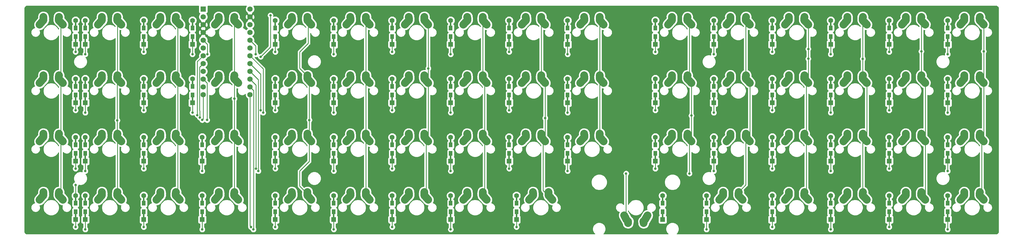
<source format=gbr>
G04 #@! TF.GenerationSoftware,KiCad,Pcbnew,(5.1.4)-1*
G04 #@! TF.CreationDate,2020-05-01T04:15:23-05:00*
G04 #@! TF.ProjectId,Augio,41756769-6f2e-46b6-9963-61645f706362,rev?*
G04 #@! TF.SameCoordinates,Original*
G04 #@! TF.FileFunction,Copper,L1,Top*
G04 #@! TF.FilePolarity,Positive*
%FSLAX46Y46*%
G04 Gerber Fmt 4.6, Leading zero omitted, Abs format (unit mm)*
G04 Created by KiCad (PCBNEW (5.1.4)-1) date 2020-05-01 04:15:23*
%MOMM*%
%LPD*%
G04 APERTURE LIST*
%ADD10C,2.500000*%
%ADD11C,2.500000*%
%ADD12C,2.000000*%
%ADD13R,1.600000X1.600000*%
%ADD14C,1.600000*%
%ADD15R,0.500000X2.900000*%
%ADD16R,1.200000X1.600000*%
%ADD17C,1.752600*%
%ADD18R,1.752600X1.752600*%
%ADD19C,0.800000*%
%ADD20C,0.254000*%
G04 APERTURE END LIST*
D10*
X42842500Y-153098750D03*
D11*
X43497495Y-153828754D02*
X42187505Y-152368746D01*
D10*
X37167500Y-151578750D03*
D11*
X37147501Y-151288750D02*
X37187499Y-151868750D01*
D10*
X36532500Y-153098750D03*
D11*
X35877505Y-153828754D02*
X37187495Y-152368746D01*
D12*
X37147500Y-151288750D03*
X37187500Y-151868750D03*
X43497500Y-153828750D03*
X42187500Y-152368750D03*
X35877500Y-153828750D03*
X37187500Y-152368750D03*
X42227500Y-151288750D03*
X42187500Y-151868750D03*
D10*
X42207500Y-151578750D03*
D11*
X42227499Y-151288750D02*
X42187501Y-151868750D01*
D10*
X285730000Y-153098750D03*
D11*
X286384995Y-153828754D02*
X285075005Y-152368746D01*
D10*
X280055000Y-151578750D03*
D11*
X280035001Y-151288750D02*
X280074999Y-151868750D01*
D10*
X279420000Y-153098750D03*
D11*
X278765005Y-153828754D02*
X280074995Y-152368746D01*
D12*
X280035000Y-151288750D03*
X280075000Y-151868750D03*
X286385000Y-153828750D03*
X285075000Y-152368750D03*
X278765000Y-153828750D03*
X280075000Y-152368750D03*
X285115000Y-151288750D03*
X285075000Y-151868750D03*
D10*
X285095000Y-151578750D03*
D11*
X285114999Y-151288750D02*
X285075001Y-151868750D01*
D10*
X266680000Y-153098750D03*
D11*
X267334995Y-153828754D02*
X266025005Y-152368746D01*
D10*
X261005000Y-151578750D03*
D11*
X260985001Y-151288750D02*
X261024999Y-151868750D01*
D10*
X260370000Y-153098750D03*
D11*
X259715005Y-153828754D02*
X261024995Y-152368746D01*
D12*
X260985000Y-151288750D03*
X261025000Y-151868750D03*
X267335000Y-153828750D03*
X266025000Y-152368750D03*
X259715000Y-153828750D03*
X261025000Y-152368750D03*
X266065000Y-151288750D03*
X266025000Y-151868750D03*
D10*
X266045000Y-151578750D03*
D11*
X266064999Y-151288750D02*
X266025001Y-151868750D01*
D10*
X247630000Y-153098750D03*
D11*
X248284995Y-153828754D02*
X246975005Y-152368746D01*
D10*
X241955000Y-151578750D03*
D11*
X241935001Y-151288750D02*
X241974999Y-151868750D01*
D10*
X241320000Y-153098750D03*
D11*
X240665005Y-153828754D02*
X241974995Y-152368746D01*
D12*
X241935000Y-151288750D03*
X241975000Y-151868750D03*
X248285000Y-153828750D03*
X246975000Y-152368750D03*
X240665000Y-153828750D03*
X241975000Y-152368750D03*
X247015000Y-151288750D03*
X246975000Y-151868750D03*
D10*
X246995000Y-151578750D03*
D11*
X247014999Y-151288750D02*
X246975001Y-151868750D01*
D10*
X228580000Y-153098750D03*
D11*
X229234995Y-153828754D02*
X227925005Y-152368746D01*
D10*
X222905000Y-151578750D03*
D11*
X222885001Y-151288750D02*
X222924999Y-151868750D01*
D10*
X222270000Y-153098750D03*
D11*
X221615005Y-153828754D02*
X222924995Y-152368746D01*
D12*
X222885000Y-151288750D03*
X222925000Y-151868750D03*
X229235000Y-153828750D03*
X227925000Y-152368750D03*
X221615000Y-153828750D03*
X222925000Y-152368750D03*
X227965000Y-151288750D03*
X227925000Y-151868750D03*
D10*
X227945000Y-151578750D03*
D11*
X227964999Y-151288750D02*
X227925001Y-151868750D01*
D10*
X207148750Y-153098750D03*
D11*
X207803745Y-153828754D02*
X206493755Y-152368746D01*
D10*
X201473750Y-151578750D03*
D11*
X201453751Y-151288750D02*
X201493749Y-151868750D01*
D10*
X200838750Y-153098750D03*
D11*
X200183755Y-153828754D02*
X201493745Y-152368746D01*
D12*
X201453750Y-151288750D03*
X201493750Y-151868750D03*
X207803750Y-153828750D03*
X206493750Y-152368750D03*
X200183750Y-153828750D03*
X201493750Y-152368750D03*
X206533750Y-151288750D03*
X206493750Y-151868750D03*
D10*
X206513750Y-151578750D03*
D11*
X206533749Y-151288750D02*
X206493751Y-151868750D01*
D10*
X170517500Y-161158750D03*
D11*
X170497776Y-161448078D02*
X170537224Y-160869422D01*
D10*
X176442500Y-159638750D03*
D11*
X176037047Y-160368704D02*
X176847953Y-158908796D01*
D10*
X169632500Y-159638750D03*
D11*
X170037953Y-160368704D02*
X169227047Y-158908796D01*
D10*
X175557500Y-161158750D03*
D11*
X175577224Y-161448078D02*
X175537776Y-160869422D01*
D10*
X145236250Y-153098750D03*
D11*
X145891245Y-153828754D02*
X144581255Y-152368746D01*
D10*
X139561250Y-151578750D03*
D11*
X139541251Y-151288750D02*
X139581249Y-151868750D01*
D10*
X138926250Y-153098750D03*
D11*
X138271255Y-153828754D02*
X139581245Y-152368746D01*
D12*
X139541250Y-151288750D03*
X139581250Y-151868750D03*
X145891250Y-153828750D03*
X144581250Y-152368750D03*
X138271250Y-153828750D03*
X139581250Y-152368750D03*
X144621250Y-151288750D03*
X144581250Y-151868750D03*
D10*
X144601250Y-151578750D03*
D11*
X144621249Y-151288750D02*
X144581251Y-151868750D01*
D10*
X123805000Y-153098750D03*
D11*
X124459995Y-153828754D02*
X123150005Y-152368746D01*
D10*
X118130000Y-151578750D03*
D11*
X118110001Y-151288750D02*
X118149999Y-151868750D01*
D10*
X117495000Y-153098750D03*
D11*
X116840005Y-153828754D02*
X118149995Y-152368746D01*
D12*
X118110000Y-151288750D03*
X118150000Y-151868750D03*
X124460000Y-153828750D03*
X123150000Y-152368750D03*
X116840000Y-153828750D03*
X118150000Y-152368750D03*
X123190000Y-151288750D03*
X123150000Y-151868750D03*
D10*
X123170000Y-151578750D03*
D11*
X123189999Y-151288750D02*
X123150001Y-151868750D01*
D10*
X104755000Y-153098750D03*
D11*
X105409995Y-153828754D02*
X104100005Y-152368746D01*
D10*
X99080000Y-151578750D03*
D11*
X99060001Y-151288750D02*
X99099999Y-151868750D01*
D10*
X98445000Y-153098750D03*
D11*
X97790005Y-153828754D02*
X99099995Y-152368746D01*
D12*
X99060000Y-151288750D03*
X99100000Y-151868750D03*
X105410000Y-153828750D03*
X104100000Y-152368750D03*
X97790000Y-153828750D03*
X99100000Y-152368750D03*
X104140000Y-151288750D03*
X104100000Y-151868750D03*
D10*
X104120000Y-151578750D03*
D11*
X104139999Y-151288750D02*
X104100001Y-151868750D01*
D10*
X85705000Y-153098750D03*
D11*
X86359995Y-153828754D02*
X85050005Y-152368746D01*
D10*
X80030000Y-151578750D03*
D11*
X80010001Y-151288750D02*
X80049999Y-151868750D01*
D10*
X79395000Y-153098750D03*
D11*
X78740005Y-153828754D02*
X80049995Y-152368746D01*
D12*
X80010000Y-151288750D03*
X80050000Y-151868750D03*
X86360000Y-153828750D03*
X85050000Y-152368750D03*
X78740000Y-153828750D03*
X80050000Y-152368750D03*
X85090000Y-151288750D03*
X85050000Y-151868750D03*
D10*
X85070000Y-151578750D03*
D11*
X85089999Y-151288750D02*
X85050001Y-151868750D01*
D10*
X66655000Y-153098750D03*
D11*
X67309995Y-153828754D02*
X66000005Y-152368746D01*
D10*
X60980000Y-151578750D03*
D11*
X60960001Y-151288750D02*
X60999999Y-151868750D01*
D10*
X60345000Y-153098750D03*
D11*
X59690005Y-153828754D02*
X60999995Y-152368746D01*
D12*
X60960000Y-151288750D03*
X61000000Y-151868750D03*
X67310000Y-153828750D03*
X66000000Y-152368750D03*
X59690000Y-153828750D03*
X61000000Y-152368750D03*
X66040000Y-151288750D03*
X66000000Y-151868750D03*
D10*
X66020000Y-151578750D03*
D11*
X66039999Y-151288750D02*
X66000001Y-151868750D01*
D10*
X23792500Y-153098750D03*
D11*
X24447495Y-153828754D02*
X23137505Y-152368746D01*
D10*
X18117500Y-151578750D03*
D11*
X18097501Y-151288750D02*
X18137499Y-151868750D01*
D10*
X17482500Y-153098750D03*
D11*
X16827505Y-153828754D02*
X18137495Y-152368746D01*
D12*
X18097500Y-151288750D03*
X18137500Y-151868750D03*
X24447500Y-153828750D03*
X23137500Y-152368750D03*
X16827500Y-153828750D03*
X18137500Y-152368750D03*
X23177500Y-151288750D03*
X23137500Y-151868750D03*
D10*
X23157500Y-151578750D03*
D11*
X23177499Y-151288750D02*
X23137501Y-151868750D01*
D10*
X4742500Y-153098750D03*
D11*
X5397495Y-153828754D02*
X4087505Y-152368746D01*
D10*
X-932500Y-151578750D03*
D11*
X-952499Y-151288750D02*
X-912501Y-151868750D01*
D10*
X-1567500Y-153098750D03*
D11*
X-2222495Y-153828754D02*
X-912505Y-152368746D01*
D12*
X-952500Y-151288750D03*
X-912500Y-151868750D03*
X5397500Y-153828750D03*
X4087500Y-152368750D03*
X-2222500Y-153828750D03*
X-912500Y-152368750D03*
X4127500Y-151288750D03*
X4087500Y-151868750D03*
D10*
X4107500Y-151578750D03*
D11*
X4127499Y-151288750D02*
X4087501Y-151868750D01*
D10*
X-14307500Y-153098750D03*
D11*
X-13652505Y-153828754D02*
X-14962495Y-152368746D01*
D10*
X-19982500Y-151578750D03*
D11*
X-20002499Y-151288750D02*
X-19962501Y-151868750D01*
D10*
X-20617500Y-153098750D03*
D11*
X-21272495Y-153828754D02*
X-19962505Y-152368746D01*
D12*
X-20002500Y-151288750D03*
X-19962500Y-151868750D03*
X-13652500Y-153828750D03*
X-14962500Y-152368750D03*
X-21272500Y-153828750D03*
X-19962500Y-152368750D03*
X-14922500Y-151288750D03*
X-14962500Y-151868750D03*
D10*
X-14942500Y-151578750D03*
D11*
X-14922501Y-151288750D02*
X-14962499Y-151868750D01*
D10*
X285730000Y-134048750D03*
D11*
X286384995Y-134778754D02*
X285075005Y-133318746D01*
D10*
X280055000Y-132528750D03*
D11*
X280035001Y-132238750D02*
X280074999Y-132818750D01*
D10*
X279420000Y-134048750D03*
D11*
X278765005Y-134778754D02*
X280074995Y-133318746D01*
D12*
X280035000Y-132238750D03*
X280075000Y-132818750D03*
X286385000Y-134778750D03*
X285075000Y-133318750D03*
X278765000Y-134778750D03*
X280075000Y-133318750D03*
X285115000Y-132238750D03*
X285075000Y-132818750D03*
D10*
X285095000Y-132528750D03*
D11*
X285114999Y-132238750D02*
X285075001Y-132818750D01*
D10*
X266680000Y-134048750D03*
D11*
X267334995Y-134778754D02*
X266025005Y-133318746D01*
D10*
X261005000Y-132528750D03*
D11*
X260985001Y-132238750D02*
X261024999Y-132818750D01*
D10*
X260370000Y-134048750D03*
D11*
X259715005Y-134778754D02*
X261024995Y-133318746D01*
D12*
X260985000Y-132238750D03*
X261025000Y-132818750D03*
X267335000Y-134778750D03*
X266025000Y-133318750D03*
X259715000Y-134778750D03*
X261025000Y-133318750D03*
X266065000Y-132238750D03*
X266025000Y-132818750D03*
D10*
X266045000Y-132528750D03*
D11*
X266064999Y-132238750D02*
X266025001Y-132818750D01*
D10*
X247630000Y-134048750D03*
D11*
X248284995Y-134778754D02*
X246975005Y-133318746D01*
D10*
X241955000Y-132528750D03*
D11*
X241935001Y-132238750D02*
X241974999Y-132818750D01*
D10*
X241320000Y-134048750D03*
D11*
X240665005Y-134778754D02*
X241974995Y-133318746D01*
D12*
X241935000Y-132238750D03*
X241975000Y-132818750D03*
X248285000Y-134778750D03*
X246975000Y-133318750D03*
X240665000Y-134778750D03*
X241975000Y-133318750D03*
X247015000Y-132238750D03*
X246975000Y-132818750D03*
D10*
X246995000Y-132528750D03*
D11*
X247014999Y-132238750D02*
X246975001Y-132818750D01*
D10*
X228580000Y-134048750D03*
D11*
X229234995Y-134778754D02*
X227925005Y-133318746D01*
D10*
X222905000Y-132528750D03*
D11*
X222885001Y-132238750D02*
X222924999Y-132818750D01*
D10*
X222270000Y-134048750D03*
D11*
X221615005Y-134778754D02*
X222924995Y-133318746D01*
D12*
X222885000Y-132238750D03*
X222925000Y-132818750D03*
X229235000Y-134778750D03*
X227925000Y-133318750D03*
X221615000Y-134778750D03*
X222925000Y-133318750D03*
X227965000Y-132238750D03*
X227925000Y-132818750D03*
D10*
X227945000Y-132528750D03*
D11*
X227964999Y-132238750D02*
X227925001Y-132818750D01*
D10*
X209530000Y-134048750D03*
D11*
X210184995Y-134778754D02*
X208875005Y-133318746D01*
D10*
X203855000Y-132528750D03*
D11*
X203835001Y-132238750D02*
X203874999Y-132818750D01*
D10*
X203220000Y-134048750D03*
D11*
X202565005Y-134778754D02*
X203874995Y-133318746D01*
D12*
X203835000Y-132238750D03*
X203875000Y-132818750D03*
X210185000Y-134778750D03*
X208875000Y-133318750D03*
X202565000Y-134778750D03*
X203875000Y-133318750D03*
X208915000Y-132238750D03*
X208875000Y-132818750D03*
D10*
X208895000Y-132528750D03*
D11*
X208914999Y-132238750D02*
X208875001Y-132818750D01*
D10*
X190480000Y-134048750D03*
D11*
X191134995Y-134778754D02*
X189825005Y-133318746D01*
D10*
X184805000Y-132528750D03*
D11*
X184785001Y-132238750D02*
X184824999Y-132818750D01*
D10*
X184170000Y-134048750D03*
D11*
X183515005Y-134778754D02*
X184824995Y-133318746D01*
D12*
X184785000Y-132238750D03*
X184825000Y-132818750D03*
X191135000Y-134778750D03*
X189825000Y-133318750D03*
X183515000Y-134778750D03*
X184825000Y-133318750D03*
X189865000Y-132238750D03*
X189825000Y-132818750D03*
D10*
X189845000Y-132528750D03*
D11*
X189864999Y-132238750D02*
X189825001Y-132818750D01*
D10*
X161905000Y-134048750D03*
D11*
X162559995Y-134778754D02*
X161250005Y-133318746D01*
D10*
X156230000Y-132528750D03*
D11*
X156210001Y-132238750D02*
X156249999Y-132818750D01*
D10*
X155595000Y-134048750D03*
D11*
X154940005Y-134778754D02*
X156249995Y-133318746D01*
D12*
X156210000Y-132238750D03*
X156250000Y-132818750D03*
X162560000Y-134778750D03*
X161250000Y-133318750D03*
X154940000Y-134778750D03*
X156250000Y-133318750D03*
X161290000Y-132238750D03*
X161250000Y-132818750D03*
D10*
X161270000Y-132528750D03*
D11*
X161289999Y-132238750D02*
X161250001Y-132818750D01*
D10*
X142855000Y-134048750D03*
D11*
X143509995Y-134778754D02*
X142200005Y-133318746D01*
D10*
X137180000Y-132528750D03*
D11*
X137160001Y-132238750D02*
X137199999Y-132818750D01*
D10*
X136545000Y-134048750D03*
D11*
X135890005Y-134778754D02*
X137199995Y-133318746D01*
D12*
X137160000Y-132238750D03*
X137200000Y-132818750D03*
X143510000Y-134778750D03*
X142200000Y-133318750D03*
X135890000Y-134778750D03*
X137200000Y-133318750D03*
X142240000Y-132238750D03*
X142200000Y-132818750D03*
D10*
X142220000Y-132528750D03*
D11*
X142239999Y-132238750D02*
X142200001Y-132818750D01*
D10*
X123805000Y-134048750D03*
D11*
X124459995Y-134778754D02*
X123150005Y-133318746D01*
D10*
X118130000Y-132528750D03*
D11*
X118110001Y-132238750D02*
X118149999Y-132818750D01*
D10*
X117495000Y-134048750D03*
D11*
X116840005Y-134778754D02*
X118149995Y-133318746D01*
D12*
X118110000Y-132238750D03*
X118150000Y-132818750D03*
X124460000Y-134778750D03*
X123150000Y-133318750D03*
X116840000Y-134778750D03*
X118150000Y-133318750D03*
X123190000Y-132238750D03*
X123150000Y-132818750D03*
D10*
X123170000Y-132528750D03*
D11*
X123189999Y-132238750D02*
X123150001Y-132818750D01*
D10*
X104755000Y-134048750D03*
D11*
X105409995Y-134778754D02*
X104100005Y-133318746D01*
D10*
X99080000Y-132528750D03*
D11*
X99060001Y-132238750D02*
X99099999Y-132818750D01*
D10*
X98445000Y-134048750D03*
D11*
X97790005Y-134778754D02*
X99099995Y-133318746D01*
D12*
X99060000Y-132238750D03*
X99100000Y-132818750D03*
X105410000Y-134778750D03*
X104100000Y-133318750D03*
X97790000Y-134778750D03*
X99100000Y-133318750D03*
X104140000Y-132238750D03*
X104100000Y-132818750D03*
D10*
X104120000Y-132528750D03*
D11*
X104139999Y-132238750D02*
X104100001Y-132818750D01*
D10*
X85705000Y-134048750D03*
D11*
X86359995Y-134778754D02*
X85050005Y-133318746D01*
D10*
X80030000Y-132528750D03*
D11*
X80010001Y-132238750D02*
X80049999Y-132818750D01*
D10*
X79395000Y-134048750D03*
D11*
X78740005Y-134778754D02*
X80049995Y-133318746D01*
D12*
X80010000Y-132238750D03*
X80050000Y-132818750D03*
X86360000Y-134778750D03*
X85050000Y-133318750D03*
X78740000Y-134778750D03*
X80050000Y-133318750D03*
X85090000Y-132238750D03*
X85050000Y-132818750D03*
D10*
X85070000Y-132528750D03*
D11*
X85089999Y-132238750D02*
X85050001Y-132818750D01*
D10*
X66655000Y-134048750D03*
D11*
X67309995Y-134778754D02*
X66000005Y-133318746D01*
D10*
X60980000Y-132528750D03*
D11*
X60960001Y-132238750D02*
X60999999Y-132818750D01*
D10*
X60345000Y-134048750D03*
D11*
X59690005Y-134778754D02*
X60999995Y-133318746D01*
D12*
X60960000Y-132238750D03*
X61000000Y-132818750D03*
X67310000Y-134778750D03*
X66000000Y-133318750D03*
X59690000Y-134778750D03*
X61000000Y-133318750D03*
X66040000Y-132238750D03*
X66000000Y-132818750D03*
D10*
X66020000Y-132528750D03*
D11*
X66039999Y-132238750D02*
X66000001Y-132818750D01*
D10*
X42842500Y-134048750D03*
D11*
X43497495Y-134778754D02*
X42187505Y-133318746D01*
D10*
X37167500Y-132528750D03*
D11*
X37147501Y-132238750D02*
X37187499Y-132818750D01*
D10*
X36532500Y-134048750D03*
D11*
X35877505Y-134778754D02*
X37187495Y-133318746D01*
D12*
X37147500Y-132238750D03*
X37187500Y-132818750D03*
X43497500Y-134778750D03*
X42187500Y-133318750D03*
X35877500Y-134778750D03*
X37187500Y-133318750D03*
X42227500Y-132238750D03*
X42187500Y-132818750D03*
D10*
X42207500Y-132528750D03*
D11*
X42227499Y-132238750D02*
X42187501Y-132818750D01*
D10*
X23792500Y-134048750D03*
D11*
X24447495Y-134778754D02*
X23137505Y-133318746D01*
D10*
X18117500Y-132528750D03*
D11*
X18097501Y-132238750D02*
X18137499Y-132818750D01*
D10*
X17482500Y-134048750D03*
D11*
X16827505Y-134778754D02*
X18137495Y-133318746D01*
D12*
X18097500Y-132238750D03*
X18137500Y-132818750D03*
X24447500Y-134778750D03*
X23137500Y-133318750D03*
X16827500Y-134778750D03*
X18137500Y-133318750D03*
X23177500Y-132238750D03*
X23137500Y-132818750D03*
D10*
X23157500Y-132528750D03*
D11*
X23177499Y-132238750D02*
X23137501Y-132818750D01*
D10*
X4742500Y-134048750D03*
D11*
X5397495Y-134778754D02*
X4087505Y-133318746D01*
D10*
X-932500Y-132528750D03*
D11*
X-952499Y-132238750D02*
X-912501Y-132818750D01*
D10*
X-1567500Y-134048750D03*
D11*
X-2222495Y-134778754D02*
X-912505Y-133318746D01*
D12*
X-952500Y-132238750D03*
X-912500Y-132818750D03*
X5397500Y-134778750D03*
X4087500Y-133318750D03*
X-2222500Y-134778750D03*
X-912500Y-133318750D03*
X4127500Y-132238750D03*
X4087500Y-132818750D03*
D10*
X4107500Y-132528750D03*
D11*
X4127499Y-132238750D02*
X4087501Y-132818750D01*
D10*
X-14307500Y-134048750D03*
D11*
X-13652505Y-134778754D02*
X-14962495Y-133318746D01*
D10*
X-19982500Y-132528750D03*
D11*
X-20002499Y-132238750D02*
X-19962501Y-132818750D01*
D10*
X-20617500Y-134048750D03*
D11*
X-21272495Y-134778754D02*
X-19962505Y-133318746D01*
D12*
X-20002500Y-132238750D03*
X-19962500Y-132818750D03*
X-13652500Y-134778750D03*
X-14962500Y-133318750D03*
X-21272500Y-134778750D03*
X-19962500Y-133318750D03*
X-14922500Y-132238750D03*
X-14962500Y-132818750D03*
D10*
X-14942500Y-132528750D03*
D11*
X-14922501Y-132238750D02*
X-14962499Y-132818750D01*
D10*
X285730000Y-114998750D03*
D11*
X286384995Y-115728754D02*
X285075005Y-114268746D01*
D10*
X280055000Y-113478750D03*
D11*
X280035001Y-113188750D02*
X280074999Y-113768750D01*
D10*
X279420000Y-114998750D03*
D11*
X278765005Y-115728754D02*
X280074995Y-114268746D01*
D12*
X280035000Y-113188750D03*
X280075000Y-113768750D03*
X286385000Y-115728750D03*
X285075000Y-114268750D03*
X278765000Y-115728750D03*
X280075000Y-114268750D03*
X285115000Y-113188750D03*
X285075000Y-113768750D03*
D10*
X285095000Y-113478750D03*
D11*
X285114999Y-113188750D02*
X285075001Y-113768750D01*
D10*
X266680000Y-114998750D03*
D11*
X267334995Y-115728754D02*
X266025005Y-114268746D01*
D10*
X261005000Y-113478750D03*
D11*
X260985001Y-113188750D02*
X261024999Y-113768750D01*
D10*
X260370000Y-114998750D03*
D11*
X259715005Y-115728754D02*
X261024995Y-114268746D01*
D12*
X260985000Y-113188750D03*
X261025000Y-113768750D03*
X267335000Y-115728750D03*
X266025000Y-114268750D03*
X259715000Y-115728750D03*
X261025000Y-114268750D03*
X266065000Y-113188750D03*
X266025000Y-113768750D03*
D10*
X266045000Y-113478750D03*
D11*
X266064999Y-113188750D02*
X266025001Y-113768750D01*
D10*
X247630000Y-114998750D03*
D11*
X248284995Y-115728754D02*
X246975005Y-114268746D01*
D10*
X241955000Y-113478750D03*
D11*
X241935001Y-113188750D02*
X241974999Y-113768750D01*
D10*
X241320000Y-114998750D03*
D11*
X240665005Y-115728754D02*
X241974995Y-114268746D01*
D12*
X241935000Y-113188750D03*
X241975000Y-113768750D03*
X248285000Y-115728750D03*
X246975000Y-114268750D03*
X240665000Y-115728750D03*
X241975000Y-114268750D03*
X247015000Y-113188750D03*
X246975000Y-113768750D03*
D10*
X246995000Y-113478750D03*
D11*
X247014999Y-113188750D02*
X246975001Y-113768750D01*
D10*
X228580000Y-114998750D03*
D11*
X229234995Y-115728754D02*
X227925005Y-114268746D01*
D10*
X222905000Y-113478750D03*
D11*
X222885001Y-113188750D02*
X222924999Y-113768750D01*
D10*
X222270000Y-114998750D03*
D11*
X221615005Y-115728754D02*
X222924995Y-114268746D01*
D12*
X222885000Y-113188750D03*
X222925000Y-113768750D03*
X229235000Y-115728750D03*
X227925000Y-114268750D03*
X221615000Y-115728750D03*
X222925000Y-114268750D03*
X227965000Y-113188750D03*
X227925000Y-113768750D03*
D10*
X227945000Y-113478750D03*
D11*
X227964999Y-113188750D02*
X227925001Y-113768750D01*
D10*
X209530000Y-114998750D03*
D11*
X210184995Y-115728754D02*
X208875005Y-114268746D01*
D10*
X203855000Y-113478750D03*
D11*
X203835001Y-113188750D02*
X203874999Y-113768750D01*
D10*
X203220000Y-114998750D03*
D11*
X202565005Y-115728754D02*
X203874995Y-114268746D01*
D12*
X203835000Y-113188750D03*
X203875000Y-113768750D03*
X210185000Y-115728750D03*
X208875000Y-114268750D03*
X202565000Y-115728750D03*
X203875000Y-114268750D03*
X208915000Y-113188750D03*
X208875000Y-113768750D03*
D10*
X208895000Y-113478750D03*
D11*
X208914999Y-113188750D02*
X208875001Y-113768750D01*
D10*
X190480000Y-114998750D03*
D11*
X191134995Y-115728754D02*
X189825005Y-114268746D01*
D10*
X184805000Y-113478750D03*
D11*
X184785001Y-113188750D02*
X184824999Y-113768750D01*
D10*
X184170000Y-114998750D03*
D11*
X183515005Y-115728754D02*
X184824995Y-114268746D01*
D12*
X184785000Y-113188750D03*
X184825000Y-113768750D03*
X191135000Y-115728750D03*
X189825000Y-114268750D03*
X183515000Y-115728750D03*
X184825000Y-114268750D03*
X189865000Y-113188750D03*
X189825000Y-113768750D03*
D10*
X189845000Y-113478750D03*
D11*
X189864999Y-113188750D02*
X189825001Y-113768750D01*
D10*
X161905000Y-114998750D03*
D11*
X162559995Y-115728754D02*
X161250005Y-114268746D01*
D10*
X156230000Y-113478750D03*
D11*
X156210001Y-113188750D02*
X156249999Y-113768750D01*
D10*
X155595000Y-114998750D03*
D11*
X154940005Y-115728754D02*
X156249995Y-114268746D01*
D12*
X156210000Y-113188750D03*
X156250000Y-113768750D03*
X162560000Y-115728750D03*
X161250000Y-114268750D03*
X154940000Y-115728750D03*
X156250000Y-114268750D03*
X161290000Y-113188750D03*
X161250000Y-113768750D03*
D10*
X161270000Y-113478750D03*
D11*
X161289999Y-113188750D02*
X161250001Y-113768750D01*
D10*
X142855000Y-114998750D03*
D11*
X143509995Y-115728754D02*
X142200005Y-114268746D01*
D10*
X137180000Y-113478750D03*
D11*
X137160001Y-113188750D02*
X137199999Y-113768750D01*
D10*
X136545000Y-114998750D03*
D11*
X135890005Y-115728754D02*
X137199995Y-114268746D01*
D12*
X137160000Y-113188750D03*
X137200000Y-113768750D03*
X143510000Y-115728750D03*
X142200000Y-114268750D03*
X135890000Y-115728750D03*
X137200000Y-114268750D03*
X142240000Y-113188750D03*
X142200000Y-113768750D03*
D10*
X142220000Y-113478750D03*
D11*
X142239999Y-113188750D02*
X142200001Y-113768750D01*
D10*
X123805000Y-114998750D03*
D11*
X124459995Y-115728754D02*
X123150005Y-114268746D01*
D10*
X118130000Y-113478750D03*
D11*
X118110001Y-113188750D02*
X118149999Y-113768750D01*
D10*
X117495000Y-114998750D03*
D11*
X116840005Y-115728754D02*
X118149995Y-114268746D01*
D12*
X118110000Y-113188750D03*
X118150000Y-113768750D03*
X124460000Y-115728750D03*
X123150000Y-114268750D03*
X116840000Y-115728750D03*
X118150000Y-114268750D03*
X123190000Y-113188750D03*
X123150000Y-113768750D03*
D10*
X123170000Y-113478750D03*
D11*
X123189999Y-113188750D02*
X123150001Y-113768750D01*
D10*
X104755000Y-114998750D03*
D11*
X105409995Y-115728754D02*
X104100005Y-114268746D01*
D10*
X99080000Y-113478750D03*
D11*
X99060001Y-113188750D02*
X99099999Y-113768750D01*
D10*
X98445000Y-114998750D03*
D11*
X97790005Y-115728754D02*
X99099995Y-114268746D01*
D12*
X99060000Y-113188750D03*
X99100000Y-113768750D03*
X105410000Y-115728750D03*
X104100000Y-114268750D03*
X97790000Y-115728750D03*
X99100000Y-114268750D03*
X104140000Y-113188750D03*
X104100000Y-113768750D03*
D10*
X104120000Y-113478750D03*
D11*
X104139999Y-113188750D02*
X104100001Y-113768750D01*
D10*
X85705000Y-114998750D03*
D11*
X86359995Y-115728754D02*
X85050005Y-114268746D01*
D10*
X80030000Y-113478750D03*
D11*
X80010001Y-113188750D02*
X80049999Y-113768750D01*
D10*
X79395000Y-114998750D03*
D11*
X78740005Y-115728754D02*
X80049995Y-114268746D01*
D12*
X80010000Y-113188750D03*
X80050000Y-113768750D03*
X86360000Y-115728750D03*
X85050000Y-114268750D03*
X78740000Y-115728750D03*
X80050000Y-114268750D03*
X85090000Y-113188750D03*
X85050000Y-113768750D03*
D10*
X85070000Y-113478750D03*
D11*
X85089999Y-113188750D02*
X85050001Y-113768750D01*
D10*
X66655000Y-114998750D03*
D11*
X67309995Y-115728754D02*
X66000005Y-114268746D01*
D10*
X60980000Y-113478750D03*
D11*
X60960001Y-113188750D02*
X60999999Y-113768750D01*
D10*
X60345000Y-114998750D03*
D11*
X59690005Y-115728754D02*
X60999995Y-114268746D01*
D12*
X60960000Y-113188750D03*
X61000000Y-113768750D03*
X67310000Y-115728750D03*
X66000000Y-114268750D03*
X59690000Y-115728750D03*
X61000000Y-114268750D03*
X66040000Y-113188750D03*
X66000000Y-113768750D03*
D10*
X66020000Y-113478750D03*
D11*
X66039999Y-113188750D02*
X66000001Y-113768750D01*
D10*
X42842500Y-114998750D03*
D11*
X43497495Y-115728754D02*
X42187505Y-114268746D01*
D10*
X37167500Y-113478750D03*
D11*
X37147501Y-113188750D02*
X37187499Y-113768750D01*
D10*
X36532500Y-114998750D03*
D11*
X35877505Y-115728754D02*
X37187495Y-114268746D01*
D12*
X37147500Y-113188750D03*
X37187500Y-113768750D03*
X43497500Y-115728750D03*
X42187500Y-114268750D03*
X35877500Y-115728750D03*
X37187500Y-114268750D03*
X42227500Y-113188750D03*
X42187500Y-113768750D03*
D10*
X42207500Y-113478750D03*
D11*
X42227499Y-113188750D02*
X42187501Y-113768750D01*
D10*
X23792500Y-114998750D03*
D11*
X24447495Y-115728754D02*
X23137505Y-114268746D01*
D10*
X18117500Y-113478750D03*
D11*
X18097501Y-113188750D02*
X18137499Y-113768750D01*
D10*
X17482500Y-114998750D03*
D11*
X16827505Y-115728754D02*
X18137495Y-114268746D01*
D12*
X18097500Y-113188750D03*
X18137500Y-113768750D03*
X24447500Y-115728750D03*
X23137500Y-114268750D03*
X16827500Y-115728750D03*
X18137500Y-114268750D03*
X23177500Y-113188750D03*
X23137500Y-113768750D03*
D10*
X23157500Y-113478750D03*
D11*
X23177499Y-113188750D02*
X23137501Y-113768750D01*
D10*
X4742500Y-114998750D03*
D11*
X5397495Y-115728754D02*
X4087505Y-114268746D01*
D10*
X-932500Y-113478750D03*
D11*
X-952499Y-113188750D02*
X-912501Y-113768750D01*
D10*
X-1567500Y-114998750D03*
D11*
X-2222495Y-115728754D02*
X-912505Y-114268746D01*
D12*
X-952500Y-113188750D03*
X-912500Y-113768750D03*
X5397500Y-115728750D03*
X4087500Y-114268750D03*
X-2222500Y-115728750D03*
X-912500Y-114268750D03*
X4127500Y-113188750D03*
X4087500Y-113768750D03*
D10*
X4107500Y-113478750D03*
D11*
X4127499Y-113188750D02*
X4087501Y-113768750D01*
D10*
X-14307500Y-114998750D03*
D11*
X-13652505Y-115728754D02*
X-14962495Y-114268746D01*
D10*
X-19982500Y-113478750D03*
D11*
X-20002499Y-113188750D02*
X-19962501Y-113768750D01*
D10*
X-20617500Y-114998750D03*
D11*
X-21272495Y-115728754D02*
X-19962505Y-114268746D01*
D12*
X-20002500Y-113188750D03*
X-19962500Y-113768750D03*
X-13652500Y-115728750D03*
X-14962500Y-114268750D03*
X-21272500Y-115728750D03*
X-19962500Y-114268750D03*
X-14922500Y-113188750D03*
X-14962500Y-113768750D03*
D10*
X-14942500Y-113478750D03*
D11*
X-14922501Y-113188750D02*
X-14962499Y-113768750D01*
D10*
X285730000Y-95948750D03*
D11*
X286384995Y-96678754D02*
X285075005Y-95218746D01*
D10*
X280055000Y-94428750D03*
D11*
X280035001Y-94138750D02*
X280074999Y-94718750D01*
D10*
X279420000Y-95948750D03*
D11*
X278765005Y-96678754D02*
X280074995Y-95218746D01*
D12*
X280035000Y-94138750D03*
X280075000Y-94718750D03*
X286385000Y-96678750D03*
X285075000Y-95218750D03*
X278765000Y-96678750D03*
X280075000Y-95218750D03*
X285115000Y-94138750D03*
X285075000Y-94718750D03*
D10*
X285095000Y-94428750D03*
D11*
X285114999Y-94138750D02*
X285075001Y-94718750D01*
D10*
X266680000Y-95948750D03*
D11*
X267334995Y-96678754D02*
X266025005Y-95218746D01*
D10*
X261005000Y-94428750D03*
D11*
X260985001Y-94138750D02*
X261024999Y-94718750D01*
D10*
X260370000Y-95948750D03*
D11*
X259715005Y-96678754D02*
X261024995Y-95218746D01*
D12*
X260985000Y-94138750D03*
X261025000Y-94718750D03*
X267335000Y-96678750D03*
X266025000Y-95218750D03*
X259715000Y-96678750D03*
X261025000Y-95218750D03*
X266065000Y-94138750D03*
X266025000Y-94718750D03*
D10*
X266045000Y-94428750D03*
D11*
X266064999Y-94138750D02*
X266025001Y-94718750D01*
D10*
X247630000Y-95948750D03*
D11*
X248284995Y-96678754D02*
X246975005Y-95218746D01*
D10*
X241955000Y-94428750D03*
D11*
X241935001Y-94138750D02*
X241974999Y-94718750D01*
D10*
X241320000Y-95948750D03*
D11*
X240665005Y-96678754D02*
X241974995Y-95218746D01*
D12*
X241935000Y-94138750D03*
X241975000Y-94718750D03*
X248285000Y-96678750D03*
X246975000Y-95218750D03*
X240665000Y-96678750D03*
X241975000Y-95218750D03*
X247015000Y-94138750D03*
X246975000Y-94718750D03*
D10*
X246995000Y-94428750D03*
D11*
X247014999Y-94138750D02*
X246975001Y-94718750D01*
D10*
X228580000Y-95948750D03*
D11*
X229234995Y-96678754D02*
X227925005Y-95218746D01*
D10*
X222905000Y-94428750D03*
D11*
X222885001Y-94138750D02*
X222924999Y-94718750D01*
D10*
X222270000Y-95948750D03*
D11*
X221615005Y-96678754D02*
X222924995Y-95218746D01*
D12*
X222885000Y-94138750D03*
X222925000Y-94718750D03*
X229235000Y-96678750D03*
X227925000Y-95218750D03*
X221615000Y-96678750D03*
X222925000Y-95218750D03*
X227965000Y-94138750D03*
X227925000Y-94718750D03*
D10*
X227945000Y-94428750D03*
D11*
X227964999Y-94138750D02*
X227925001Y-94718750D01*
D10*
X209530000Y-95948750D03*
D11*
X210184995Y-96678754D02*
X208875005Y-95218746D01*
D10*
X203855000Y-94428750D03*
D11*
X203835001Y-94138750D02*
X203874999Y-94718750D01*
D10*
X203220000Y-95948750D03*
D11*
X202565005Y-96678754D02*
X203874995Y-95218746D01*
D12*
X203835000Y-94138750D03*
X203875000Y-94718750D03*
X210185000Y-96678750D03*
X208875000Y-95218750D03*
X202565000Y-96678750D03*
X203875000Y-95218750D03*
X208915000Y-94138750D03*
X208875000Y-94718750D03*
D10*
X208895000Y-94428750D03*
D11*
X208914999Y-94138750D02*
X208875001Y-94718750D01*
D10*
X190480000Y-95948750D03*
D11*
X191134995Y-96678754D02*
X189825005Y-95218746D01*
D10*
X184805000Y-94428750D03*
D11*
X184785001Y-94138750D02*
X184824999Y-94718750D01*
D10*
X184170000Y-95948750D03*
D11*
X183515005Y-96678754D02*
X184824995Y-95218746D01*
D12*
X184785000Y-94138750D03*
X184825000Y-94718750D03*
X191135000Y-96678750D03*
X189825000Y-95218750D03*
X183515000Y-96678750D03*
X184825000Y-95218750D03*
X189865000Y-94138750D03*
X189825000Y-94718750D03*
D10*
X189845000Y-94428750D03*
D11*
X189864999Y-94138750D02*
X189825001Y-94718750D01*
D10*
X161905000Y-95948750D03*
D11*
X162559995Y-96678754D02*
X161250005Y-95218746D01*
D10*
X156230000Y-94428750D03*
D11*
X156210001Y-94138750D02*
X156249999Y-94718750D01*
D10*
X155595000Y-95948750D03*
D11*
X154940005Y-96678754D02*
X156249995Y-95218746D01*
D12*
X156210000Y-94138750D03*
X156250000Y-94718750D03*
X162560000Y-96678750D03*
X161250000Y-95218750D03*
X154940000Y-96678750D03*
X156250000Y-95218750D03*
X161290000Y-94138750D03*
X161250000Y-94718750D03*
D10*
X161270000Y-94428750D03*
D11*
X161289999Y-94138750D02*
X161250001Y-94718750D01*
D10*
X142855000Y-95948750D03*
D11*
X143509995Y-96678754D02*
X142200005Y-95218746D01*
D10*
X137180000Y-94428750D03*
D11*
X137160001Y-94138750D02*
X137199999Y-94718750D01*
D10*
X136545000Y-95948750D03*
D11*
X135890005Y-96678754D02*
X137199995Y-95218746D01*
D12*
X137160000Y-94138750D03*
X137200000Y-94718750D03*
X143510000Y-96678750D03*
X142200000Y-95218750D03*
X135890000Y-96678750D03*
X137200000Y-95218750D03*
X142240000Y-94138750D03*
X142200000Y-94718750D03*
D10*
X142220000Y-94428750D03*
D11*
X142239999Y-94138750D02*
X142200001Y-94718750D01*
D10*
X123805000Y-95948750D03*
D11*
X124459995Y-96678754D02*
X123150005Y-95218746D01*
D10*
X118130000Y-94428750D03*
D11*
X118110001Y-94138750D02*
X118149999Y-94718750D01*
D10*
X117495000Y-95948750D03*
D11*
X116840005Y-96678754D02*
X118149995Y-95218746D01*
D12*
X118110000Y-94138750D03*
X118150000Y-94718750D03*
X124460000Y-96678750D03*
X123150000Y-95218750D03*
X116840000Y-96678750D03*
X118150000Y-95218750D03*
X123190000Y-94138750D03*
X123150000Y-94718750D03*
D10*
X123170000Y-94428750D03*
D11*
X123189999Y-94138750D02*
X123150001Y-94718750D01*
D10*
X104755000Y-95948750D03*
D11*
X105409995Y-96678754D02*
X104100005Y-95218746D01*
D10*
X99080000Y-94428750D03*
D11*
X99060001Y-94138750D02*
X99099999Y-94718750D01*
D10*
X98445000Y-95948750D03*
D11*
X97790005Y-96678754D02*
X99099995Y-95218746D01*
D12*
X99060000Y-94138750D03*
X99100000Y-94718750D03*
X105410000Y-96678750D03*
X104100000Y-95218750D03*
X97790000Y-96678750D03*
X99100000Y-95218750D03*
X104140000Y-94138750D03*
X104100000Y-94718750D03*
D10*
X104120000Y-94428750D03*
D11*
X104139999Y-94138750D02*
X104100001Y-94718750D01*
D10*
X85705000Y-95948750D03*
D11*
X86359995Y-96678754D02*
X85050005Y-95218746D01*
D10*
X80030000Y-94428750D03*
D11*
X80010001Y-94138750D02*
X80049999Y-94718750D01*
D10*
X79395000Y-95948750D03*
D11*
X78740005Y-96678754D02*
X80049995Y-95218746D01*
D12*
X80010000Y-94138750D03*
X80050000Y-94718750D03*
X86360000Y-96678750D03*
X85050000Y-95218750D03*
X78740000Y-96678750D03*
X80050000Y-95218750D03*
X85090000Y-94138750D03*
X85050000Y-94718750D03*
D10*
X85070000Y-94428750D03*
D11*
X85089999Y-94138750D02*
X85050001Y-94718750D01*
D10*
X66655000Y-95948750D03*
D11*
X67309995Y-96678754D02*
X66000005Y-95218746D01*
D10*
X60980000Y-94428750D03*
D11*
X60960001Y-94138750D02*
X60999999Y-94718750D01*
D10*
X60345000Y-95948750D03*
D11*
X59690005Y-96678754D02*
X60999995Y-95218746D01*
D12*
X60960000Y-94138750D03*
X61000000Y-94718750D03*
X67310000Y-96678750D03*
X66000000Y-95218750D03*
X59690000Y-96678750D03*
X61000000Y-95218750D03*
X66040000Y-94138750D03*
X66000000Y-94718750D03*
D10*
X66020000Y-94428750D03*
D11*
X66039999Y-94138750D02*
X66000001Y-94718750D01*
D10*
X42842500Y-95948750D03*
D11*
X43497495Y-96678754D02*
X42187505Y-95218746D01*
D10*
X37167500Y-94428750D03*
D11*
X37147501Y-94138750D02*
X37187499Y-94718750D01*
D10*
X36532500Y-95948750D03*
D11*
X35877505Y-96678754D02*
X37187495Y-95218746D01*
D12*
X37147500Y-94138750D03*
X37187500Y-94718750D03*
X43497500Y-96678750D03*
X42187500Y-95218750D03*
X35877500Y-96678750D03*
X37187500Y-95218750D03*
X42227500Y-94138750D03*
X42187500Y-94718750D03*
D10*
X42207500Y-94428750D03*
D11*
X42227499Y-94138750D02*
X42187501Y-94718750D01*
D10*
X23792500Y-95948750D03*
D11*
X24447495Y-96678754D02*
X23137505Y-95218746D01*
D10*
X18117500Y-94428750D03*
D11*
X18097501Y-94138750D02*
X18137499Y-94718750D01*
D10*
X17482500Y-95948750D03*
D11*
X16827505Y-96678754D02*
X18137495Y-95218746D01*
D12*
X18097500Y-94138750D03*
X18137500Y-94718750D03*
X24447500Y-96678750D03*
X23137500Y-95218750D03*
X16827500Y-96678750D03*
X18137500Y-95218750D03*
X23177500Y-94138750D03*
X23137500Y-94718750D03*
D10*
X23157500Y-94428750D03*
D11*
X23177499Y-94138750D02*
X23137501Y-94718750D01*
D10*
X4742500Y-95948750D03*
D11*
X5397495Y-96678754D02*
X4087505Y-95218746D01*
D10*
X-932500Y-94428750D03*
D11*
X-952499Y-94138750D02*
X-912501Y-94718750D01*
D10*
X-1567500Y-95948750D03*
D11*
X-2222495Y-96678754D02*
X-912505Y-95218746D01*
D12*
X-952500Y-94138750D03*
X-912500Y-94718750D03*
X5397500Y-96678750D03*
X4087500Y-95218750D03*
X-2222500Y-96678750D03*
X-912500Y-95218750D03*
X4127500Y-94138750D03*
X4087500Y-94718750D03*
D10*
X4107500Y-94428750D03*
D11*
X4127499Y-94138750D02*
X4087501Y-94718750D01*
D10*
X-14307500Y-95948750D03*
D11*
X-13652505Y-96678754D02*
X-14962495Y-95218746D01*
D10*
X-19982500Y-94428750D03*
D11*
X-20002499Y-94138750D02*
X-19962501Y-94718750D01*
D10*
X-20617500Y-95948750D03*
D11*
X-21272495Y-96678754D02*
X-19962505Y-95218746D01*
D12*
X-20002500Y-94138750D03*
X-19962500Y-94718750D03*
X-13652500Y-96678750D03*
X-14962500Y-95218750D03*
X-21272500Y-96678750D03*
X-19962500Y-95218750D03*
X-14922500Y-94138750D03*
X-14962500Y-94718750D03*
D10*
X-14942500Y-94428750D03*
D11*
X-14922501Y-94138750D02*
X-14962499Y-94718750D01*
D13*
X181768750Y-160268750D03*
D14*
X181768750Y-152468750D03*
D15*
X181768750Y-158868750D03*
D16*
X181768750Y-157768750D03*
X181768750Y-154968750D03*
D15*
X181768750Y-153868750D03*
X-9525000Y-153868750D03*
D16*
X-9525000Y-154968750D03*
X-9525000Y-157768750D03*
D15*
X-9525000Y-158868750D03*
D14*
X-9525000Y-152468750D03*
D13*
X-9525000Y-160268750D03*
D15*
X-9525000Y-134818750D03*
D16*
X-9525000Y-135918750D03*
X-9525000Y-138718750D03*
D15*
X-9525000Y-139818750D03*
D14*
X-9525000Y-133418750D03*
D13*
X-9525000Y-141218750D03*
D15*
X-9525000Y-115768750D03*
D16*
X-9525000Y-116868750D03*
X-9525000Y-119668750D03*
D15*
X-9525000Y-120768750D03*
D14*
X-9525000Y-114368750D03*
D13*
X-9525000Y-122168750D03*
X-9525000Y-103118750D03*
D14*
X-9525000Y-95318750D03*
D15*
X-9525000Y-101718750D03*
D16*
X-9525000Y-100618750D03*
X-9525000Y-97818750D03*
D15*
X-9525000Y-96718750D03*
D13*
X255587500Y-160268750D03*
D14*
X255587500Y-152468750D03*
D15*
X255587500Y-158868750D03*
D16*
X255587500Y-157768750D03*
X255587500Y-154968750D03*
D15*
X255587500Y-153868750D03*
D13*
X217487500Y-160268750D03*
D14*
X217487500Y-152468750D03*
D15*
X217487500Y-158868750D03*
D16*
X217487500Y-157768750D03*
X217487500Y-154968750D03*
D15*
X217487500Y-153868750D03*
D13*
X134143750Y-160268750D03*
D14*
X134143750Y-152468750D03*
D15*
X134143750Y-158868750D03*
D16*
X134143750Y-157768750D03*
X134143750Y-154968750D03*
D15*
X134143750Y-153868750D03*
D13*
X93662500Y-160268750D03*
D14*
X93662500Y-152468750D03*
D15*
X93662500Y-158868750D03*
D16*
X93662500Y-157768750D03*
X93662500Y-154968750D03*
D15*
X93662500Y-153868750D03*
D13*
X55562500Y-160268750D03*
D14*
X55562500Y-152468750D03*
D15*
X55562500Y-158868750D03*
D16*
X55562500Y-157768750D03*
X55562500Y-154968750D03*
D15*
X55562500Y-153868750D03*
D13*
X12700000Y-160268750D03*
D14*
X12700000Y-152468750D03*
D15*
X12700000Y-158868750D03*
D16*
X12700000Y-157768750D03*
X12700000Y-154968750D03*
D15*
X12700000Y-153868750D03*
D13*
X274637500Y-160268750D03*
D14*
X274637500Y-152468750D03*
D15*
X274637500Y-158868750D03*
D16*
X274637500Y-157768750D03*
X274637500Y-154968750D03*
D15*
X274637500Y-153868750D03*
D13*
X236537500Y-160268750D03*
D14*
X236537500Y-152468750D03*
D15*
X236537500Y-158868750D03*
D16*
X236537500Y-157768750D03*
X236537500Y-154968750D03*
D15*
X236537500Y-153868750D03*
D13*
X196056250Y-160268750D03*
D14*
X196056250Y-152468750D03*
D15*
X196056250Y-158868750D03*
D16*
X196056250Y-157768750D03*
X196056250Y-154968750D03*
D15*
X196056250Y-153868750D03*
D13*
X112712500Y-160268750D03*
D14*
X112712500Y-152468750D03*
D15*
X112712500Y-158868750D03*
D16*
X112712500Y-157768750D03*
X112712500Y-154968750D03*
D15*
X112712500Y-153868750D03*
D13*
X74612500Y-160268750D03*
D14*
X74612500Y-152468750D03*
D15*
X74612500Y-158868750D03*
D16*
X74612500Y-157768750D03*
X74612500Y-154968750D03*
D15*
X74612500Y-153868750D03*
D13*
X31750000Y-160268750D03*
D14*
X31750000Y-152468750D03*
D15*
X31750000Y-158868750D03*
D16*
X31750000Y-157768750D03*
X31750000Y-154968750D03*
D15*
X31750000Y-153868750D03*
D13*
X-6350000Y-160268750D03*
D14*
X-6350000Y-152468750D03*
D15*
X-6350000Y-158868750D03*
D16*
X-6350000Y-157768750D03*
X-6350000Y-154968750D03*
D15*
X-6350000Y-153868750D03*
D13*
X255587500Y-141218750D03*
D14*
X255587500Y-133418750D03*
D15*
X255587500Y-139818750D03*
D16*
X255587500Y-138718750D03*
X255587500Y-135918750D03*
D15*
X255587500Y-134818750D03*
D13*
X217487500Y-141218750D03*
D14*
X217487500Y-133418750D03*
D15*
X217487500Y-139818750D03*
D16*
X217487500Y-138718750D03*
X217487500Y-135918750D03*
D15*
X217487500Y-134818750D03*
D13*
X179387500Y-141218750D03*
D14*
X179387500Y-133418750D03*
D15*
X179387500Y-139818750D03*
D16*
X179387500Y-138718750D03*
X179387500Y-135918750D03*
D15*
X179387500Y-134818750D03*
D13*
X131762500Y-141218750D03*
D14*
X131762500Y-133418750D03*
D15*
X131762500Y-139818750D03*
D16*
X131762500Y-138718750D03*
X131762500Y-135918750D03*
D15*
X131762500Y-134818750D03*
D13*
X93662500Y-141218750D03*
D14*
X93662500Y-133418750D03*
D15*
X93662500Y-139818750D03*
D16*
X93662500Y-138718750D03*
X93662500Y-135918750D03*
D15*
X93662500Y-134818750D03*
D13*
X55562500Y-141218750D03*
D14*
X55562500Y-133418750D03*
D15*
X55562500Y-139818750D03*
D16*
X55562500Y-138718750D03*
X55562500Y-135918750D03*
D15*
X55562500Y-134818750D03*
D13*
X12700000Y-141218750D03*
D14*
X12700000Y-133418750D03*
D15*
X12700000Y-139818750D03*
D16*
X12700000Y-138718750D03*
X12700000Y-135918750D03*
D15*
X12700000Y-134818750D03*
D13*
X274637500Y-141218750D03*
D14*
X274637500Y-133418750D03*
D15*
X274637500Y-139818750D03*
D16*
X274637500Y-138718750D03*
X274637500Y-135918750D03*
D15*
X274637500Y-134818750D03*
D13*
X236537500Y-141218750D03*
D14*
X236537500Y-133418750D03*
D15*
X236537500Y-139818750D03*
D16*
X236537500Y-138718750D03*
X236537500Y-135918750D03*
D15*
X236537500Y-134818750D03*
D13*
X198437500Y-141218750D03*
D14*
X198437500Y-133418750D03*
D15*
X198437500Y-139818750D03*
D16*
X198437500Y-138718750D03*
X198437500Y-135918750D03*
D15*
X198437500Y-134818750D03*
D13*
X150812500Y-141218750D03*
D14*
X150812500Y-133418750D03*
D15*
X150812500Y-139818750D03*
D16*
X150812500Y-138718750D03*
X150812500Y-135918750D03*
D15*
X150812500Y-134818750D03*
D13*
X112712500Y-141218750D03*
D14*
X112712500Y-133418750D03*
D15*
X112712500Y-139818750D03*
D16*
X112712500Y-138718750D03*
X112712500Y-135918750D03*
D15*
X112712500Y-134818750D03*
D13*
X74612500Y-141218750D03*
D14*
X74612500Y-133418750D03*
D15*
X74612500Y-139818750D03*
D16*
X74612500Y-138718750D03*
X74612500Y-135918750D03*
D15*
X74612500Y-134818750D03*
D13*
X31750000Y-141218750D03*
D14*
X31750000Y-133418750D03*
D15*
X31750000Y-139818750D03*
D16*
X31750000Y-138718750D03*
X31750000Y-135918750D03*
D15*
X31750000Y-134818750D03*
D13*
X-6350000Y-141218750D03*
D14*
X-6350000Y-133418750D03*
D15*
X-6350000Y-139818750D03*
D16*
X-6350000Y-138718750D03*
X-6350000Y-135918750D03*
D15*
X-6350000Y-134818750D03*
D13*
X255587500Y-122168750D03*
D14*
X255587500Y-114368750D03*
D15*
X255587500Y-120768750D03*
D16*
X255587500Y-119668750D03*
X255587500Y-116868750D03*
D15*
X255587500Y-115768750D03*
D13*
X217487500Y-122168750D03*
D14*
X217487500Y-114368750D03*
D15*
X217487500Y-120768750D03*
D16*
X217487500Y-119668750D03*
X217487500Y-116868750D03*
D15*
X217487500Y-115768750D03*
D13*
X179387500Y-122168750D03*
D14*
X179387500Y-114368750D03*
D15*
X179387500Y-120768750D03*
D16*
X179387500Y-119668750D03*
X179387500Y-116868750D03*
D15*
X179387500Y-115768750D03*
D13*
X131762500Y-122168750D03*
D14*
X131762500Y-114368750D03*
D15*
X131762500Y-120768750D03*
D16*
X131762500Y-119668750D03*
X131762500Y-116868750D03*
D15*
X131762500Y-115768750D03*
D13*
X93662500Y-122168750D03*
D14*
X93662500Y-114368750D03*
D15*
X93662500Y-120768750D03*
D16*
X93662500Y-119668750D03*
X93662500Y-116868750D03*
D15*
X93662500Y-115768750D03*
D13*
X55562500Y-122168750D03*
D14*
X55562500Y-114368750D03*
D15*
X55562500Y-120768750D03*
D16*
X55562500Y-119668750D03*
X55562500Y-116868750D03*
D15*
X55562500Y-115768750D03*
D13*
X12700000Y-122168750D03*
D14*
X12700000Y-114368750D03*
D15*
X12700000Y-120768750D03*
D16*
X12700000Y-119668750D03*
X12700000Y-116868750D03*
D15*
X12700000Y-115768750D03*
D13*
X274637500Y-122168750D03*
D14*
X274637500Y-114368750D03*
D15*
X274637500Y-120768750D03*
D16*
X274637500Y-119668750D03*
X274637500Y-116868750D03*
D15*
X274637500Y-115768750D03*
D13*
X236537500Y-122168750D03*
D14*
X236537500Y-114368750D03*
D15*
X236537500Y-120768750D03*
D16*
X236537500Y-119668750D03*
X236537500Y-116868750D03*
D15*
X236537500Y-115768750D03*
D13*
X198437500Y-122168750D03*
D14*
X198437500Y-114368750D03*
D15*
X198437500Y-120768750D03*
D16*
X198437500Y-119668750D03*
X198437500Y-116868750D03*
D15*
X198437500Y-115768750D03*
D13*
X150812500Y-122168750D03*
D14*
X150812500Y-114368750D03*
D15*
X150812500Y-120768750D03*
D16*
X150812500Y-119668750D03*
X150812500Y-116868750D03*
D15*
X150812500Y-115768750D03*
D13*
X112712500Y-122168750D03*
D14*
X112712500Y-114368750D03*
D15*
X112712500Y-120768750D03*
D16*
X112712500Y-119668750D03*
X112712500Y-116868750D03*
D15*
X112712500Y-115768750D03*
D13*
X74612500Y-122168750D03*
D14*
X74612500Y-114368750D03*
D15*
X74612500Y-120768750D03*
D16*
X74612500Y-119668750D03*
X74612500Y-116868750D03*
D15*
X74612500Y-115768750D03*
D13*
X28575000Y-122168750D03*
D14*
X28575000Y-114368750D03*
D15*
X28575000Y-120768750D03*
D16*
X28575000Y-119668750D03*
X28575000Y-116868750D03*
D15*
X28575000Y-115768750D03*
D13*
X-6350000Y-122168750D03*
D14*
X-6350000Y-114368750D03*
D15*
X-6350000Y-120768750D03*
D16*
X-6350000Y-119668750D03*
X-6350000Y-116868750D03*
D15*
X-6350000Y-115768750D03*
D13*
X255587500Y-103118750D03*
D14*
X255587500Y-95318750D03*
D15*
X255587500Y-101718750D03*
D16*
X255587500Y-100618750D03*
X255587500Y-97818750D03*
D15*
X255587500Y-96718750D03*
D13*
X217487500Y-103118750D03*
D14*
X217487500Y-95318750D03*
D15*
X217487500Y-101718750D03*
D16*
X217487500Y-100618750D03*
X217487500Y-97818750D03*
D15*
X217487500Y-96718750D03*
D13*
X179387500Y-103118750D03*
D14*
X179387500Y-95318750D03*
D15*
X179387500Y-101718750D03*
D16*
X179387500Y-100618750D03*
X179387500Y-97818750D03*
D15*
X179387500Y-96718750D03*
D13*
X131762500Y-103118750D03*
D14*
X131762500Y-95318750D03*
D15*
X131762500Y-101718750D03*
D16*
X131762500Y-100618750D03*
X131762500Y-97818750D03*
D15*
X131762500Y-96718750D03*
D13*
X93662500Y-103118750D03*
D14*
X93662500Y-95318750D03*
D15*
X93662500Y-101718750D03*
D16*
X93662500Y-100618750D03*
X93662500Y-97818750D03*
D15*
X93662500Y-96718750D03*
D13*
X55562500Y-103118750D03*
D14*
X55562500Y-95318750D03*
D15*
X55562500Y-101718750D03*
D16*
X55562500Y-100618750D03*
X55562500Y-97818750D03*
D15*
X55562500Y-96718750D03*
D13*
X12700000Y-103118750D03*
D14*
X12700000Y-95318750D03*
D15*
X12700000Y-101718750D03*
D16*
X12700000Y-100618750D03*
X12700000Y-97818750D03*
D15*
X12700000Y-96718750D03*
D13*
X274637500Y-103118750D03*
D14*
X274637500Y-95318750D03*
D15*
X274637500Y-101718750D03*
D16*
X274637500Y-100618750D03*
X274637500Y-97818750D03*
D15*
X274637500Y-96718750D03*
D13*
X236537500Y-103118750D03*
D14*
X236537500Y-95318750D03*
D15*
X236537500Y-101718750D03*
D16*
X236537500Y-100618750D03*
X236537500Y-97818750D03*
D15*
X236537500Y-96718750D03*
D13*
X198437500Y-103118750D03*
D14*
X198437500Y-95318750D03*
D15*
X198437500Y-101718750D03*
D16*
X198437500Y-100618750D03*
X198437500Y-97818750D03*
D15*
X198437500Y-96718750D03*
D13*
X150812500Y-103118750D03*
D14*
X150812500Y-95318750D03*
D15*
X150812500Y-101718750D03*
D16*
X150812500Y-100618750D03*
X150812500Y-97818750D03*
D15*
X150812500Y-96718750D03*
D13*
X112712500Y-103118750D03*
D14*
X112712500Y-95318750D03*
D15*
X112712500Y-101718750D03*
D16*
X112712500Y-100618750D03*
X112712500Y-97818750D03*
D15*
X112712500Y-96718750D03*
D13*
X74612500Y-103118750D03*
D14*
X74612500Y-95318750D03*
D15*
X74612500Y-101718750D03*
D16*
X74612500Y-100618750D03*
X74612500Y-97818750D03*
D15*
X74612500Y-96718750D03*
D13*
X28575000Y-103118750D03*
D14*
X28575000Y-95318750D03*
D15*
X28575000Y-101718750D03*
D16*
X28575000Y-100618750D03*
X28575000Y-97818750D03*
D15*
X28575000Y-96718750D03*
D13*
X-6350000Y-103118750D03*
D14*
X-6350000Y-95318750D03*
D15*
X-6350000Y-101718750D03*
D16*
X-6350000Y-100618750D03*
X-6350000Y-97818750D03*
D15*
X-6350000Y-96718750D03*
D17*
X47307500Y-91598750D03*
X32067500Y-119538750D03*
X47307500Y-94138750D03*
X47307500Y-96678750D03*
X47307500Y-99218750D03*
X47307500Y-101758750D03*
X47307500Y-104298750D03*
X47307500Y-106838750D03*
X47307500Y-109378750D03*
X47307500Y-111918750D03*
X47307500Y-114458750D03*
X47307500Y-116998750D03*
X47307500Y-119538750D03*
X32067500Y-116998750D03*
X32067500Y-114458750D03*
X32067500Y-111918750D03*
X32067500Y-109378750D03*
X32067500Y-106838750D03*
X32067500Y-104298750D03*
X32067500Y-101758750D03*
X32067500Y-99218750D03*
X32067500Y-96678750D03*
X32067500Y-94138750D03*
D18*
X32067500Y-91598750D03*
D19*
X49212500Y-106362500D03*
X74612500Y-106362500D03*
X112712500Y-106362500D03*
X150812500Y-106362500D03*
X198437500Y-106362500D03*
X236537500Y-106362500D03*
X274637500Y-106362500D03*
X-6350000Y-106362500D03*
X28575000Y-106362500D03*
X12700000Y-105568750D03*
X-9525000Y-105568750D03*
X55562500Y-105568750D03*
X93662500Y-105568750D03*
X179387500Y-105568750D03*
X217487500Y-105568750D03*
X255587500Y-105568750D03*
X131762500Y-105568750D03*
X-6350000Y-125412500D03*
X28575000Y-125412500D03*
X274637500Y-125412500D03*
X236537500Y-125412500D03*
X198437500Y-125412500D03*
X150812500Y-125412500D03*
X112712500Y-125412500D03*
X74612500Y-125412500D03*
X51593750Y-125412500D03*
X-9525000Y-124618750D03*
X12700000Y-124618750D03*
X55562500Y-124618750D03*
X93662500Y-124618750D03*
X131762500Y-124618750D03*
X179387500Y-124618750D03*
X217487500Y-124618750D03*
X255587500Y-124618750D03*
X50800000Y-124618750D03*
X-6350000Y-144462500D03*
X31750000Y-144462500D03*
X74612500Y-144462500D03*
X112712500Y-144462500D03*
X150812500Y-144462500D03*
X198437500Y-144462500D03*
X236537500Y-144462500D03*
X274637500Y-144462500D03*
X50006250Y-144462500D03*
X-9525000Y-143668750D03*
X12700000Y-143668750D03*
X55562500Y-143668750D03*
X93662500Y-143668750D03*
X131762500Y-143668750D03*
X179387500Y-143668750D03*
X217487500Y-143668750D03*
X255587500Y-143668750D03*
X49237801Y-143668750D03*
X-6350000Y-163512500D03*
X31750000Y-163512500D03*
X274637500Y-163512500D03*
X236537500Y-163512500D03*
X196056250Y-163512500D03*
X112712500Y-163512500D03*
X74612500Y-163512500D03*
X48418750Y-163512500D03*
X-9525000Y-162718750D03*
X12700000Y-162718750D03*
X55562500Y-162718750D03*
X255587500Y-162718750D03*
X217487500Y-162718750D03*
X134143750Y-162718750D03*
X93662500Y-162718750D03*
X47625000Y-162718750D03*
X-9525000Y-148987702D03*
X31750000Y-127793750D03*
X4087500Y-127912500D03*
X42227500Y-120808750D03*
X33337500Y-127793750D03*
X66655000Y-127813750D03*
X105410000Y-110966250D03*
X30956250Y-127000000D03*
X143510000Y-127158750D03*
X190500000Y-145256250D03*
X169862500Y-145256250D03*
X30162500Y-126206250D03*
X191135000Y-126365000D03*
X229235000Y-104616250D03*
X246975000Y-107831250D03*
X229235000Y-107816500D03*
X33449805Y-106320386D03*
X266065000Y-105410000D03*
X286385000Y-105410000D03*
X50800000Y-107156250D03*
X53975000Y-93662500D03*
D20*
X47307500Y-101758750D02*
X49212500Y-103663750D01*
X49212500Y-103663750D02*
X49212500Y-106362500D01*
X74612500Y-106362500D02*
X74612500Y-103118750D01*
X112712500Y-106362500D02*
X112712500Y-103118750D01*
X150812500Y-106362500D02*
X150812500Y-103118750D01*
X198437500Y-106362500D02*
X198437500Y-103118750D01*
X236537500Y-106362500D02*
X236537500Y-103118750D01*
X274637500Y-106362500D02*
X274637500Y-103118750D01*
X-6350000Y-103118750D02*
X-6350000Y-106362500D01*
X28575000Y-106362500D02*
X28575000Y-103118750D01*
X12700000Y-105568750D02*
X12700000Y-103118750D01*
X-9525000Y-105568750D02*
X-9525000Y-103118750D01*
X55562500Y-105568750D02*
X55562500Y-103118750D01*
X93662500Y-105568750D02*
X93662500Y-101718750D01*
X179387500Y-105568750D02*
X179387500Y-103118750D01*
X217487500Y-105568750D02*
X217487500Y-103118750D01*
X255587500Y-105568750D02*
X255587500Y-103118750D01*
X131762500Y-103118750D02*
X131762500Y-105568750D01*
X-6350000Y-122168750D02*
X-6350000Y-125412500D01*
X28575000Y-125412500D02*
X28575000Y-122168750D01*
X274637500Y-122168750D02*
X274637500Y-125412500D01*
X236537500Y-125412500D02*
X236537500Y-122168750D01*
X198437500Y-125412500D02*
X198437500Y-122168750D01*
X150812500Y-125412500D02*
X150812500Y-122168750D01*
X112712500Y-125412500D02*
X112712500Y-122168750D01*
X74612500Y-125412500D02*
X74612500Y-122168750D01*
X47307500Y-106838750D02*
X51593750Y-111125000D01*
X51593750Y-111125000D02*
X51593750Y-125412500D01*
X-9525000Y-122168750D02*
X-9525000Y-124618750D01*
X12700000Y-124618750D02*
X12700000Y-122168750D01*
X55562500Y-124618750D02*
X55562500Y-122168750D01*
X93662500Y-124618750D02*
X93662500Y-122168750D01*
X131762500Y-124618750D02*
X131762500Y-122168750D01*
X179387500Y-124618750D02*
X179387500Y-122168750D01*
X217487500Y-124618750D02*
X217487500Y-122168750D01*
X255587500Y-124618750D02*
X255587500Y-122168750D01*
X47307500Y-109378750D02*
X50800000Y-112871250D01*
X50800000Y-112871250D02*
X50800000Y-124618750D01*
X-6350000Y-141218750D02*
X-6350000Y-144462500D01*
X31750000Y-144462500D02*
X31750000Y-141218750D01*
X74612500Y-144462500D02*
X74612500Y-141218750D01*
X112712500Y-144462500D02*
X112712500Y-141218750D01*
X150812500Y-144462500D02*
X150812500Y-141218750D01*
X198437500Y-144462500D02*
X198437500Y-141218750D01*
X236537500Y-144462500D02*
X236537500Y-141218750D01*
X274637500Y-144462500D02*
X274637500Y-141218750D01*
X50006250Y-114617500D02*
X50006250Y-144462500D01*
X47307500Y-111918750D02*
X50006250Y-114617500D01*
X-9525000Y-141218750D02*
X-9525000Y-143668750D01*
X12700000Y-143668750D02*
X12700000Y-141218750D01*
X55562500Y-143668750D02*
X55562500Y-141218750D01*
X93662500Y-143668750D02*
X93662500Y-141218750D01*
X131762500Y-143668750D02*
X131762500Y-141218750D01*
X179387500Y-143668750D02*
X179387500Y-141218750D01*
X217487500Y-143668750D02*
X217487500Y-141218750D01*
X255587500Y-143668750D02*
X255587500Y-141218750D01*
X47307500Y-114458750D02*
X49237801Y-116389051D01*
X49237801Y-116389051D02*
X49237801Y-143668750D01*
X-6350000Y-160268750D02*
X-6350000Y-163512500D01*
X31750000Y-163512500D02*
X31750000Y-160268750D01*
X274637500Y-160268750D02*
X274637500Y-163512500D01*
X236537500Y-163512500D02*
X236537500Y-160268750D01*
X196056250Y-163512500D02*
X196056250Y-160268750D01*
X112712500Y-163512500D02*
X112712500Y-160268750D01*
X74612500Y-160268750D02*
X74612500Y-163512500D01*
X48510801Y-163420449D02*
X48418750Y-163512500D01*
X48510801Y-118202051D02*
X48510801Y-163420449D01*
X47307500Y-116998750D02*
X48510801Y-118202051D01*
X-9525000Y-160268750D02*
X-9525000Y-162718750D01*
X12700000Y-162718750D02*
X12700000Y-160268750D01*
X55562500Y-162718750D02*
X55562500Y-160268750D01*
X255587500Y-160268750D02*
X255587500Y-162718750D01*
X217487500Y-162718750D02*
X217487500Y-160268750D01*
X134143750Y-160268750D02*
X134143750Y-162718750D01*
X93662500Y-162718750D02*
X93662500Y-160268750D01*
X47307500Y-119538750D02*
X47307500Y-162401250D01*
X47307500Y-162401250D02*
X47625000Y-162718750D01*
X-9525000Y-152468750D02*
X-9525000Y-148987702D01*
X-14307500Y-112573750D02*
X-14922500Y-113188750D01*
X-14307500Y-95948750D02*
X-14307500Y-112573750D01*
X-14307500Y-132663750D02*
X-14962500Y-133318750D01*
X-14307500Y-114998750D02*
X-14307500Y-132663750D01*
X-14307500Y-150943750D02*
X-14942500Y-151578750D01*
X-14307500Y-134048750D02*
X-14307500Y-150943750D01*
X4107500Y-133338750D02*
X4087500Y-133318750D01*
X4107500Y-151578750D02*
X4107500Y-133338750D01*
X4087500Y-113498750D02*
X4107500Y-113478750D01*
X4127500Y-95258750D02*
X4087500Y-95218750D01*
X4127500Y-113188750D02*
X4127500Y-95258750D01*
X4087500Y-126325000D02*
X4087500Y-113498750D01*
X32067500Y-119538750D02*
X32067500Y-127476250D01*
X32067500Y-127476250D02*
X31750000Y-127793750D01*
X4087500Y-133318750D02*
X4087500Y-127912500D01*
X4087500Y-127912500D02*
X4087500Y-126325000D01*
X23792500Y-115073750D02*
X24447500Y-115728750D01*
X23792500Y-95948750D02*
X23792500Y-115073750D01*
X23792500Y-114998750D02*
X23792500Y-134048750D01*
X23792500Y-150943750D02*
X23157500Y-151578750D01*
X23792500Y-134048750D02*
X23792500Y-150943750D01*
X42227500Y-151288750D02*
X42227500Y-132238750D01*
X42227500Y-115613750D02*
X42842500Y-114998750D01*
X42207500Y-96583750D02*
X42842500Y-95948750D01*
X42207500Y-113478750D02*
X42207500Y-96583750D01*
X42227500Y-132238750D02*
X42227500Y-120808750D01*
X42227500Y-120808750D02*
X42227500Y-115613750D01*
X66655000Y-113613750D02*
X66000000Y-114268750D01*
X66655000Y-153173750D02*
X67310000Y-153828750D01*
X85070000Y-132838750D02*
X85050000Y-132818750D01*
X85070000Y-151578750D02*
X85070000Y-132838750D01*
X85090000Y-113808750D02*
X85050000Y-113768750D01*
X85090000Y-132238750D02*
X85090000Y-113808750D01*
X85090000Y-94448750D02*
X85070000Y-94428750D01*
X85090000Y-113188750D02*
X85090000Y-94448750D01*
X33337500Y-116487864D02*
X33337500Y-127793750D01*
X32067500Y-114458750D02*
X33337500Y-115728750D01*
X33337500Y-115728750D02*
X33337500Y-116487864D01*
X66655000Y-114998750D02*
X66655000Y-127813750D01*
X66655000Y-127813750D02*
X66655000Y-134048750D01*
X66655000Y-134048750D02*
X66655000Y-141307500D01*
X66655000Y-141307500D02*
X63500000Y-144462500D01*
X63500000Y-149368750D02*
X66000000Y-151868750D01*
X63500000Y-144462500D02*
X63500000Y-149368750D01*
X66310001Y-97678749D02*
X66310001Y-102758749D01*
X67310000Y-96678750D02*
X66310001Y-97678749D01*
X66310001Y-102758749D02*
X63500000Y-105568750D01*
X63500000Y-110958750D02*
X66020000Y-113478750D01*
X63500000Y-105568750D02*
X63500000Y-110958750D01*
X105410000Y-114343750D02*
X104755000Y-114998750D01*
X105410000Y-115728750D02*
X105410000Y-134778750D01*
X104755000Y-134048750D02*
X104755000Y-153098750D01*
X123805000Y-133973750D02*
X123150000Y-133318750D01*
X123805000Y-153098750D02*
X123805000Y-133973750D01*
X123805000Y-134048750D02*
X123805000Y-114998750D01*
X123170000Y-96583750D02*
X123805000Y-95948750D01*
X123170000Y-113478750D02*
X123170000Y-96583750D01*
X105410000Y-96678750D02*
X105410000Y-110966250D01*
X105410000Y-110966250D02*
X105410000Y-114343750D01*
X142510001Y-114728751D02*
X143510000Y-115728750D01*
X142200000Y-114418750D02*
X142510001Y-114728751D01*
X142200000Y-95218750D02*
X142200000Y-114418750D01*
X144891251Y-152828751D02*
X145891250Y-153828750D01*
X142855000Y-150792500D02*
X144891251Y-152828751D01*
X142855000Y-134048750D02*
X142855000Y-150792500D01*
X161270000Y-115633750D02*
X161905000Y-114998750D01*
X161270000Y-132528750D02*
X161270000Y-115633750D01*
X161290000Y-113188750D02*
X161290000Y-94138750D01*
X30956250Y-124777500D02*
X30956250Y-127000000D01*
X30864199Y-124685449D02*
X30956250Y-124777500D01*
X32067500Y-109378750D02*
X30864199Y-110582051D01*
X30864199Y-110582051D02*
X30864199Y-124685449D01*
X143510000Y-115728750D02*
X143510000Y-127158750D01*
X143510000Y-127158750D02*
X143510000Y-134778750D01*
X190480000Y-115073750D02*
X191135000Y-115728750D01*
X190480000Y-95948750D02*
X190480000Y-115073750D01*
X191135000Y-133393750D02*
X190480000Y-134048750D01*
X208875000Y-134232963D02*
X208875000Y-132818750D01*
X208875000Y-148947500D02*
X208875000Y-134232963D01*
X206533750Y-151288750D02*
X208875000Y-148947500D01*
X210185000Y-115653750D02*
X209530000Y-114998750D01*
X208895000Y-95238750D02*
X208875000Y-95218750D01*
X208895000Y-113478750D02*
X208895000Y-95238750D01*
X191135000Y-127635000D02*
X191135000Y-133393750D01*
X190480000Y-134048750D02*
X190480000Y-145236250D01*
X190480000Y-145236250D02*
X190500000Y-145256250D01*
X169862500Y-160503750D02*
X170517500Y-161158750D01*
X169862500Y-145256250D02*
X169862500Y-160503750D01*
X30162500Y-109502864D02*
X30162500Y-126206250D01*
X32067500Y-106838750D02*
X30162500Y-108743750D01*
X30162500Y-108743750D02*
X30162500Y-109502864D01*
X191135000Y-115728750D02*
X191135000Y-126365000D01*
X191135000Y-126365000D02*
X191135000Y-127635000D01*
X210185000Y-134778750D02*
X210185000Y-115653750D01*
X228580000Y-114998750D02*
X228580000Y-134048750D01*
X228580000Y-153173750D02*
X229235000Y-153828750D01*
X228580000Y-134048750D02*
X228580000Y-153173750D01*
X246975000Y-134703750D02*
X247630000Y-134048750D01*
X246975000Y-152368750D02*
X246975000Y-134703750D01*
X248285000Y-115653750D02*
X247630000Y-114998750D01*
X248285000Y-134778750D02*
X248285000Y-115653750D01*
X229235000Y-104616250D02*
X229235000Y-115728750D01*
X229235000Y-96678750D02*
X229235000Y-104616250D01*
X246975000Y-107831250D02*
X246975000Y-94718750D01*
X246975000Y-114268750D02*
X246975000Y-107831250D01*
X266065000Y-114458750D02*
X267335000Y-115728750D01*
X267335000Y-133393750D02*
X266680000Y-134048750D01*
X267335000Y-115728750D02*
X267335000Y-133393750D01*
X267335000Y-152443750D02*
X266680000Y-153098750D01*
X267335000Y-134778750D02*
X267335000Y-152443750D01*
X285730000Y-133163750D02*
X285095000Y-132528750D01*
X285730000Y-153098750D02*
X285730000Y-133163750D01*
X286169728Y-114553478D02*
X285095000Y-113478750D01*
X286385000Y-114768750D02*
X286169728Y-114553478D01*
X286385000Y-134778750D02*
X286385000Y-114768750D01*
X286074999Y-96218749D02*
X285075000Y-95218750D01*
X286385000Y-96528750D02*
X286074999Y-96218749D01*
X266065000Y-106997500D02*
X266065000Y-107089500D01*
X266065000Y-106997500D02*
X266065000Y-114458750D01*
X33449805Y-103141055D02*
X32067500Y-101758750D01*
X33449805Y-106320386D02*
X33449805Y-103141055D01*
X266065000Y-105410000D02*
X266065000Y-106997500D01*
X266065000Y-94138750D02*
X266065000Y-105410000D01*
X286385000Y-115728750D02*
X286385000Y-105410000D01*
X286385000Y-105410000D02*
X286385000Y-96528750D01*
X50800000Y-107156250D02*
X53975000Y-103981250D01*
X53975000Y-103981250D02*
X53975000Y-93662500D01*
G36*
X30553128Y-90722450D02*
G01*
X30553128Y-92475050D01*
X30565388Y-92599532D01*
X30601698Y-92719230D01*
X30660663Y-92829544D01*
X30740015Y-92926235D01*
X30836706Y-93005587D01*
X30947020Y-93064552D01*
X30991042Y-93077906D01*
X30893596Y-93175352D01*
X30728203Y-93422881D01*
X30614278Y-93697920D01*
X30556200Y-93989900D01*
X30556200Y-94287600D01*
X30614278Y-94579580D01*
X30728203Y-94854619D01*
X30893596Y-95102148D01*
X31104102Y-95312654D01*
X31267309Y-95421705D01*
X31199937Y-95631581D01*
X32067500Y-96499145D01*
X32935063Y-95631581D01*
X32867691Y-95421705D01*
X33030898Y-95312654D01*
X33241404Y-95102148D01*
X33406797Y-94854619D01*
X33520722Y-94579580D01*
X33578800Y-94287600D01*
X33578800Y-93989900D01*
X33520722Y-93697920D01*
X33406797Y-93422881D01*
X33241404Y-93175352D01*
X33143958Y-93077906D01*
X33187980Y-93064552D01*
X33298294Y-93005587D01*
X33394985Y-92926235D01*
X33474337Y-92829544D01*
X33533302Y-92719230D01*
X33569612Y-92599532D01*
X33581872Y-92475050D01*
X33581872Y-90722450D01*
X33571240Y-90614500D01*
X46154448Y-90614500D01*
X46133596Y-90635352D01*
X45968203Y-90882881D01*
X45854278Y-91157920D01*
X45796200Y-91449900D01*
X45796200Y-91747600D01*
X45854278Y-92039580D01*
X45968203Y-92314619D01*
X46133596Y-92562148D01*
X46344102Y-92772654D01*
X46507309Y-92881705D01*
X46439937Y-93091581D01*
X47307500Y-93959145D01*
X48175063Y-93091581D01*
X48107691Y-92881705D01*
X48270898Y-92772654D01*
X48481404Y-92562148D01*
X48646797Y-92314619D01*
X48760722Y-92039580D01*
X48818800Y-91747600D01*
X48818800Y-91449900D01*
X48760722Y-91157920D01*
X48646797Y-90882881D01*
X48481404Y-90635352D01*
X48460552Y-90614500D01*
X290614098Y-90614500D01*
X290669525Y-90643971D01*
X290929373Y-90855899D01*
X291143108Y-91114260D01*
X291179250Y-91181104D01*
X291179250Y-164407848D01*
X291149779Y-164463275D01*
X290937851Y-164723123D01*
X290679492Y-164936856D01*
X290612645Y-164973000D01*
X186409536Y-164973000D01*
X186652504Y-164730032D01*
X186888781Y-164376420D01*
X187051530Y-163983507D01*
X187134500Y-163566393D01*
X187134500Y-163141107D01*
X187051530Y-162723993D01*
X186888781Y-162331080D01*
X186652504Y-161977468D01*
X186351782Y-161676746D01*
X185998170Y-161440469D01*
X185605257Y-161277720D01*
X185188143Y-161194750D01*
X184762857Y-161194750D01*
X184345743Y-161277720D01*
X183952830Y-161440469D01*
X183599218Y-161676746D01*
X183298496Y-161977468D01*
X183062219Y-162331080D01*
X182899470Y-162723993D01*
X182816500Y-163141107D01*
X182816500Y-163566393D01*
X182899470Y-163983507D01*
X183062219Y-164376420D01*
X183298496Y-164730032D01*
X183541464Y-164973000D01*
X162533536Y-164973000D01*
X162776504Y-164730032D01*
X163012781Y-164376420D01*
X163175530Y-163983507D01*
X163258500Y-163566393D01*
X163258500Y-163141107D01*
X163175530Y-162723993D01*
X163012781Y-162331080D01*
X162776504Y-161977468D01*
X162475782Y-161676746D01*
X162122170Y-161440469D01*
X161729257Y-161277720D01*
X161312143Y-161194750D01*
X160886857Y-161194750D01*
X160469743Y-161277720D01*
X160076830Y-161440469D01*
X159723218Y-161676746D01*
X159422496Y-161977468D01*
X159186219Y-162331080D01*
X159023470Y-162723993D01*
X158940500Y-163141107D01*
X158940500Y-163566393D01*
X159023470Y-163983507D01*
X159186219Y-164376420D01*
X159422496Y-164730032D01*
X159665464Y-164973000D01*
X-25501598Y-164973000D01*
X-25557025Y-164943529D01*
X-25816873Y-164731601D01*
X-26030606Y-164473242D01*
X-26066750Y-164406395D01*
X-26066750Y-159468750D01*
X-10963072Y-159468750D01*
X-10963072Y-161068750D01*
X-10950812Y-161193232D01*
X-10914502Y-161312930D01*
X-10855537Y-161423244D01*
X-10776185Y-161519935D01*
X-10679494Y-161599287D01*
X-10569180Y-161658252D01*
X-10449482Y-161694562D01*
X-10325000Y-161706822D01*
X-10286999Y-161706822D01*
X-10286999Y-162017038D01*
X-10328937Y-162058976D01*
X-10442205Y-162228494D01*
X-10520226Y-162416852D01*
X-10560000Y-162616811D01*
X-10560000Y-162820689D01*
X-10520226Y-163020648D01*
X-10442205Y-163209006D01*
X-10328937Y-163378524D01*
X-10184774Y-163522687D01*
X-10015256Y-163635955D01*
X-9826898Y-163713976D01*
X-9626939Y-163753750D01*
X-9423061Y-163753750D01*
X-9223102Y-163713976D01*
X-9034744Y-163635955D01*
X-8865226Y-163522687D01*
X-8721063Y-163378524D01*
X-8607795Y-163209006D01*
X-8529774Y-163020648D01*
X-8490000Y-162820689D01*
X-8490000Y-162616811D01*
X-8529774Y-162416852D01*
X-8607795Y-162228494D01*
X-8721063Y-162058976D01*
X-8763000Y-162017039D01*
X-8763000Y-161706822D01*
X-8725000Y-161706822D01*
X-8600518Y-161694562D01*
X-8480820Y-161658252D01*
X-8370506Y-161599287D01*
X-8273815Y-161519935D01*
X-8194463Y-161423244D01*
X-8135498Y-161312930D01*
X-8099188Y-161193232D01*
X-8086928Y-161068750D01*
X-8086928Y-159468750D01*
X-7788072Y-159468750D01*
X-7788072Y-161068750D01*
X-7775812Y-161193232D01*
X-7739502Y-161312930D01*
X-7680537Y-161423244D01*
X-7601185Y-161519935D01*
X-7504494Y-161599287D01*
X-7394180Y-161658252D01*
X-7274482Y-161694562D01*
X-7150000Y-161706822D01*
X-7112000Y-161706822D01*
X-7111999Y-162810788D01*
X-7153937Y-162852726D01*
X-7267205Y-163022244D01*
X-7345226Y-163210602D01*
X-7385000Y-163410561D01*
X-7385000Y-163614439D01*
X-7345226Y-163814398D01*
X-7267205Y-164002756D01*
X-7153937Y-164172274D01*
X-7009774Y-164316437D01*
X-6840256Y-164429705D01*
X-6651898Y-164507726D01*
X-6451939Y-164547500D01*
X-6248061Y-164547500D01*
X-6048102Y-164507726D01*
X-5859744Y-164429705D01*
X-5690226Y-164316437D01*
X-5546063Y-164172274D01*
X-5432795Y-164002756D01*
X-5354774Y-163814398D01*
X-5315000Y-163614439D01*
X-5315000Y-163410561D01*
X-5354774Y-163210602D01*
X-5432795Y-163022244D01*
X-5546063Y-162852726D01*
X-5588000Y-162810789D01*
X-5588000Y-161706822D01*
X-5550000Y-161706822D01*
X-5425518Y-161694562D01*
X-5305820Y-161658252D01*
X-5195506Y-161599287D01*
X-5098815Y-161519935D01*
X-5019463Y-161423244D01*
X-4960498Y-161312930D01*
X-4924188Y-161193232D01*
X-4911928Y-161068750D01*
X-4911928Y-159468750D01*
X11261928Y-159468750D01*
X11261928Y-161068750D01*
X11274188Y-161193232D01*
X11310498Y-161312930D01*
X11369463Y-161423244D01*
X11448815Y-161519935D01*
X11545506Y-161599287D01*
X11655820Y-161658252D01*
X11775518Y-161694562D01*
X11900000Y-161706822D01*
X11938000Y-161706822D01*
X11938000Y-162017039D01*
X11896063Y-162058976D01*
X11782795Y-162228494D01*
X11704774Y-162416852D01*
X11665000Y-162616811D01*
X11665000Y-162820689D01*
X11704774Y-163020648D01*
X11782795Y-163209006D01*
X11896063Y-163378524D01*
X12040226Y-163522687D01*
X12209744Y-163635955D01*
X12398102Y-163713976D01*
X12598061Y-163753750D01*
X12801939Y-163753750D01*
X13001898Y-163713976D01*
X13190256Y-163635955D01*
X13359774Y-163522687D01*
X13503937Y-163378524D01*
X13617205Y-163209006D01*
X13695226Y-163020648D01*
X13735000Y-162820689D01*
X13735000Y-162616811D01*
X13695226Y-162416852D01*
X13617205Y-162228494D01*
X13503937Y-162058976D01*
X13462000Y-162017039D01*
X13462000Y-161706822D01*
X13500000Y-161706822D01*
X13624482Y-161694562D01*
X13744180Y-161658252D01*
X13854494Y-161599287D01*
X13951185Y-161519935D01*
X14030537Y-161423244D01*
X14089502Y-161312930D01*
X14125812Y-161193232D01*
X14138072Y-161068750D01*
X14138072Y-159468750D01*
X30311928Y-159468750D01*
X30311928Y-161068750D01*
X30324188Y-161193232D01*
X30360498Y-161312930D01*
X30419463Y-161423244D01*
X30498815Y-161519935D01*
X30595506Y-161599287D01*
X30705820Y-161658252D01*
X30825518Y-161694562D01*
X30950000Y-161706822D01*
X30988001Y-161706822D01*
X30988000Y-162810789D01*
X30946063Y-162852726D01*
X30832795Y-163022244D01*
X30754774Y-163210602D01*
X30715000Y-163410561D01*
X30715000Y-163614439D01*
X30754774Y-163814398D01*
X30832795Y-164002756D01*
X30946063Y-164172274D01*
X31090226Y-164316437D01*
X31259744Y-164429705D01*
X31448102Y-164507726D01*
X31648061Y-164547500D01*
X31851939Y-164547500D01*
X32051898Y-164507726D01*
X32240256Y-164429705D01*
X32409774Y-164316437D01*
X32553937Y-164172274D01*
X32667205Y-164002756D01*
X32745226Y-163814398D01*
X32785000Y-163614439D01*
X32785000Y-163410561D01*
X32745226Y-163210602D01*
X32667205Y-163022244D01*
X32553937Y-162852726D01*
X32512000Y-162810789D01*
X32512000Y-161706822D01*
X32550000Y-161706822D01*
X32674482Y-161694562D01*
X32794180Y-161658252D01*
X32904494Y-161599287D01*
X33001185Y-161519935D01*
X33080537Y-161423244D01*
X33139502Y-161312930D01*
X33175812Y-161193232D01*
X33188072Y-161068750D01*
X33188072Y-159468750D01*
X33175812Y-159344268D01*
X33139502Y-159224570D01*
X33080537Y-159114256D01*
X33001185Y-159017565D01*
X32904494Y-158938213D01*
X32879303Y-158924748D01*
X32880537Y-158923244D01*
X32939502Y-158812930D01*
X32975812Y-158693232D01*
X32988072Y-158568750D01*
X32988072Y-156968750D01*
X32975812Y-156844268D01*
X32939502Y-156724570D01*
X32880537Y-156614256D01*
X32801185Y-156517565D01*
X32704494Y-156438213D01*
X32594180Y-156379248D01*
X32559573Y-156368750D01*
X32594180Y-156358252D01*
X32704494Y-156299287D01*
X32801185Y-156219935D01*
X32803129Y-156217566D01*
X33072500Y-156217566D01*
X33072500Y-156519934D01*
X33131489Y-156816493D01*
X33247201Y-157095845D01*
X33415188Y-157347255D01*
X33628995Y-157561062D01*
X33880405Y-157729049D01*
X34159757Y-157844761D01*
X34456316Y-157903750D01*
X34758684Y-157903750D01*
X35055243Y-157844761D01*
X35334595Y-157729049D01*
X35586005Y-157561062D01*
X35799812Y-157347255D01*
X35967799Y-157095845D01*
X36083511Y-156816493D01*
X36142500Y-156519934D01*
X36142500Y-156217566D01*
X36121070Y-156109826D01*
X37058600Y-156109826D01*
X37058600Y-156627674D01*
X37159627Y-157135572D01*
X37357799Y-157614001D01*
X37645500Y-158044576D01*
X38011674Y-158410750D01*
X38442249Y-158698451D01*
X38920678Y-158896623D01*
X39428576Y-158997650D01*
X39946424Y-158997650D01*
X40454322Y-158896623D01*
X40932751Y-158698451D01*
X41363326Y-158410750D01*
X41729500Y-158044576D01*
X42017201Y-157614001D01*
X42215373Y-157135572D01*
X42316400Y-156627674D01*
X42316400Y-156109826D01*
X42215373Y-155601928D01*
X42017201Y-155123499D01*
X41729500Y-154692924D01*
X41363326Y-154326750D01*
X40932751Y-154039049D01*
X40454322Y-153840877D01*
X39946424Y-153739850D01*
X39428576Y-153739850D01*
X38920678Y-153840877D01*
X38442249Y-154039049D01*
X38011674Y-154326750D01*
X37645500Y-154692924D01*
X37357799Y-155123499D01*
X37159627Y-155601928D01*
X37058600Y-156109826D01*
X36121070Y-156109826D01*
X36083511Y-155921007D01*
X35999076Y-155717165D01*
X36346952Y-155663777D01*
X36695927Y-155536932D01*
X37013451Y-155344444D01*
X37218693Y-155156539D01*
X38652361Y-153558690D01*
X38817001Y-153334354D01*
X38974072Y-152997900D01*
X39062485Y-152637266D01*
X39078843Y-152266314D01*
X39059380Y-152139492D01*
X39066245Y-152109589D01*
X39074403Y-151831442D01*
X39021664Y-151066687D01*
X38975401Y-150792293D01*
X38843425Y-150445227D01*
X38646274Y-150130576D01*
X38391527Y-149860434D01*
X38088973Y-149645181D01*
X37750238Y-149493089D01*
X37388340Y-149410005D01*
X37017189Y-149399118D01*
X36651044Y-149460850D01*
X36303978Y-149592826D01*
X35989327Y-149789977D01*
X35719185Y-150044724D01*
X35503932Y-150347278D01*
X35351840Y-150686013D01*
X35268756Y-151047911D01*
X35260597Y-151326057D01*
X35284144Y-151667503D01*
X34412639Y-152638811D01*
X34247999Y-152863146D01*
X34090929Y-153199601D01*
X34002515Y-153560235D01*
X33986157Y-153931185D01*
X34042482Y-154298201D01*
X34169327Y-154647176D01*
X34301142Y-154864616D01*
X34159757Y-154892739D01*
X33880405Y-155008451D01*
X33628995Y-155176438D01*
X33415188Y-155390245D01*
X33247201Y-155641655D01*
X33131489Y-155921007D01*
X33072500Y-156217566D01*
X32803129Y-156217566D01*
X32880537Y-156123244D01*
X32939502Y-156012930D01*
X32975812Y-155893232D01*
X32988072Y-155768750D01*
X32988072Y-154168750D01*
X32975812Y-154044268D01*
X32939502Y-153924570D01*
X32880537Y-153814256D01*
X32801185Y-153717565D01*
X32704494Y-153638213D01*
X32638072Y-153602709D01*
X32638072Y-153601219D01*
X32664759Y-153583387D01*
X32864637Y-153383509D01*
X33021680Y-153148477D01*
X33129853Y-152887324D01*
X33185000Y-152610085D01*
X33185000Y-152327415D01*
X33129853Y-152050176D01*
X33021680Y-151789023D01*
X32864637Y-151553991D01*
X32664759Y-151354113D01*
X32429727Y-151197070D01*
X32168574Y-151088897D01*
X31891335Y-151033750D01*
X31608665Y-151033750D01*
X31331426Y-151088897D01*
X31070273Y-151197070D01*
X30835241Y-151354113D01*
X30635363Y-151553991D01*
X30478320Y-151789023D01*
X30370147Y-152050176D01*
X30315000Y-152327415D01*
X30315000Y-152610085D01*
X30370147Y-152887324D01*
X30478320Y-153148477D01*
X30635363Y-153383509D01*
X30835241Y-153583387D01*
X30861928Y-153601219D01*
X30861928Y-153602709D01*
X30795506Y-153638213D01*
X30698815Y-153717565D01*
X30619463Y-153814256D01*
X30560498Y-153924570D01*
X30524188Y-154044268D01*
X30511928Y-154168750D01*
X30511928Y-155768750D01*
X30524188Y-155893232D01*
X30560498Y-156012930D01*
X30619463Y-156123244D01*
X30698815Y-156219935D01*
X30795506Y-156299287D01*
X30905820Y-156358252D01*
X30940427Y-156368750D01*
X30905820Y-156379248D01*
X30795506Y-156438213D01*
X30698815Y-156517565D01*
X30619463Y-156614256D01*
X30560498Y-156724570D01*
X30524188Y-156844268D01*
X30511928Y-156968750D01*
X30511928Y-158568750D01*
X30524188Y-158693232D01*
X30560498Y-158812930D01*
X30619463Y-158923244D01*
X30620697Y-158924748D01*
X30595506Y-158938213D01*
X30498815Y-159017565D01*
X30419463Y-159114256D01*
X30360498Y-159224570D01*
X30324188Y-159344268D01*
X30311928Y-159468750D01*
X14138072Y-159468750D01*
X14125812Y-159344268D01*
X14089502Y-159224570D01*
X14030537Y-159114256D01*
X13951185Y-159017565D01*
X13854494Y-158938213D01*
X13829303Y-158924748D01*
X13830537Y-158923244D01*
X13889502Y-158812930D01*
X13925812Y-158693232D01*
X13938072Y-158568750D01*
X13938072Y-156968750D01*
X13925812Y-156844268D01*
X13889502Y-156724570D01*
X13830537Y-156614256D01*
X13751185Y-156517565D01*
X13654494Y-156438213D01*
X13544180Y-156379248D01*
X13509573Y-156368750D01*
X13544180Y-156358252D01*
X13654494Y-156299287D01*
X13751185Y-156219935D01*
X13753129Y-156217566D01*
X14022500Y-156217566D01*
X14022500Y-156519934D01*
X14081489Y-156816493D01*
X14197201Y-157095845D01*
X14365188Y-157347255D01*
X14578995Y-157561062D01*
X14830405Y-157729049D01*
X15109757Y-157844761D01*
X15406316Y-157903750D01*
X15708684Y-157903750D01*
X16005243Y-157844761D01*
X16284595Y-157729049D01*
X16536005Y-157561062D01*
X16749812Y-157347255D01*
X16917799Y-157095845D01*
X17033511Y-156816493D01*
X17092500Y-156519934D01*
X17092500Y-156217566D01*
X17071070Y-156109826D01*
X18008600Y-156109826D01*
X18008600Y-156627674D01*
X18109627Y-157135572D01*
X18307799Y-157614001D01*
X18595500Y-158044576D01*
X18961674Y-158410750D01*
X19392249Y-158698451D01*
X19870678Y-158896623D01*
X20378576Y-158997650D01*
X20896424Y-158997650D01*
X21404322Y-158896623D01*
X21882751Y-158698451D01*
X22313326Y-158410750D01*
X22679500Y-158044576D01*
X22967201Y-157614001D01*
X23165373Y-157135572D01*
X23266400Y-156627674D01*
X23266400Y-156109826D01*
X23165373Y-155601928D01*
X22967201Y-155123499D01*
X22679500Y-154692924D01*
X22313326Y-154326750D01*
X21882751Y-154039049D01*
X21404322Y-153840877D01*
X20896424Y-153739850D01*
X20378576Y-153739850D01*
X19870678Y-153840877D01*
X19392249Y-154039049D01*
X18961674Y-154326750D01*
X18595500Y-154692924D01*
X18307799Y-155123499D01*
X18109627Y-155601928D01*
X18008600Y-156109826D01*
X17071070Y-156109826D01*
X17033511Y-155921007D01*
X16949076Y-155717165D01*
X17296952Y-155663777D01*
X17645927Y-155536932D01*
X17963451Y-155344444D01*
X18168693Y-155156539D01*
X19602361Y-153558690D01*
X19767001Y-153334354D01*
X19924072Y-152997900D01*
X20012485Y-152637266D01*
X20028843Y-152266314D01*
X20009380Y-152139492D01*
X20016245Y-152109589D01*
X20024403Y-151831442D01*
X19971664Y-151066687D01*
X19925401Y-150792293D01*
X19793425Y-150445227D01*
X19596274Y-150130576D01*
X19341527Y-149860434D01*
X19038973Y-149645181D01*
X18700238Y-149493089D01*
X18338340Y-149410005D01*
X17967189Y-149399118D01*
X17601044Y-149460850D01*
X17253978Y-149592826D01*
X16939327Y-149789977D01*
X16669185Y-150044724D01*
X16453932Y-150347278D01*
X16301840Y-150686013D01*
X16218756Y-151047911D01*
X16210597Y-151326057D01*
X16234144Y-151667503D01*
X15362639Y-152638811D01*
X15197999Y-152863146D01*
X15040929Y-153199601D01*
X14952515Y-153560235D01*
X14936157Y-153931185D01*
X14992482Y-154298201D01*
X15119327Y-154647176D01*
X15251142Y-154864616D01*
X15109757Y-154892739D01*
X14830405Y-155008451D01*
X14578995Y-155176438D01*
X14365188Y-155390245D01*
X14197201Y-155641655D01*
X14081489Y-155921007D01*
X14022500Y-156217566D01*
X13753129Y-156217566D01*
X13830537Y-156123244D01*
X13889502Y-156012930D01*
X13925812Y-155893232D01*
X13938072Y-155768750D01*
X13938072Y-154168750D01*
X13925812Y-154044268D01*
X13889502Y-153924570D01*
X13830537Y-153814256D01*
X13751185Y-153717565D01*
X13654494Y-153638213D01*
X13588072Y-153602709D01*
X13588072Y-153601219D01*
X13614759Y-153583387D01*
X13814637Y-153383509D01*
X13971680Y-153148477D01*
X14079853Y-152887324D01*
X14135000Y-152610085D01*
X14135000Y-152327415D01*
X14079853Y-152050176D01*
X13971680Y-151789023D01*
X13814637Y-151553991D01*
X13614759Y-151354113D01*
X13379727Y-151197070D01*
X13118574Y-151088897D01*
X12841335Y-151033750D01*
X12558665Y-151033750D01*
X12281426Y-151088897D01*
X12020273Y-151197070D01*
X11785241Y-151354113D01*
X11585363Y-151553991D01*
X11428320Y-151789023D01*
X11320147Y-152050176D01*
X11265000Y-152327415D01*
X11265000Y-152610085D01*
X11320147Y-152887324D01*
X11428320Y-153148477D01*
X11585363Y-153383509D01*
X11785241Y-153583387D01*
X11811928Y-153601219D01*
X11811928Y-153602709D01*
X11745506Y-153638213D01*
X11648815Y-153717565D01*
X11569463Y-153814256D01*
X11510498Y-153924570D01*
X11474188Y-154044268D01*
X11461928Y-154168750D01*
X11461928Y-155768750D01*
X11474188Y-155893232D01*
X11510498Y-156012930D01*
X11569463Y-156123244D01*
X11648815Y-156219935D01*
X11745506Y-156299287D01*
X11855820Y-156358252D01*
X11890427Y-156368750D01*
X11855820Y-156379248D01*
X11745506Y-156438213D01*
X11648815Y-156517565D01*
X11569463Y-156614256D01*
X11510498Y-156724570D01*
X11474188Y-156844268D01*
X11461928Y-156968750D01*
X11461928Y-158568750D01*
X11474188Y-158693232D01*
X11510498Y-158812930D01*
X11569463Y-158923244D01*
X11570697Y-158924748D01*
X11545506Y-158938213D01*
X11448815Y-159017565D01*
X11369463Y-159114256D01*
X11310498Y-159224570D01*
X11274188Y-159344268D01*
X11261928Y-159468750D01*
X-4911928Y-159468750D01*
X-4924188Y-159344268D01*
X-4960498Y-159224570D01*
X-5019463Y-159114256D01*
X-5098815Y-159017565D01*
X-5195506Y-158938213D01*
X-5220697Y-158924748D01*
X-5219463Y-158923244D01*
X-5160498Y-158812930D01*
X-5124188Y-158693232D01*
X-5111928Y-158568750D01*
X-5111928Y-156968750D01*
X-5124188Y-156844268D01*
X-5160498Y-156724570D01*
X-5219463Y-156614256D01*
X-5298815Y-156517565D01*
X-5395506Y-156438213D01*
X-5505820Y-156379248D01*
X-5540427Y-156368750D01*
X-5505820Y-156358252D01*
X-5395506Y-156299287D01*
X-5298815Y-156219935D01*
X-5296871Y-156217566D01*
X-5027500Y-156217566D01*
X-5027500Y-156519934D01*
X-4968511Y-156816493D01*
X-4852799Y-157095845D01*
X-4684812Y-157347255D01*
X-4471005Y-157561062D01*
X-4219595Y-157729049D01*
X-3940243Y-157844761D01*
X-3643684Y-157903750D01*
X-3341316Y-157903750D01*
X-3044757Y-157844761D01*
X-2765405Y-157729049D01*
X-2513995Y-157561062D01*
X-2300188Y-157347255D01*
X-2132201Y-157095845D01*
X-2016489Y-156816493D01*
X-1957500Y-156519934D01*
X-1957500Y-156217566D01*
X-1978930Y-156109826D01*
X-1041400Y-156109826D01*
X-1041400Y-156627674D01*
X-940373Y-157135572D01*
X-742201Y-157614001D01*
X-454500Y-158044576D01*
X-88326Y-158410750D01*
X342249Y-158698451D01*
X820678Y-158896623D01*
X1328576Y-158997650D01*
X1846424Y-158997650D01*
X2354322Y-158896623D01*
X2832751Y-158698451D01*
X3263326Y-158410750D01*
X3629500Y-158044576D01*
X3917201Y-157614001D01*
X4115373Y-157135572D01*
X4216400Y-156627674D01*
X4216400Y-156109826D01*
X4115373Y-155601928D01*
X3917201Y-155123499D01*
X3629500Y-154692924D01*
X3263326Y-154326750D01*
X2832751Y-154039049D01*
X2354322Y-153840877D01*
X1846424Y-153739850D01*
X1328576Y-153739850D01*
X820678Y-153840877D01*
X342249Y-154039049D01*
X-88326Y-154326750D01*
X-454500Y-154692924D01*
X-742201Y-155123499D01*
X-940373Y-155601928D01*
X-1041400Y-156109826D01*
X-1978930Y-156109826D01*
X-2016489Y-155921007D01*
X-2100924Y-155717165D01*
X-1753048Y-155663777D01*
X-1404073Y-155536932D01*
X-1086549Y-155344444D01*
X-881307Y-155156539D01*
X552361Y-153558690D01*
X717001Y-153334354D01*
X874072Y-152997900D01*
X962485Y-152637266D01*
X978843Y-152266314D01*
X959380Y-152139492D01*
X966245Y-152109589D01*
X974403Y-151831442D01*
X921664Y-151066687D01*
X875401Y-150792293D01*
X743425Y-150445227D01*
X546274Y-150130576D01*
X291527Y-149860434D01*
X-11027Y-149645181D01*
X-349762Y-149493089D01*
X-711660Y-149410005D01*
X-1082811Y-149399118D01*
X-1448956Y-149460850D01*
X-1796022Y-149592826D01*
X-2110673Y-149789977D01*
X-2380815Y-150044724D01*
X-2596068Y-150347278D01*
X-2748160Y-150686013D01*
X-2831244Y-151047911D01*
X-2839403Y-151326057D01*
X-2815856Y-151667503D01*
X-3687361Y-152638811D01*
X-3852001Y-152863146D01*
X-4009071Y-153199601D01*
X-4097485Y-153560235D01*
X-4113843Y-153931185D01*
X-4057518Y-154298201D01*
X-3930673Y-154647176D01*
X-3798858Y-154864616D01*
X-3940243Y-154892739D01*
X-4219595Y-155008451D01*
X-4471005Y-155176438D01*
X-4684812Y-155390245D01*
X-4852799Y-155641655D01*
X-4968511Y-155921007D01*
X-5027500Y-156217566D01*
X-5296871Y-156217566D01*
X-5219463Y-156123244D01*
X-5160498Y-156012930D01*
X-5124188Y-155893232D01*
X-5111928Y-155768750D01*
X-5111928Y-154168750D01*
X-5124188Y-154044268D01*
X-5160498Y-153924570D01*
X-5219463Y-153814256D01*
X-5298815Y-153717565D01*
X-5395506Y-153638213D01*
X-5461928Y-153602709D01*
X-5461928Y-153601219D01*
X-5435241Y-153583387D01*
X-5235363Y-153383509D01*
X-5078320Y-153148477D01*
X-4970147Y-152887324D01*
X-4915000Y-152610085D01*
X-4915000Y-152327415D01*
X-4970147Y-152050176D01*
X-5078320Y-151789023D01*
X-5235363Y-151553991D01*
X-5435241Y-151354113D01*
X-5670273Y-151197070D01*
X-5931426Y-151088897D01*
X-6208665Y-151033750D01*
X-6491335Y-151033750D01*
X-6768574Y-151088897D01*
X-7029727Y-151197070D01*
X-7264759Y-151354113D01*
X-7464637Y-151553991D01*
X-7621680Y-151789023D01*
X-7729853Y-152050176D01*
X-7785000Y-152327415D01*
X-7785000Y-152610085D01*
X-7729853Y-152887324D01*
X-7621680Y-153148477D01*
X-7464637Y-153383509D01*
X-7264759Y-153583387D01*
X-7238072Y-153601219D01*
X-7238072Y-153602709D01*
X-7304494Y-153638213D01*
X-7401185Y-153717565D01*
X-7480537Y-153814256D01*
X-7539502Y-153924570D01*
X-7575812Y-154044268D01*
X-7588072Y-154168750D01*
X-7588072Y-155768750D01*
X-7575812Y-155893232D01*
X-7539502Y-156012930D01*
X-7480537Y-156123244D01*
X-7401185Y-156219935D01*
X-7304494Y-156299287D01*
X-7194180Y-156358252D01*
X-7159573Y-156368750D01*
X-7194180Y-156379248D01*
X-7304494Y-156438213D01*
X-7401185Y-156517565D01*
X-7480537Y-156614256D01*
X-7539502Y-156724570D01*
X-7575812Y-156844268D01*
X-7588072Y-156968750D01*
X-7588072Y-158568750D01*
X-7575812Y-158693232D01*
X-7539502Y-158812930D01*
X-7480537Y-158923244D01*
X-7479303Y-158924748D01*
X-7504494Y-158938213D01*
X-7601185Y-159017565D01*
X-7680537Y-159114256D01*
X-7739502Y-159224570D01*
X-7775812Y-159344268D01*
X-7788072Y-159468750D01*
X-8086928Y-159468750D01*
X-8099188Y-159344268D01*
X-8135498Y-159224570D01*
X-8194463Y-159114256D01*
X-8273815Y-159017565D01*
X-8370506Y-158938213D01*
X-8395697Y-158924748D01*
X-8394463Y-158923244D01*
X-8335498Y-158812930D01*
X-8299188Y-158693232D01*
X-8286928Y-158568750D01*
X-8286928Y-156968750D01*
X-8299188Y-156844268D01*
X-8335498Y-156724570D01*
X-8394463Y-156614256D01*
X-8473815Y-156517565D01*
X-8570506Y-156438213D01*
X-8680820Y-156379248D01*
X-8715427Y-156368750D01*
X-8680820Y-156358252D01*
X-8570506Y-156299287D01*
X-8473815Y-156219935D01*
X-8394463Y-156123244D01*
X-8335498Y-156012930D01*
X-8299188Y-155893232D01*
X-8286928Y-155768750D01*
X-8286928Y-154168750D01*
X-8299188Y-154044268D01*
X-8335498Y-153924570D01*
X-8394463Y-153814256D01*
X-8473815Y-153717565D01*
X-8570506Y-153638213D01*
X-8636928Y-153602709D01*
X-8636928Y-153601219D01*
X-8610241Y-153583387D01*
X-8410363Y-153383509D01*
X-8253320Y-153148477D01*
X-8145147Y-152887324D01*
X-8090000Y-152610085D01*
X-8090000Y-152327415D01*
X-8145147Y-152050176D01*
X-8253320Y-151789023D01*
X-8410363Y-151553991D01*
X-8610241Y-151354113D01*
X-8763000Y-151252043D01*
X-8763000Y-149689413D01*
X-8721063Y-149647476D01*
X-8607795Y-149477958D01*
X-8529774Y-149289600D01*
X-8490000Y-149089641D01*
X-8490000Y-149012637D01*
X-8157628Y-149078750D01*
X-7717372Y-149078750D01*
X-7285575Y-148992860D01*
X-6878831Y-148824381D01*
X-6512771Y-148579788D01*
X-6201462Y-148268479D01*
X-5956869Y-147902419D01*
X-5788390Y-147495675D01*
X-5702500Y-147063878D01*
X-5702500Y-146623622D01*
X-5788390Y-146191825D01*
X-5956869Y-145785081D01*
X-6160643Y-145480112D01*
X-6048102Y-145457726D01*
X-5859744Y-145379705D01*
X-5690226Y-145266437D01*
X-5546063Y-145122274D01*
X-5432795Y-144952756D01*
X-5354774Y-144764398D01*
X-5315000Y-144564439D01*
X-5315000Y-144360561D01*
X-5354774Y-144160602D01*
X-5432795Y-143972244D01*
X-5546063Y-143802726D01*
X-5588000Y-143760789D01*
X-5588000Y-142656822D01*
X-5550000Y-142656822D01*
X-5425518Y-142644562D01*
X-5305820Y-142608252D01*
X-5195506Y-142549287D01*
X-5098815Y-142469935D01*
X-5019463Y-142373244D01*
X-4960498Y-142262930D01*
X-4924188Y-142143232D01*
X-4911928Y-142018750D01*
X-4911928Y-140418750D01*
X-4924188Y-140294268D01*
X-4960498Y-140174570D01*
X-5019463Y-140064256D01*
X-5098815Y-139967565D01*
X-5195506Y-139888213D01*
X-5220697Y-139874748D01*
X-5219463Y-139873244D01*
X-5160498Y-139762930D01*
X-5124188Y-139643232D01*
X-5111928Y-139518750D01*
X-5111928Y-137918750D01*
X-5124188Y-137794268D01*
X-5160498Y-137674570D01*
X-5219463Y-137564256D01*
X-5298815Y-137467565D01*
X-5395506Y-137388213D01*
X-5505820Y-137329248D01*
X-5540427Y-137318750D01*
X-5505820Y-137308252D01*
X-5395506Y-137249287D01*
X-5298815Y-137169935D01*
X-5296871Y-137167566D01*
X-5027500Y-137167566D01*
X-5027500Y-137469934D01*
X-4968511Y-137766493D01*
X-4852799Y-138045845D01*
X-4684812Y-138297255D01*
X-4471005Y-138511062D01*
X-4219595Y-138679049D01*
X-3940243Y-138794761D01*
X-3643684Y-138853750D01*
X-3341316Y-138853750D01*
X-3044757Y-138794761D01*
X-2765405Y-138679049D01*
X-2513995Y-138511062D01*
X-2300188Y-138297255D01*
X-2132201Y-138045845D01*
X-2016489Y-137766493D01*
X-1957500Y-137469934D01*
X-1957500Y-137167566D01*
X-2016489Y-136871007D01*
X-2100924Y-136667165D01*
X-1753048Y-136613777D01*
X-1404073Y-136486932D01*
X-1086549Y-136294444D01*
X-881307Y-136106539D01*
X552361Y-134508690D01*
X717001Y-134284354D01*
X874072Y-133947900D01*
X962485Y-133587266D01*
X978843Y-133216314D01*
X959380Y-133089492D01*
X966245Y-133059589D01*
X974403Y-132781442D01*
X921664Y-132016687D01*
X875401Y-131742293D01*
X743425Y-131395227D01*
X546274Y-131080576D01*
X291527Y-130810434D01*
X-11027Y-130595181D01*
X-349762Y-130443089D01*
X-711660Y-130360005D01*
X-1082811Y-130349118D01*
X-1448956Y-130410850D01*
X-1796022Y-130542826D01*
X-2110673Y-130739977D01*
X-2380815Y-130994724D01*
X-2596068Y-131297278D01*
X-2748160Y-131636013D01*
X-2831244Y-131997911D01*
X-2839403Y-132276057D01*
X-2815856Y-132617503D01*
X-3687361Y-133588811D01*
X-3852001Y-133813146D01*
X-4009071Y-134149601D01*
X-4097485Y-134510235D01*
X-4113843Y-134881185D01*
X-4057518Y-135248201D01*
X-3930673Y-135597176D01*
X-3798858Y-135814616D01*
X-3940243Y-135842739D01*
X-4219595Y-135958451D01*
X-4471005Y-136126438D01*
X-4684812Y-136340245D01*
X-4852799Y-136591655D01*
X-4968511Y-136871007D01*
X-5027500Y-137167566D01*
X-5296871Y-137167566D01*
X-5219463Y-137073244D01*
X-5160498Y-136962930D01*
X-5124188Y-136843232D01*
X-5111928Y-136718750D01*
X-5111928Y-135118750D01*
X-5124188Y-134994268D01*
X-5160498Y-134874570D01*
X-5219463Y-134764256D01*
X-5298815Y-134667565D01*
X-5395506Y-134588213D01*
X-5461928Y-134552709D01*
X-5461928Y-134551219D01*
X-5435241Y-134533387D01*
X-5235363Y-134333509D01*
X-5078320Y-134098477D01*
X-4970147Y-133837324D01*
X-4915000Y-133560085D01*
X-4915000Y-133277415D01*
X-4970147Y-133000176D01*
X-5078320Y-132739023D01*
X-5235363Y-132503991D01*
X-5435241Y-132304113D01*
X-5670273Y-132147070D01*
X-5931426Y-132038897D01*
X-6208665Y-131983750D01*
X-6491335Y-131983750D01*
X-6768574Y-132038897D01*
X-7029727Y-132147070D01*
X-7264759Y-132304113D01*
X-7464637Y-132503991D01*
X-7621680Y-132739023D01*
X-7729853Y-133000176D01*
X-7785000Y-133277415D01*
X-7785000Y-133560085D01*
X-7729853Y-133837324D01*
X-7621680Y-134098477D01*
X-7464637Y-134333509D01*
X-7264759Y-134533387D01*
X-7238072Y-134551219D01*
X-7238072Y-134552709D01*
X-7304494Y-134588213D01*
X-7401185Y-134667565D01*
X-7480537Y-134764256D01*
X-7539502Y-134874570D01*
X-7575812Y-134994268D01*
X-7588072Y-135118750D01*
X-7588072Y-136718750D01*
X-7575812Y-136843232D01*
X-7539502Y-136962930D01*
X-7480537Y-137073244D01*
X-7401185Y-137169935D01*
X-7304494Y-137249287D01*
X-7194180Y-137308252D01*
X-7159573Y-137318750D01*
X-7194180Y-137329248D01*
X-7304494Y-137388213D01*
X-7401185Y-137467565D01*
X-7480537Y-137564256D01*
X-7539502Y-137674570D01*
X-7575812Y-137794268D01*
X-7588072Y-137918750D01*
X-7588072Y-139518750D01*
X-7575812Y-139643232D01*
X-7539502Y-139762930D01*
X-7480537Y-139873244D01*
X-7479303Y-139874748D01*
X-7504494Y-139888213D01*
X-7601185Y-139967565D01*
X-7680537Y-140064256D01*
X-7739502Y-140174570D01*
X-7775812Y-140294268D01*
X-7788072Y-140418750D01*
X-7788072Y-142018750D01*
X-7775812Y-142143232D01*
X-7739502Y-142262930D01*
X-7680537Y-142373244D01*
X-7601185Y-142469935D01*
X-7504494Y-142549287D01*
X-7394180Y-142608252D01*
X-7274482Y-142644562D01*
X-7150000Y-142656822D01*
X-7112000Y-142656822D01*
X-7111999Y-143760788D01*
X-7153937Y-143802726D01*
X-7267205Y-143972244D01*
X-7345226Y-144160602D01*
X-7385000Y-144360561D01*
X-7385000Y-144564439D01*
X-7362131Y-144679412D01*
X-7717372Y-144608750D01*
X-8157628Y-144608750D01*
X-8589425Y-144694640D01*
X-8996169Y-144863119D01*
X-9362229Y-145107712D01*
X-9673538Y-145419021D01*
X-9918131Y-145785081D01*
X-10086610Y-146191825D01*
X-10172500Y-146623622D01*
X-10172500Y-147063878D01*
X-10086610Y-147495675D01*
X-9918131Y-147902419D01*
X-9851224Y-148002552D01*
X-10015256Y-148070497D01*
X-10184774Y-148183765D01*
X-10328937Y-148327928D01*
X-10442205Y-148497446D01*
X-10520226Y-148685804D01*
X-10560000Y-148885763D01*
X-10560000Y-149089641D01*
X-10520226Y-149289600D01*
X-10442205Y-149477958D01*
X-10328937Y-149647476D01*
X-10286999Y-149689414D01*
X-10287000Y-151252043D01*
X-10439759Y-151354113D01*
X-10639637Y-151553991D01*
X-10796680Y-151789023D01*
X-10904853Y-152050176D01*
X-10960000Y-152327415D01*
X-10960000Y-152610085D01*
X-10904853Y-152887324D01*
X-10796680Y-153148477D01*
X-10639637Y-153383509D01*
X-10439759Y-153583387D01*
X-10413072Y-153601219D01*
X-10413072Y-153602709D01*
X-10479494Y-153638213D01*
X-10576185Y-153717565D01*
X-10655537Y-153814256D01*
X-10714502Y-153924570D01*
X-10750812Y-154044268D01*
X-10763072Y-154168750D01*
X-10763072Y-155768750D01*
X-10750812Y-155893232D01*
X-10714502Y-156012930D01*
X-10655537Y-156123244D01*
X-10576185Y-156219935D01*
X-10479494Y-156299287D01*
X-10369180Y-156358252D01*
X-10334573Y-156368750D01*
X-10369180Y-156379248D01*
X-10479494Y-156438213D01*
X-10576185Y-156517565D01*
X-10655537Y-156614256D01*
X-10714502Y-156724570D01*
X-10750812Y-156844268D01*
X-10763072Y-156968750D01*
X-10763072Y-158568750D01*
X-10750812Y-158693232D01*
X-10714502Y-158812930D01*
X-10655537Y-158923244D01*
X-10654303Y-158924748D01*
X-10679494Y-158938213D01*
X-10776185Y-159017565D01*
X-10855537Y-159114256D01*
X-10914502Y-159224570D01*
X-10950812Y-159344268D01*
X-10963072Y-159468750D01*
X-26066750Y-159468750D01*
X-26066750Y-156217566D01*
X-24077500Y-156217566D01*
X-24077500Y-156519934D01*
X-24018511Y-156816493D01*
X-23902799Y-157095845D01*
X-23734812Y-157347255D01*
X-23521005Y-157561062D01*
X-23269595Y-157729049D01*
X-22990243Y-157844761D01*
X-22693684Y-157903750D01*
X-22391316Y-157903750D01*
X-22094757Y-157844761D01*
X-21815405Y-157729049D01*
X-21563995Y-157561062D01*
X-21350188Y-157347255D01*
X-21182201Y-157095845D01*
X-21066489Y-156816493D01*
X-21007500Y-156519934D01*
X-21007500Y-156217566D01*
X-21028930Y-156109826D01*
X-20091400Y-156109826D01*
X-20091400Y-156627674D01*
X-19990373Y-157135572D01*
X-19792201Y-157614001D01*
X-19504500Y-158044576D01*
X-19138326Y-158410750D01*
X-18707751Y-158698451D01*
X-18229322Y-158896623D01*
X-17721424Y-158997650D01*
X-17203576Y-158997650D01*
X-16695678Y-158896623D01*
X-16217249Y-158698451D01*
X-15786674Y-158410750D01*
X-15420500Y-158044576D01*
X-15132799Y-157614001D01*
X-14934627Y-157135572D01*
X-14833600Y-156627674D01*
X-14833600Y-156109826D01*
X-14934627Y-155601928D01*
X-15132799Y-155123499D01*
X-15420500Y-154692924D01*
X-15786674Y-154326750D01*
X-16217249Y-154039049D01*
X-16695678Y-153840877D01*
X-17203576Y-153739850D01*
X-17721424Y-153739850D01*
X-18229322Y-153840877D01*
X-18707751Y-154039049D01*
X-19138326Y-154326750D01*
X-19504500Y-154692924D01*
X-19792201Y-155123499D01*
X-19990373Y-155601928D01*
X-20091400Y-156109826D01*
X-21028930Y-156109826D01*
X-21066489Y-155921007D01*
X-21150924Y-155717165D01*
X-20803048Y-155663777D01*
X-20454073Y-155536932D01*
X-20136549Y-155344444D01*
X-19931307Y-155156539D01*
X-18497639Y-153558690D01*
X-18332999Y-153334354D01*
X-18175928Y-152997900D01*
X-18087515Y-152637266D01*
X-18071157Y-152266314D01*
X-18090620Y-152139492D01*
X-18083755Y-152109589D01*
X-18075597Y-151831442D01*
X-18128336Y-151066687D01*
X-18174599Y-150792293D01*
X-18306575Y-150445227D01*
X-18503726Y-150130576D01*
X-18758473Y-149860434D01*
X-19061027Y-149645181D01*
X-19399762Y-149493089D01*
X-19761660Y-149410005D01*
X-20132811Y-149399118D01*
X-20498956Y-149460850D01*
X-20846022Y-149592826D01*
X-21160673Y-149789977D01*
X-21430815Y-150044724D01*
X-21646068Y-150347278D01*
X-21798160Y-150686013D01*
X-21881244Y-151047911D01*
X-21889403Y-151326057D01*
X-21865856Y-151667503D01*
X-22737361Y-152638811D01*
X-22902001Y-152863146D01*
X-23059071Y-153199601D01*
X-23147485Y-153560235D01*
X-23163843Y-153931185D01*
X-23107518Y-154298201D01*
X-22980673Y-154647176D01*
X-22848858Y-154864616D01*
X-22990243Y-154892739D01*
X-23269595Y-155008451D01*
X-23521005Y-155176438D01*
X-23734812Y-155390245D01*
X-23902799Y-155641655D01*
X-24018511Y-155921007D01*
X-24077500Y-156217566D01*
X-26066750Y-156217566D01*
X-26066750Y-137167566D01*
X-24077500Y-137167566D01*
X-24077500Y-137469934D01*
X-24018511Y-137766493D01*
X-23902799Y-138045845D01*
X-23734812Y-138297255D01*
X-23521005Y-138511062D01*
X-23269595Y-138679049D01*
X-22990243Y-138794761D01*
X-22693684Y-138853750D01*
X-22391316Y-138853750D01*
X-22094757Y-138794761D01*
X-21815405Y-138679049D01*
X-21563995Y-138511062D01*
X-21350188Y-138297255D01*
X-21182201Y-138045845D01*
X-21066489Y-137766493D01*
X-21007500Y-137469934D01*
X-21007500Y-137167566D01*
X-21066489Y-136871007D01*
X-21150924Y-136667165D01*
X-20803048Y-136613777D01*
X-20454073Y-136486932D01*
X-20136549Y-136294444D01*
X-19931307Y-136106539D01*
X-18497639Y-134508690D01*
X-18332999Y-134284354D01*
X-18175928Y-133947900D01*
X-18087515Y-133587266D01*
X-18071157Y-133216314D01*
X-18090620Y-133089492D01*
X-18083755Y-133059589D01*
X-18075597Y-132781442D01*
X-18128336Y-132016687D01*
X-18174599Y-131742293D01*
X-18306575Y-131395227D01*
X-18503726Y-131080576D01*
X-18758473Y-130810434D01*
X-19061027Y-130595181D01*
X-19399762Y-130443089D01*
X-19761660Y-130360005D01*
X-20132811Y-130349118D01*
X-20498956Y-130410850D01*
X-20846022Y-130542826D01*
X-21160673Y-130739977D01*
X-21430815Y-130994724D01*
X-21646068Y-131297278D01*
X-21798160Y-131636013D01*
X-21881244Y-131997911D01*
X-21889403Y-132276057D01*
X-21865856Y-132617503D01*
X-22737361Y-133588811D01*
X-22902001Y-133813146D01*
X-23059071Y-134149601D01*
X-23147485Y-134510235D01*
X-23163843Y-134881185D01*
X-23107518Y-135248201D01*
X-22980673Y-135597176D01*
X-22848858Y-135814616D01*
X-22990243Y-135842739D01*
X-23269595Y-135958451D01*
X-23521005Y-136126438D01*
X-23734812Y-136340245D01*
X-23902799Y-136591655D01*
X-24018511Y-136871007D01*
X-24077500Y-137167566D01*
X-26066750Y-137167566D01*
X-26066750Y-118117566D01*
X-24077500Y-118117566D01*
X-24077500Y-118419934D01*
X-24018511Y-118716493D01*
X-23902799Y-118995845D01*
X-23734812Y-119247255D01*
X-23521005Y-119461062D01*
X-23269595Y-119629049D01*
X-22990243Y-119744761D01*
X-22693684Y-119803750D01*
X-22391316Y-119803750D01*
X-22094757Y-119744761D01*
X-21815405Y-119629049D01*
X-21563995Y-119461062D01*
X-21350188Y-119247255D01*
X-21182201Y-118995845D01*
X-21066489Y-118716493D01*
X-21007500Y-118419934D01*
X-21007500Y-118117566D01*
X-21066489Y-117821007D01*
X-21150924Y-117617165D01*
X-20803048Y-117563777D01*
X-20454073Y-117436932D01*
X-20136549Y-117244444D01*
X-19931307Y-117056539D01*
X-18497639Y-115458690D01*
X-18332999Y-115234354D01*
X-18175928Y-114897900D01*
X-18087515Y-114537266D01*
X-18071157Y-114166314D01*
X-18090620Y-114039492D01*
X-18083755Y-114009589D01*
X-18075597Y-113731442D01*
X-18128336Y-112966687D01*
X-18174599Y-112692293D01*
X-18306575Y-112345227D01*
X-18503726Y-112030576D01*
X-18758473Y-111760434D01*
X-19061027Y-111545181D01*
X-19399762Y-111393089D01*
X-19761660Y-111310005D01*
X-20132811Y-111299118D01*
X-20498956Y-111360850D01*
X-20846022Y-111492826D01*
X-21160673Y-111689977D01*
X-21430815Y-111944724D01*
X-21646068Y-112247278D01*
X-21798160Y-112586013D01*
X-21881244Y-112947911D01*
X-21889403Y-113226057D01*
X-21865856Y-113567503D01*
X-22737361Y-114538811D01*
X-22902001Y-114763146D01*
X-23059071Y-115099601D01*
X-23147485Y-115460235D01*
X-23163843Y-115831185D01*
X-23107518Y-116198201D01*
X-22980673Y-116547176D01*
X-22848858Y-116764616D01*
X-22990243Y-116792739D01*
X-23269595Y-116908451D01*
X-23521005Y-117076438D01*
X-23734812Y-117290245D01*
X-23902799Y-117541655D01*
X-24018511Y-117821007D01*
X-24077500Y-118117566D01*
X-26066750Y-118117566D01*
X-26066750Y-99067566D01*
X-24077500Y-99067566D01*
X-24077500Y-99369934D01*
X-24018511Y-99666493D01*
X-23902799Y-99945845D01*
X-23734812Y-100197255D01*
X-23521005Y-100411062D01*
X-23269595Y-100579049D01*
X-22990243Y-100694761D01*
X-22693684Y-100753750D01*
X-22391316Y-100753750D01*
X-22094757Y-100694761D01*
X-21815405Y-100579049D01*
X-21563995Y-100411062D01*
X-21350188Y-100197255D01*
X-21182201Y-99945845D01*
X-21066489Y-99666493D01*
X-21007500Y-99369934D01*
X-21007500Y-99067566D01*
X-21028930Y-98959826D01*
X-20091400Y-98959826D01*
X-20091400Y-99477674D01*
X-19990373Y-99985572D01*
X-19792201Y-100464001D01*
X-19504500Y-100894576D01*
X-19138326Y-101260750D01*
X-18707751Y-101548451D01*
X-18229322Y-101746623D01*
X-17721424Y-101847650D01*
X-17203576Y-101847650D01*
X-16695678Y-101746623D01*
X-16217249Y-101548451D01*
X-15786674Y-101260750D01*
X-15420500Y-100894576D01*
X-15132799Y-100464001D01*
X-15069500Y-100311183D01*
X-15069499Y-111307252D01*
X-15163340Y-111310004D01*
X-15525238Y-111393089D01*
X-15863973Y-111545181D01*
X-16166527Y-111760433D01*
X-16421274Y-112030575D01*
X-16618425Y-112345226D01*
X-16750401Y-112692293D01*
X-16796664Y-112966687D01*
X-16849403Y-113731443D01*
X-16841244Y-114009589D01*
X-16834379Y-114039490D01*
X-16853843Y-114166315D01*
X-16837485Y-114537265D01*
X-16749071Y-114897899D01*
X-16592001Y-115234354D01*
X-16427361Y-115458689D01*
X-15069500Y-116972050D01*
X-15069500Y-117176316D01*
X-15132799Y-117023499D01*
X-15420500Y-116592924D01*
X-15786674Y-116226750D01*
X-16217249Y-115939049D01*
X-16695678Y-115740877D01*
X-17203576Y-115639850D01*
X-17721424Y-115639850D01*
X-18229322Y-115740877D01*
X-18707751Y-115939049D01*
X-19138326Y-116226750D01*
X-19504500Y-116592924D01*
X-19792201Y-117023499D01*
X-19990373Y-117501928D01*
X-20091400Y-118009826D01*
X-20091400Y-118527674D01*
X-19990373Y-119035572D01*
X-19792201Y-119514001D01*
X-19504500Y-119944576D01*
X-19138326Y-120310750D01*
X-18707751Y-120598451D01*
X-18229322Y-120796623D01*
X-17721424Y-120897650D01*
X-17203576Y-120897650D01*
X-16695678Y-120796623D01*
X-16217249Y-120598451D01*
X-15786674Y-120310750D01*
X-15420500Y-119944576D01*
X-15132799Y-119514001D01*
X-15069500Y-119361183D01*
X-15069499Y-130357252D01*
X-15163340Y-130360004D01*
X-15525238Y-130443089D01*
X-15863973Y-130595181D01*
X-16166527Y-130810433D01*
X-16421274Y-131080575D01*
X-16618425Y-131395226D01*
X-16750401Y-131742293D01*
X-16796664Y-132016687D01*
X-16849403Y-132781443D01*
X-16841244Y-133059589D01*
X-16834379Y-133089490D01*
X-16853843Y-133216315D01*
X-16837485Y-133587265D01*
X-16749071Y-133947899D01*
X-16592001Y-134284354D01*
X-16427361Y-134508689D01*
X-15069500Y-136022050D01*
X-15069500Y-136226316D01*
X-15132799Y-136073499D01*
X-15420500Y-135642924D01*
X-15786674Y-135276750D01*
X-16217249Y-134989049D01*
X-16695678Y-134790877D01*
X-17203576Y-134689850D01*
X-17721424Y-134689850D01*
X-18229322Y-134790877D01*
X-18707751Y-134989049D01*
X-19138326Y-135276750D01*
X-19504500Y-135642924D01*
X-19792201Y-136073499D01*
X-19990373Y-136551928D01*
X-20091400Y-137059826D01*
X-20091400Y-137577674D01*
X-19990373Y-138085572D01*
X-19792201Y-138564001D01*
X-19504500Y-138994576D01*
X-19138326Y-139360750D01*
X-18707751Y-139648451D01*
X-18229322Y-139846623D01*
X-17721424Y-139947650D01*
X-17203576Y-139947650D01*
X-16695678Y-139846623D01*
X-16217249Y-139648451D01*
X-15786674Y-139360750D01*
X-15420500Y-138994576D01*
X-15132799Y-138564001D01*
X-15069500Y-138411183D01*
X-15069499Y-149407252D01*
X-15163340Y-149410004D01*
X-15525238Y-149493089D01*
X-15863973Y-149645181D01*
X-16166527Y-149860433D01*
X-16421274Y-150130575D01*
X-16618425Y-150445226D01*
X-16750401Y-150792293D01*
X-16796664Y-151066687D01*
X-16849403Y-151831443D01*
X-16841244Y-152109589D01*
X-16834379Y-152139490D01*
X-16853843Y-152266315D01*
X-16837485Y-152637265D01*
X-16749071Y-152997899D01*
X-16592001Y-153334354D01*
X-16427361Y-153558689D01*
X-14993692Y-155156539D01*
X-14788452Y-155344444D01*
X-14470928Y-155536933D01*
X-14121952Y-155663777D01*
X-13774076Y-155717165D01*
X-13858511Y-155921007D01*
X-13917500Y-156217566D01*
X-13917500Y-156519934D01*
X-13858511Y-156816493D01*
X-13742799Y-157095845D01*
X-13574812Y-157347255D01*
X-13361005Y-157561062D01*
X-13109595Y-157729049D01*
X-12830243Y-157844761D01*
X-12533684Y-157903750D01*
X-12231316Y-157903750D01*
X-11934757Y-157844761D01*
X-11655405Y-157729049D01*
X-11403995Y-157561062D01*
X-11190188Y-157347255D01*
X-11022201Y-157095845D01*
X-10906489Y-156816493D01*
X-10847500Y-156519934D01*
X-10847500Y-156217566D01*
X-10906489Y-155921007D01*
X-11022201Y-155641655D01*
X-11190188Y-155390245D01*
X-11403995Y-155176438D01*
X-11655405Y-155008451D01*
X-11934757Y-154892739D01*
X-12076142Y-154864616D01*
X-11944326Y-154647177D01*
X-11817482Y-154298201D01*
X-11761157Y-153931186D01*
X-11777515Y-153560234D01*
X-11865928Y-153199600D01*
X-12022999Y-152863146D01*
X-12187639Y-152638810D01*
X-13059144Y-151667502D01*
X-13035597Y-151326058D01*
X-13043755Y-151047911D01*
X-13126840Y-150686013D01*
X-13278932Y-150347278D01*
X-13494185Y-150044724D01*
X-13545500Y-149996333D01*
X-13545500Y-140418750D01*
X-10963072Y-140418750D01*
X-10963072Y-142018750D01*
X-10950812Y-142143232D01*
X-10914502Y-142262930D01*
X-10855537Y-142373244D01*
X-10776185Y-142469935D01*
X-10679494Y-142549287D01*
X-10569180Y-142608252D01*
X-10449482Y-142644562D01*
X-10325000Y-142656822D01*
X-10286999Y-142656822D01*
X-10286999Y-142967038D01*
X-10328937Y-143008976D01*
X-10442205Y-143178494D01*
X-10520226Y-143366852D01*
X-10560000Y-143566811D01*
X-10560000Y-143770689D01*
X-10520226Y-143970648D01*
X-10442205Y-144159006D01*
X-10328937Y-144328524D01*
X-10184774Y-144472687D01*
X-10015256Y-144585955D01*
X-9826898Y-144663976D01*
X-9626939Y-144703750D01*
X-9423061Y-144703750D01*
X-9223102Y-144663976D01*
X-9034744Y-144585955D01*
X-8865226Y-144472687D01*
X-8721063Y-144328524D01*
X-8607795Y-144159006D01*
X-8529774Y-143970648D01*
X-8490000Y-143770689D01*
X-8490000Y-143566811D01*
X-8529774Y-143366852D01*
X-8607795Y-143178494D01*
X-8721063Y-143008976D01*
X-8763000Y-142967039D01*
X-8763000Y-142656822D01*
X-8725000Y-142656822D01*
X-8600518Y-142644562D01*
X-8480820Y-142608252D01*
X-8370506Y-142549287D01*
X-8273815Y-142469935D01*
X-8194463Y-142373244D01*
X-8135498Y-142262930D01*
X-8099188Y-142143232D01*
X-8086928Y-142018750D01*
X-8086928Y-140418750D01*
X-8099188Y-140294268D01*
X-8135498Y-140174570D01*
X-8194463Y-140064256D01*
X-8273815Y-139967565D01*
X-8370506Y-139888213D01*
X-8395697Y-139874748D01*
X-8394463Y-139873244D01*
X-8335498Y-139762930D01*
X-8299188Y-139643232D01*
X-8286928Y-139518750D01*
X-8286928Y-137918750D01*
X-8299188Y-137794268D01*
X-8335498Y-137674570D01*
X-8394463Y-137564256D01*
X-8473815Y-137467565D01*
X-8570506Y-137388213D01*
X-8680820Y-137329248D01*
X-8715427Y-137318750D01*
X-8680820Y-137308252D01*
X-8570506Y-137249287D01*
X-8473815Y-137169935D01*
X-8394463Y-137073244D01*
X-8335498Y-136962930D01*
X-8299188Y-136843232D01*
X-8286928Y-136718750D01*
X-8286928Y-135118750D01*
X-8299188Y-134994268D01*
X-8335498Y-134874570D01*
X-8394463Y-134764256D01*
X-8473815Y-134667565D01*
X-8570506Y-134588213D01*
X-8636928Y-134552709D01*
X-8636928Y-134551219D01*
X-8610241Y-134533387D01*
X-8410363Y-134333509D01*
X-8253320Y-134098477D01*
X-8145147Y-133837324D01*
X-8090000Y-133560085D01*
X-8090000Y-133277415D01*
X-8145147Y-133000176D01*
X-8253320Y-132739023D01*
X-8410363Y-132503991D01*
X-8610241Y-132304113D01*
X-8845273Y-132147070D01*
X-9106426Y-132038897D01*
X-9383665Y-131983750D01*
X-9666335Y-131983750D01*
X-9943574Y-132038897D01*
X-10204727Y-132147070D01*
X-10439759Y-132304113D01*
X-10639637Y-132503991D01*
X-10796680Y-132739023D01*
X-10904853Y-133000176D01*
X-10960000Y-133277415D01*
X-10960000Y-133560085D01*
X-10904853Y-133837324D01*
X-10796680Y-134098477D01*
X-10639637Y-134333509D01*
X-10439759Y-134533387D01*
X-10413072Y-134551219D01*
X-10413072Y-134552709D01*
X-10479494Y-134588213D01*
X-10576185Y-134667565D01*
X-10655537Y-134764256D01*
X-10714502Y-134874570D01*
X-10750812Y-134994268D01*
X-10763072Y-135118750D01*
X-10763072Y-136718750D01*
X-10750812Y-136843232D01*
X-10714502Y-136962930D01*
X-10655537Y-137073244D01*
X-10576185Y-137169935D01*
X-10479494Y-137249287D01*
X-10369180Y-137308252D01*
X-10334573Y-137318750D01*
X-10369180Y-137329248D01*
X-10479494Y-137388213D01*
X-10576185Y-137467565D01*
X-10655537Y-137564256D01*
X-10714502Y-137674570D01*
X-10750812Y-137794268D01*
X-10763072Y-137918750D01*
X-10763072Y-139518750D01*
X-10750812Y-139643232D01*
X-10714502Y-139762930D01*
X-10655537Y-139873244D01*
X-10654303Y-139874748D01*
X-10679494Y-139888213D01*
X-10776185Y-139967565D01*
X-10855537Y-140064256D01*
X-10914502Y-140174570D01*
X-10950812Y-140294268D01*
X-10963072Y-140418750D01*
X-13545500Y-140418750D01*
X-13545500Y-138326567D01*
X-13361005Y-138511062D01*
X-13109595Y-138679049D01*
X-12830243Y-138794761D01*
X-12533684Y-138853750D01*
X-12231316Y-138853750D01*
X-11934757Y-138794761D01*
X-11655405Y-138679049D01*
X-11403995Y-138511062D01*
X-11190188Y-138297255D01*
X-11022201Y-138045845D01*
X-10906489Y-137766493D01*
X-10847500Y-137469934D01*
X-10847500Y-137167566D01*
X-10906489Y-136871007D01*
X-11022201Y-136591655D01*
X-11190188Y-136340245D01*
X-11403995Y-136126438D01*
X-11655405Y-135958451D01*
X-11934757Y-135842739D01*
X-12076142Y-135814616D01*
X-11944326Y-135597177D01*
X-11817482Y-135248201D01*
X-11761157Y-134881186D01*
X-11777515Y-134510234D01*
X-11865928Y-134149600D01*
X-12022999Y-133813146D01*
X-12187639Y-133588810D01*
X-13059144Y-132617502D01*
X-13035597Y-132276058D01*
X-13043755Y-131997911D01*
X-13126840Y-131636013D01*
X-13278932Y-131297278D01*
X-13494185Y-130994724D01*
X-13545500Y-130946333D01*
X-13545500Y-121368750D01*
X-10963072Y-121368750D01*
X-10963072Y-122968750D01*
X-10950812Y-123093232D01*
X-10914502Y-123212930D01*
X-10855537Y-123323244D01*
X-10776185Y-123419935D01*
X-10679494Y-123499287D01*
X-10569180Y-123558252D01*
X-10449482Y-123594562D01*
X-10325000Y-123606822D01*
X-10286999Y-123606822D01*
X-10286999Y-123917038D01*
X-10328937Y-123958976D01*
X-10442205Y-124128494D01*
X-10520226Y-124316852D01*
X-10560000Y-124516811D01*
X-10560000Y-124720689D01*
X-10520226Y-124920648D01*
X-10442205Y-125109006D01*
X-10328937Y-125278524D01*
X-10184774Y-125422687D01*
X-10015256Y-125535955D01*
X-9826898Y-125613976D01*
X-9626939Y-125653750D01*
X-9423061Y-125653750D01*
X-9223102Y-125613976D01*
X-9034744Y-125535955D01*
X-8865226Y-125422687D01*
X-8721063Y-125278524D01*
X-8607795Y-125109006D01*
X-8529774Y-124920648D01*
X-8490000Y-124720689D01*
X-8490000Y-124516811D01*
X-8529774Y-124316852D01*
X-8607795Y-124128494D01*
X-8721063Y-123958976D01*
X-8763000Y-123917039D01*
X-8763000Y-123606822D01*
X-8725000Y-123606822D01*
X-8600518Y-123594562D01*
X-8480820Y-123558252D01*
X-8370506Y-123499287D01*
X-8273815Y-123419935D01*
X-8194463Y-123323244D01*
X-8135498Y-123212930D01*
X-8099188Y-123093232D01*
X-8086928Y-122968750D01*
X-8086928Y-121368750D01*
X-7788072Y-121368750D01*
X-7788072Y-122968750D01*
X-7775812Y-123093232D01*
X-7739502Y-123212930D01*
X-7680537Y-123323244D01*
X-7601185Y-123419935D01*
X-7504494Y-123499287D01*
X-7394180Y-123558252D01*
X-7274482Y-123594562D01*
X-7150000Y-123606822D01*
X-7112000Y-123606822D01*
X-7111999Y-124710788D01*
X-7153937Y-124752726D01*
X-7267205Y-124922244D01*
X-7345226Y-125110602D01*
X-7385000Y-125310561D01*
X-7385000Y-125514439D01*
X-7345226Y-125714398D01*
X-7267205Y-125902756D01*
X-7153937Y-126072274D01*
X-7009774Y-126216437D01*
X-6840256Y-126329705D01*
X-6651898Y-126407726D01*
X-6451939Y-126447500D01*
X-6248061Y-126447500D01*
X-6048102Y-126407726D01*
X-5859744Y-126329705D01*
X-5690226Y-126216437D01*
X-5546063Y-126072274D01*
X-5432795Y-125902756D01*
X-5354774Y-125714398D01*
X-5315000Y-125514439D01*
X-5315000Y-125310561D01*
X-5354774Y-125110602D01*
X-5432795Y-124922244D01*
X-5546063Y-124752726D01*
X-5588000Y-124710789D01*
X-5588000Y-123606822D01*
X-5550000Y-123606822D01*
X-5425518Y-123594562D01*
X-5305820Y-123558252D01*
X-5195506Y-123499287D01*
X-5098815Y-123419935D01*
X-5019463Y-123323244D01*
X-4960498Y-123212930D01*
X-4924188Y-123093232D01*
X-4911928Y-122968750D01*
X-4911928Y-121368750D01*
X-4924188Y-121244268D01*
X-4960498Y-121124570D01*
X-5019463Y-121014256D01*
X-5098815Y-120917565D01*
X-5195506Y-120838213D01*
X-5220697Y-120824748D01*
X-5219463Y-120823244D01*
X-5160498Y-120712930D01*
X-5124188Y-120593232D01*
X-5111928Y-120468750D01*
X-5111928Y-118868750D01*
X-5124188Y-118744268D01*
X-5160498Y-118624570D01*
X-5219463Y-118514256D01*
X-5298815Y-118417565D01*
X-5395506Y-118338213D01*
X-5505820Y-118279248D01*
X-5540427Y-118268750D01*
X-5505820Y-118258252D01*
X-5395506Y-118199287D01*
X-5298815Y-118119935D01*
X-5296871Y-118117566D01*
X-5027500Y-118117566D01*
X-5027500Y-118419934D01*
X-4968511Y-118716493D01*
X-4852799Y-118995845D01*
X-4684812Y-119247255D01*
X-4471005Y-119461062D01*
X-4219595Y-119629049D01*
X-3940243Y-119744761D01*
X-3643684Y-119803750D01*
X-3341316Y-119803750D01*
X-3044757Y-119744761D01*
X-2765405Y-119629049D01*
X-2513995Y-119461062D01*
X-2300188Y-119247255D01*
X-2132201Y-118995845D01*
X-2016489Y-118716493D01*
X-1957500Y-118419934D01*
X-1957500Y-118117566D01*
X-2016489Y-117821007D01*
X-2100924Y-117617165D01*
X-1753048Y-117563777D01*
X-1404073Y-117436932D01*
X-1086549Y-117244444D01*
X-881307Y-117056539D01*
X552361Y-115458690D01*
X717001Y-115234354D01*
X874072Y-114897900D01*
X962485Y-114537266D01*
X978843Y-114166314D01*
X959380Y-114039492D01*
X966245Y-114009589D01*
X974403Y-113731442D01*
X921664Y-112966687D01*
X875401Y-112692293D01*
X743425Y-112345227D01*
X546274Y-112030576D01*
X291527Y-111760434D01*
X-11027Y-111545181D01*
X-349762Y-111393089D01*
X-711660Y-111310005D01*
X-1082811Y-111299118D01*
X-1448956Y-111360850D01*
X-1796022Y-111492826D01*
X-2110673Y-111689977D01*
X-2380815Y-111944724D01*
X-2596068Y-112247278D01*
X-2748160Y-112586013D01*
X-2831244Y-112947911D01*
X-2839403Y-113226057D01*
X-2815856Y-113567503D01*
X-3687361Y-114538811D01*
X-3852001Y-114763146D01*
X-4009071Y-115099601D01*
X-4097485Y-115460235D01*
X-4113843Y-115831185D01*
X-4057518Y-116198201D01*
X-3930673Y-116547176D01*
X-3798858Y-116764616D01*
X-3940243Y-116792739D01*
X-4219595Y-116908451D01*
X-4471005Y-117076438D01*
X-4684812Y-117290245D01*
X-4852799Y-117541655D01*
X-4968511Y-117821007D01*
X-5027500Y-118117566D01*
X-5296871Y-118117566D01*
X-5219463Y-118023244D01*
X-5160498Y-117912930D01*
X-5124188Y-117793232D01*
X-5111928Y-117668750D01*
X-5111928Y-116068750D01*
X-5124188Y-115944268D01*
X-5160498Y-115824570D01*
X-5219463Y-115714256D01*
X-5298815Y-115617565D01*
X-5395506Y-115538213D01*
X-5461928Y-115502709D01*
X-5461928Y-115501219D01*
X-5435241Y-115483387D01*
X-5235363Y-115283509D01*
X-5078320Y-115048477D01*
X-4970147Y-114787324D01*
X-4915000Y-114510085D01*
X-4915000Y-114227415D01*
X-4970147Y-113950176D01*
X-5078320Y-113689023D01*
X-5235363Y-113453991D01*
X-5435241Y-113254113D01*
X-5670273Y-113097070D01*
X-5931426Y-112988897D01*
X-6208665Y-112933750D01*
X-6491335Y-112933750D01*
X-6768574Y-112988897D01*
X-7029727Y-113097070D01*
X-7264759Y-113254113D01*
X-7464637Y-113453991D01*
X-7621680Y-113689023D01*
X-7729853Y-113950176D01*
X-7785000Y-114227415D01*
X-7785000Y-114510085D01*
X-7729853Y-114787324D01*
X-7621680Y-115048477D01*
X-7464637Y-115283509D01*
X-7264759Y-115483387D01*
X-7238072Y-115501219D01*
X-7238072Y-115502709D01*
X-7304494Y-115538213D01*
X-7401185Y-115617565D01*
X-7480537Y-115714256D01*
X-7539502Y-115824570D01*
X-7575812Y-115944268D01*
X-7588072Y-116068750D01*
X-7588072Y-117668750D01*
X-7575812Y-117793232D01*
X-7539502Y-117912930D01*
X-7480537Y-118023244D01*
X-7401185Y-118119935D01*
X-7304494Y-118199287D01*
X-7194180Y-118258252D01*
X-7159573Y-118268750D01*
X-7194180Y-118279248D01*
X-7304494Y-118338213D01*
X-7401185Y-118417565D01*
X-7480537Y-118514256D01*
X-7539502Y-118624570D01*
X-7575812Y-118744268D01*
X-7588072Y-118868750D01*
X-7588072Y-120468750D01*
X-7575812Y-120593232D01*
X-7539502Y-120712930D01*
X-7480537Y-120823244D01*
X-7479303Y-120824748D01*
X-7504494Y-120838213D01*
X-7601185Y-120917565D01*
X-7680537Y-121014256D01*
X-7739502Y-121124570D01*
X-7775812Y-121244268D01*
X-7788072Y-121368750D01*
X-8086928Y-121368750D01*
X-8099188Y-121244268D01*
X-8135498Y-121124570D01*
X-8194463Y-121014256D01*
X-8273815Y-120917565D01*
X-8370506Y-120838213D01*
X-8395697Y-120824748D01*
X-8394463Y-120823244D01*
X-8335498Y-120712930D01*
X-8299188Y-120593232D01*
X-8286928Y-120468750D01*
X-8286928Y-118868750D01*
X-8299188Y-118744268D01*
X-8335498Y-118624570D01*
X-8394463Y-118514256D01*
X-8473815Y-118417565D01*
X-8570506Y-118338213D01*
X-8680820Y-118279248D01*
X-8715427Y-118268750D01*
X-8680820Y-118258252D01*
X-8570506Y-118199287D01*
X-8473815Y-118119935D01*
X-8394463Y-118023244D01*
X-8335498Y-117912930D01*
X-8299188Y-117793232D01*
X-8286928Y-117668750D01*
X-8286928Y-116068750D01*
X-8299188Y-115944268D01*
X-8335498Y-115824570D01*
X-8394463Y-115714256D01*
X-8473815Y-115617565D01*
X-8570506Y-115538213D01*
X-8636928Y-115502709D01*
X-8636928Y-115501219D01*
X-8610241Y-115483387D01*
X-8410363Y-115283509D01*
X-8253320Y-115048477D01*
X-8145147Y-114787324D01*
X-8090000Y-114510085D01*
X-8090000Y-114227415D01*
X-8145147Y-113950176D01*
X-8253320Y-113689023D01*
X-8410363Y-113453991D01*
X-8610241Y-113254113D01*
X-8845273Y-113097070D01*
X-9106426Y-112988897D01*
X-9383665Y-112933750D01*
X-9666335Y-112933750D01*
X-9943574Y-112988897D01*
X-10204727Y-113097070D01*
X-10439759Y-113254113D01*
X-10639637Y-113453991D01*
X-10796680Y-113689023D01*
X-10904853Y-113950176D01*
X-10960000Y-114227415D01*
X-10960000Y-114510085D01*
X-10904853Y-114787324D01*
X-10796680Y-115048477D01*
X-10639637Y-115283509D01*
X-10439759Y-115483387D01*
X-10413072Y-115501219D01*
X-10413072Y-115502709D01*
X-10479494Y-115538213D01*
X-10576185Y-115617565D01*
X-10655537Y-115714256D01*
X-10714502Y-115824570D01*
X-10750812Y-115944268D01*
X-10763072Y-116068750D01*
X-10763072Y-117668750D01*
X-10750812Y-117793232D01*
X-10714502Y-117912930D01*
X-10655537Y-118023244D01*
X-10576185Y-118119935D01*
X-10479494Y-118199287D01*
X-10369180Y-118258252D01*
X-10334573Y-118268750D01*
X-10369180Y-118279248D01*
X-10479494Y-118338213D01*
X-10576185Y-118417565D01*
X-10655537Y-118514256D01*
X-10714502Y-118624570D01*
X-10750812Y-118744268D01*
X-10763072Y-118868750D01*
X-10763072Y-120468750D01*
X-10750812Y-120593232D01*
X-10714502Y-120712930D01*
X-10655537Y-120823244D01*
X-10654303Y-120824748D01*
X-10679494Y-120838213D01*
X-10776185Y-120917565D01*
X-10855537Y-121014256D01*
X-10914502Y-121124570D01*
X-10950812Y-121244268D01*
X-10963072Y-121368750D01*
X-13545500Y-121368750D01*
X-13545500Y-119276567D01*
X-13361005Y-119461062D01*
X-13109595Y-119629049D01*
X-12830243Y-119744761D01*
X-12533684Y-119803750D01*
X-12231316Y-119803750D01*
X-11934757Y-119744761D01*
X-11655405Y-119629049D01*
X-11403995Y-119461062D01*
X-11190188Y-119247255D01*
X-11022201Y-118995845D01*
X-10906489Y-118716493D01*
X-10847500Y-118419934D01*
X-10847500Y-118117566D01*
X-10906489Y-117821007D01*
X-11022201Y-117541655D01*
X-11190188Y-117290245D01*
X-11403995Y-117076438D01*
X-11655405Y-116908451D01*
X-11934757Y-116792739D01*
X-12076142Y-116764616D01*
X-11944326Y-116547177D01*
X-11817482Y-116198201D01*
X-11761157Y-115831186D01*
X-11777515Y-115460234D01*
X-11865928Y-115099600D01*
X-12022999Y-114763146D01*
X-12187639Y-114538810D01*
X-13059144Y-113567502D01*
X-13035597Y-113226058D01*
X-13043755Y-112947911D01*
X-13126840Y-112586013D01*
X-13278932Y-112247278D01*
X-13494185Y-111944724D01*
X-13545500Y-111896333D01*
X-13545500Y-108523622D01*
X-10172500Y-108523622D01*
X-10172500Y-108963878D01*
X-10086610Y-109395675D01*
X-9918131Y-109802419D01*
X-9673538Y-110168479D01*
X-9362229Y-110479788D01*
X-8996169Y-110724381D01*
X-8589425Y-110892860D01*
X-8157628Y-110978750D01*
X-7717372Y-110978750D01*
X-7285575Y-110892860D01*
X-6878831Y-110724381D01*
X-6512771Y-110479788D01*
X-6201462Y-110168479D01*
X-5956869Y-109802419D01*
X-5788390Y-109395675D01*
X-5702500Y-108963878D01*
X-5702500Y-108523622D01*
X-5788390Y-108091825D01*
X-5956869Y-107685081D01*
X-6160643Y-107380112D01*
X-6048102Y-107357726D01*
X-5859744Y-107279705D01*
X-5690226Y-107166437D01*
X-5546063Y-107022274D01*
X-5432795Y-106852756D01*
X-5354774Y-106664398D01*
X-5315000Y-106464439D01*
X-5315000Y-106260561D01*
X-5354774Y-106060602D01*
X-5432795Y-105872244D01*
X-5546063Y-105702726D01*
X-5588000Y-105660789D01*
X-5588000Y-104556822D01*
X-5550000Y-104556822D01*
X-5425518Y-104544562D01*
X-5305820Y-104508252D01*
X-5195506Y-104449287D01*
X-5098815Y-104369935D01*
X-5019463Y-104273244D01*
X-4960498Y-104162930D01*
X-4924188Y-104043232D01*
X-4911928Y-103918750D01*
X-4911928Y-102318750D01*
X-4924188Y-102194268D01*
X-4960498Y-102074570D01*
X-5019463Y-101964256D01*
X-5098815Y-101867565D01*
X-5195506Y-101788213D01*
X-5220697Y-101774748D01*
X-5219463Y-101773244D01*
X-5160498Y-101662930D01*
X-5124188Y-101543232D01*
X-5111928Y-101418750D01*
X-5111928Y-99818750D01*
X-5124188Y-99694268D01*
X-5160498Y-99574570D01*
X-5219463Y-99464256D01*
X-5298815Y-99367565D01*
X-5395506Y-99288213D01*
X-5505820Y-99229248D01*
X-5540427Y-99218750D01*
X-5505820Y-99208252D01*
X-5395506Y-99149287D01*
X-5298815Y-99069935D01*
X-5296871Y-99067566D01*
X-5027500Y-99067566D01*
X-5027500Y-99369934D01*
X-4968511Y-99666493D01*
X-4852799Y-99945845D01*
X-4684812Y-100197255D01*
X-4471005Y-100411062D01*
X-4219595Y-100579049D01*
X-3940243Y-100694761D01*
X-3643684Y-100753750D01*
X-3341316Y-100753750D01*
X-3044757Y-100694761D01*
X-2765405Y-100579049D01*
X-2513995Y-100411062D01*
X-2300188Y-100197255D01*
X-2132201Y-99945845D01*
X-2016489Y-99666493D01*
X-1957500Y-99369934D01*
X-1957500Y-99067566D01*
X-1978930Y-98959826D01*
X-1041400Y-98959826D01*
X-1041400Y-99477674D01*
X-940373Y-99985572D01*
X-742201Y-100464001D01*
X-454500Y-100894576D01*
X-88326Y-101260750D01*
X342249Y-101548451D01*
X820678Y-101746623D01*
X1328576Y-101847650D01*
X1846424Y-101847650D01*
X2354322Y-101746623D01*
X2832751Y-101548451D01*
X3263326Y-101260750D01*
X3365501Y-101158575D01*
X3365500Y-111464598D01*
X3186027Y-111545181D01*
X2883473Y-111760433D01*
X2628726Y-112030575D01*
X2431575Y-112345226D01*
X2299599Y-112692293D01*
X2253336Y-112966687D01*
X2200597Y-113731443D01*
X2208756Y-114009589D01*
X2215621Y-114039490D01*
X2196157Y-114166315D01*
X2212515Y-114537265D01*
X2300929Y-114897899D01*
X2457999Y-115234354D01*
X2622639Y-115458689D01*
X3325501Y-116242041D01*
X3325501Y-116288925D01*
X3263326Y-116226750D01*
X2832751Y-115939049D01*
X2354322Y-115740877D01*
X1846424Y-115639850D01*
X1328576Y-115639850D01*
X820678Y-115740877D01*
X342249Y-115939049D01*
X-88326Y-116226750D01*
X-454500Y-116592924D01*
X-742201Y-117023499D01*
X-940373Y-117501928D01*
X-1041400Y-118009826D01*
X-1041400Y-118527674D01*
X-940373Y-119035572D01*
X-742201Y-119514001D01*
X-454500Y-119944576D01*
X-88326Y-120310750D01*
X342249Y-120598451D01*
X820678Y-120796623D01*
X1328576Y-120897650D01*
X1846424Y-120897650D01*
X2354322Y-120796623D01*
X2832751Y-120598451D01*
X3263326Y-120310750D01*
X3325500Y-120248576D01*
X3325500Y-126362425D01*
X3325501Y-126362435D01*
X3325500Y-127210789D01*
X3283563Y-127252726D01*
X3170295Y-127422244D01*
X3092274Y-127610602D01*
X3052500Y-127810561D01*
X3052500Y-128014439D01*
X3092274Y-128214398D01*
X3170295Y-128402756D01*
X3283563Y-128572274D01*
X3325501Y-128614212D01*
X3325501Y-130532557D01*
X3186027Y-130595181D01*
X2883473Y-130810433D01*
X2628726Y-131080575D01*
X2431575Y-131395226D01*
X2299599Y-131742293D01*
X2253336Y-132016687D01*
X2200597Y-132781443D01*
X2208756Y-133059589D01*
X2215621Y-133089490D01*
X2196157Y-133216315D01*
X2212515Y-133587265D01*
X2300929Y-133947899D01*
X2457999Y-134284354D01*
X2622639Y-134508689D01*
X3345501Y-135314332D01*
X3345501Y-135358925D01*
X3263326Y-135276750D01*
X2832751Y-134989049D01*
X2354322Y-134790877D01*
X1846424Y-134689850D01*
X1328576Y-134689850D01*
X820678Y-134790877D01*
X342249Y-134989049D01*
X-88326Y-135276750D01*
X-454500Y-135642924D01*
X-742201Y-136073499D01*
X-940373Y-136551928D01*
X-1041400Y-137059826D01*
X-1041400Y-137577674D01*
X-940373Y-138085572D01*
X-742201Y-138564001D01*
X-454500Y-138994576D01*
X-88326Y-139360750D01*
X342249Y-139648451D01*
X820678Y-139846623D01*
X1328576Y-139947650D01*
X1846424Y-139947650D01*
X2354322Y-139846623D01*
X2832751Y-139648451D01*
X3263326Y-139360750D01*
X3345501Y-139278575D01*
X3345500Y-149573578D01*
X3186027Y-149645181D01*
X2883473Y-149860433D01*
X2628726Y-150130575D01*
X2431575Y-150445226D01*
X2299599Y-150792293D01*
X2253336Y-151066687D01*
X2200597Y-151831443D01*
X2208756Y-152109589D01*
X2215621Y-152139490D01*
X2196157Y-152266315D01*
X2212515Y-152637265D01*
X2300929Y-152997899D01*
X2457999Y-153334354D01*
X2622639Y-153558689D01*
X4056308Y-155156539D01*
X4261548Y-155344444D01*
X4579072Y-155536933D01*
X4928048Y-155663777D01*
X5275924Y-155717165D01*
X5191489Y-155921007D01*
X5132500Y-156217566D01*
X5132500Y-156519934D01*
X5191489Y-156816493D01*
X5307201Y-157095845D01*
X5475188Y-157347255D01*
X5688995Y-157561062D01*
X5940405Y-157729049D01*
X6219757Y-157844761D01*
X6516316Y-157903750D01*
X6818684Y-157903750D01*
X7115243Y-157844761D01*
X7394595Y-157729049D01*
X7646005Y-157561062D01*
X7859812Y-157347255D01*
X8027799Y-157095845D01*
X8143511Y-156816493D01*
X8202500Y-156519934D01*
X8202500Y-156217566D01*
X8143511Y-155921007D01*
X8027799Y-155641655D01*
X7859812Y-155390245D01*
X7646005Y-155176438D01*
X7394595Y-155008451D01*
X7115243Y-154892739D01*
X6973858Y-154864616D01*
X7105674Y-154647177D01*
X7232518Y-154298201D01*
X7288843Y-153931186D01*
X7272485Y-153560234D01*
X7184072Y-153199600D01*
X7027001Y-152863146D01*
X6862361Y-152638810D01*
X5990856Y-151667502D01*
X6014403Y-151326058D01*
X6006245Y-151047911D01*
X5923160Y-150686013D01*
X5771068Y-150347278D01*
X5555815Y-150044724D01*
X5285673Y-149789977D01*
X4971023Y-149592826D01*
X4869500Y-149554221D01*
X4869500Y-140418750D01*
X11261928Y-140418750D01*
X11261928Y-142018750D01*
X11274188Y-142143232D01*
X11310498Y-142262930D01*
X11369463Y-142373244D01*
X11448815Y-142469935D01*
X11545506Y-142549287D01*
X11655820Y-142608252D01*
X11775518Y-142644562D01*
X11900000Y-142656822D01*
X11938000Y-142656822D01*
X11938000Y-142967039D01*
X11896063Y-143008976D01*
X11782795Y-143178494D01*
X11704774Y-143366852D01*
X11665000Y-143566811D01*
X11665000Y-143770689D01*
X11704774Y-143970648D01*
X11782795Y-144159006D01*
X11896063Y-144328524D01*
X12040226Y-144472687D01*
X12209744Y-144585955D01*
X12398102Y-144663976D01*
X12598061Y-144703750D01*
X12801939Y-144703750D01*
X13001898Y-144663976D01*
X13190256Y-144585955D01*
X13359774Y-144472687D01*
X13503937Y-144328524D01*
X13617205Y-144159006D01*
X13695226Y-143970648D01*
X13735000Y-143770689D01*
X13735000Y-143566811D01*
X13695226Y-143366852D01*
X13617205Y-143178494D01*
X13503937Y-143008976D01*
X13462000Y-142967039D01*
X13462000Y-142656822D01*
X13500000Y-142656822D01*
X13624482Y-142644562D01*
X13744180Y-142608252D01*
X13854494Y-142549287D01*
X13951185Y-142469935D01*
X14030537Y-142373244D01*
X14089502Y-142262930D01*
X14125812Y-142143232D01*
X14138072Y-142018750D01*
X14138072Y-140418750D01*
X14125812Y-140294268D01*
X14089502Y-140174570D01*
X14030537Y-140064256D01*
X13951185Y-139967565D01*
X13854494Y-139888213D01*
X13829303Y-139874748D01*
X13830537Y-139873244D01*
X13889502Y-139762930D01*
X13925812Y-139643232D01*
X13938072Y-139518750D01*
X13938072Y-137918750D01*
X13925812Y-137794268D01*
X13889502Y-137674570D01*
X13830537Y-137564256D01*
X13751185Y-137467565D01*
X13654494Y-137388213D01*
X13544180Y-137329248D01*
X13509573Y-137318750D01*
X13544180Y-137308252D01*
X13654494Y-137249287D01*
X13751185Y-137169935D01*
X13753129Y-137167566D01*
X14022500Y-137167566D01*
X14022500Y-137469934D01*
X14081489Y-137766493D01*
X14197201Y-138045845D01*
X14365188Y-138297255D01*
X14578995Y-138511062D01*
X14830405Y-138679049D01*
X15109757Y-138794761D01*
X15406316Y-138853750D01*
X15708684Y-138853750D01*
X16005243Y-138794761D01*
X16284595Y-138679049D01*
X16536005Y-138511062D01*
X16749812Y-138297255D01*
X16917799Y-138045845D01*
X17033511Y-137766493D01*
X17092500Y-137469934D01*
X17092500Y-137167566D01*
X17033511Y-136871007D01*
X16949076Y-136667165D01*
X17296952Y-136613777D01*
X17645927Y-136486932D01*
X17963451Y-136294444D01*
X18168693Y-136106539D01*
X19602361Y-134508690D01*
X19767001Y-134284354D01*
X19924072Y-133947900D01*
X20012485Y-133587266D01*
X20028843Y-133216314D01*
X20009380Y-133089492D01*
X20016245Y-133059589D01*
X20024403Y-132781442D01*
X19971664Y-132016687D01*
X19925401Y-131742293D01*
X19793425Y-131395227D01*
X19596274Y-131080576D01*
X19341527Y-130810434D01*
X19038973Y-130595181D01*
X18700238Y-130443089D01*
X18338340Y-130360005D01*
X17967189Y-130349118D01*
X17601044Y-130410850D01*
X17253978Y-130542826D01*
X16939327Y-130739977D01*
X16669185Y-130994724D01*
X16453932Y-131297278D01*
X16301840Y-131636013D01*
X16218756Y-131997911D01*
X16210597Y-132276057D01*
X16234144Y-132617503D01*
X15362639Y-133588811D01*
X15197999Y-133813146D01*
X15040929Y-134149601D01*
X14952515Y-134510235D01*
X14936157Y-134881185D01*
X14992482Y-135248201D01*
X15119327Y-135597176D01*
X15251142Y-135814616D01*
X15109757Y-135842739D01*
X14830405Y-135958451D01*
X14578995Y-136126438D01*
X14365188Y-136340245D01*
X14197201Y-136591655D01*
X14081489Y-136871007D01*
X14022500Y-137167566D01*
X13753129Y-137167566D01*
X13830537Y-137073244D01*
X13889502Y-136962930D01*
X13925812Y-136843232D01*
X13938072Y-136718750D01*
X13938072Y-135118750D01*
X13925812Y-134994268D01*
X13889502Y-134874570D01*
X13830537Y-134764256D01*
X13751185Y-134667565D01*
X13654494Y-134588213D01*
X13588072Y-134552709D01*
X13588072Y-134551219D01*
X13614759Y-134533387D01*
X13814637Y-134333509D01*
X13971680Y-134098477D01*
X14079853Y-133837324D01*
X14135000Y-133560085D01*
X14135000Y-133277415D01*
X14079853Y-133000176D01*
X13971680Y-132739023D01*
X13814637Y-132503991D01*
X13614759Y-132304113D01*
X13379727Y-132147070D01*
X13118574Y-132038897D01*
X12841335Y-131983750D01*
X12558665Y-131983750D01*
X12281426Y-132038897D01*
X12020273Y-132147070D01*
X11785241Y-132304113D01*
X11585363Y-132503991D01*
X11428320Y-132739023D01*
X11320147Y-133000176D01*
X11265000Y-133277415D01*
X11265000Y-133560085D01*
X11320147Y-133837324D01*
X11428320Y-134098477D01*
X11585363Y-134333509D01*
X11785241Y-134533387D01*
X11811928Y-134551219D01*
X11811928Y-134552709D01*
X11745506Y-134588213D01*
X11648815Y-134667565D01*
X11569463Y-134764256D01*
X11510498Y-134874570D01*
X11474188Y-134994268D01*
X11461928Y-135118750D01*
X11461928Y-136718750D01*
X11474188Y-136843232D01*
X11510498Y-136962930D01*
X11569463Y-137073244D01*
X11648815Y-137169935D01*
X11745506Y-137249287D01*
X11855820Y-137308252D01*
X11890427Y-137318750D01*
X11855820Y-137329248D01*
X11745506Y-137388213D01*
X11648815Y-137467565D01*
X11569463Y-137564256D01*
X11510498Y-137674570D01*
X11474188Y-137794268D01*
X11461928Y-137918750D01*
X11461928Y-139518750D01*
X11474188Y-139643232D01*
X11510498Y-139762930D01*
X11569463Y-139873244D01*
X11570697Y-139874748D01*
X11545506Y-139888213D01*
X11448815Y-139967565D01*
X11369463Y-140064256D01*
X11310498Y-140174570D01*
X11274188Y-140294268D01*
X11261928Y-140418750D01*
X4869500Y-140418750D01*
X4869500Y-136592496D01*
X4928048Y-136613777D01*
X5275924Y-136667165D01*
X5191489Y-136871007D01*
X5132500Y-137167566D01*
X5132500Y-137469934D01*
X5191489Y-137766493D01*
X5307201Y-138045845D01*
X5475188Y-138297255D01*
X5688995Y-138511062D01*
X5940405Y-138679049D01*
X6219757Y-138794761D01*
X6516316Y-138853750D01*
X6818684Y-138853750D01*
X7115243Y-138794761D01*
X7394595Y-138679049D01*
X7646005Y-138511062D01*
X7859812Y-138297255D01*
X8027799Y-138045845D01*
X8143511Y-137766493D01*
X8202500Y-137469934D01*
X8202500Y-137167566D01*
X8143511Y-136871007D01*
X8027799Y-136591655D01*
X7859812Y-136340245D01*
X7646005Y-136126438D01*
X7394595Y-135958451D01*
X7115243Y-135842739D01*
X6973858Y-135814616D01*
X7105674Y-135597177D01*
X7232518Y-135248201D01*
X7288843Y-134881186D01*
X7272485Y-134510234D01*
X7184072Y-134149600D01*
X7027001Y-133813146D01*
X6862361Y-133588810D01*
X5990856Y-132617502D01*
X6014403Y-132276058D01*
X6006245Y-131997911D01*
X5923160Y-131636013D01*
X5771068Y-131297278D01*
X5555815Y-130994724D01*
X5285673Y-130739977D01*
X4971023Y-130542826D01*
X4849500Y-130496616D01*
X4849500Y-128614211D01*
X4891437Y-128572274D01*
X5004705Y-128402756D01*
X5082726Y-128214398D01*
X5122500Y-128014439D01*
X5122500Y-127810561D01*
X5082726Y-127610602D01*
X5004705Y-127422244D01*
X4891437Y-127252726D01*
X4849500Y-127210789D01*
X4849500Y-121368750D01*
X11261928Y-121368750D01*
X11261928Y-122968750D01*
X11274188Y-123093232D01*
X11310498Y-123212930D01*
X11369463Y-123323244D01*
X11448815Y-123419935D01*
X11545506Y-123499287D01*
X11655820Y-123558252D01*
X11775518Y-123594562D01*
X11900000Y-123606822D01*
X11938000Y-123606822D01*
X11938000Y-123917039D01*
X11896063Y-123958976D01*
X11782795Y-124128494D01*
X11704774Y-124316852D01*
X11665000Y-124516811D01*
X11665000Y-124720689D01*
X11704774Y-124920648D01*
X11782795Y-125109006D01*
X11896063Y-125278524D01*
X12040226Y-125422687D01*
X12209744Y-125535955D01*
X12398102Y-125613976D01*
X12598061Y-125653750D01*
X12801939Y-125653750D01*
X13001898Y-125613976D01*
X13190256Y-125535955D01*
X13359774Y-125422687D01*
X13503937Y-125278524D01*
X13617205Y-125109006D01*
X13695226Y-124920648D01*
X13735000Y-124720689D01*
X13735000Y-124516811D01*
X13695226Y-124316852D01*
X13617205Y-124128494D01*
X13503937Y-123958976D01*
X13462000Y-123917039D01*
X13462000Y-123606822D01*
X13500000Y-123606822D01*
X13624482Y-123594562D01*
X13744180Y-123558252D01*
X13854494Y-123499287D01*
X13951185Y-123419935D01*
X14030537Y-123323244D01*
X14089502Y-123212930D01*
X14125812Y-123093232D01*
X14138072Y-122968750D01*
X14138072Y-121368750D01*
X14125812Y-121244268D01*
X14089502Y-121124570D01*
X14030537Y-121014256D01*
X13951185Y-120917565D01*
X13854494Y-120838213D01*
X13829303Y-120824748D01*
X13830537Y-120823244D01*
X13889502Y-120712930D01*
X13925812Y-120593232D01*
X13938072Y-120468750D01*
X13938072Y-118868750D01*
X13925812Y-118744268D01*
X13889502Y-118624570D01*
X13830537Y-118514256D01*
X13751185Y-118417565D01*
X13654494Y-118338213D01*
X13544180Y-118279248D01*
X13509573Y-118268750D01*
X13544180Y-118258252D01*
X13654494Y-118199287D01*
X13751185Y-118119935D01*
X13753129Y-118117566D01*
X14022500Y-118117566D01*
X14022500Y-118419934D01*
X14081489Y-118716493D01*
X14197201Y-118995845D01*
X14365188Y-119247255D01*
X14578995Y-119461062D01*
X14830405Y-119629049D01*
X15109757Y-119744761D01*
X15406316Y-119803750D01*
X15708684Y-119803750D01*
X16005243Y-119744761D01*
X16284595Y-119629049D01*
X16536005Y-119461062D01*
X16749812Y-119247255D01*
X16917799Y-118995845D01*
X17033511Y-118716493D01*
X17092500Y-118419934D01*
X17092500Y-118117566D01*
X17033511Y-117821007D01*
X16949076Y-117617165D01*
X17296952Y-117563777D01*
X17645927Y-117436932D01*
X17963451Y-117244444D01*
X18168693Y-117056539D01*
X19602361Y-115458690D01*
X19767001Y-115234354D01*
X19924072Y-114897900D01*
X20012485Y-114537266D01*
X20028843Y-114166314D01*
X20009380Y-114039492D01*
X20016245Y-114009589D01*
X20024403Y-113731442D01*
X19971664Y-112966687D01*
X19925401Y-112692293D01*
X19793425Y-112345227D01*
X19596274Y-112030576D01*
X19341527Y-111760434D01*
X19038973Y-111545181D01*
X18700238Y-111393089D01*
X18338340Y-111310005D01*
X17967189Y-111299118D01*
X17601044Y-111360850D01*
X17253978Y-111492826D01*
X16939327Y-111689977D01*
X16669185Y-111944724D01*
X16453932Y-112247278D01*
X16301840Y-112586013D01*
X16218756Y-112947911D01*
X16210597Y-113226057D01*
X16234144Y-113567503D01*
X15362639Y-114538811D01*
X15197999Y-114763146D01*
X15040929Y-115099601D01*
X14952515Y-115460235D01*
X14936157Y-115831185D01*
X14992482Y-116198201D01*
X15119327Y-116547176D01*
X15251142Y-116764616D01*
X15109757Y-116792739D01*
X14830405Y-116908451D01*
X14578995Y-117076438D01*
X14365188Y-117290245D01*
X14197201Y-117541655D01*
X14081489Y-117821007D01*
X14022500Y-118117566D01*
X13753129Y-118117566D01*
X13830537Y-118023244D01*
X13889502Y-117912930D01*
X13925812Y-117793232D01*
X13938072Y-117668750D01*
X13938072Y-116068750D01*
X13925812Y-115944268D01*
X13889502Y-115824570D01*
X13830537Y-115714256D01*
X13751185Y-115617565D01*
X13654494Y-115538213D01*
X13588072Y-115502709D01*
X13588072Y-115501219D01*
X13614759Y-115483387D01*
X13814637Y-115283509D01*
X13971680Y-115048477D01*
X14079853Y-114787324D01*
X14135000Y-114510085D01*
X14135000Y-114227415D01*
X14079853Y-113950176D01*
X13971680Y-113689023D01*
X13814637Y-113453991D01*
X13614759Y-113254113D01*
X13379727Y-113097070D01*
X13118574Y-112988897D01*
X12841335Y-112933750D01*
X12558665Y-112933750D01*
X12281426Y-112988897D01*
X12020273Y-113097070D01*
X11785241Y-113254113D01*
X11585363Y-113453991D01*
X11428320Y-113689023D01*
X11320147Y-113950176D01*
X11265000Y-114227415D01*
X11265000Y-114510085D01*
X11320147Y-114787324D01*
X11428320Y-115048477D01*
X11585363Y-115283509D01*
X11785241Y-115483387D01*
X11811928Y-115501219D01*
X11811928Y-115502709D01*
X11745506Y-115538213D01*
X11648815Y-115617565D01*
X11569463Y-115714256D01*
X11510498Y-115824570D01*
X11474188Y-115944268D01*
X11461928Y-116068750D01*
X11461928Y-117668750D01*
X11474188Y-117793232D01*
X11510498Y-117912930D01*
X11569463Y-118023244D01*
X11648815Y-118119935D01*
X11745506Y-118199287D01*
X11855820Y-118258252D01*
X11890427Y-118268750D01*
X11855820Y-118279248D01*
X11745506Y-118338213D01*
X11648815Y-118417565D01*
X11569463Y-118514256D01*
X11510498Y-118624570D01*
X11474188Y-118744268D01*
X11461928Y-118868750D01*
X11461928Y-120468750D01*
X11474188Y-120593232D01*
X11510498Y-120712930D01*
X11569463Y-120823244D01*
X11570697Y-120824748D01*
X11545506Y-120838213D01*
X11448815Y-120917565D01*
X11369463Y-121014256D01*
X11310498Y-121124570D01*
X11274188Y-121244268D01*
X11261928Y-121368750D01*
X4849500Y-121368750D01*
X4849500Y-117535227D01*
X4928048Y-117563777D01*
X5275924Y-117617165D01*
X5191489Y-117821007D01*
X5132500Y-118117566D01*
X5132500Y-118419934D01*
X5191489Y-118716493D01*
X5307201Y-118995845D01*
X5475188Y-119247255D01*
X5688995Y-119461062D01*
X5940405Y-119629049D01*
X6219757Y-119744761D01*
X6516316Y-119803750D01*
X6818684Y-119803750D01*
X7115243Y-119744761D01*
X7394595Y-119629049D01*
X7646005Y-119461062D01*
X7859812Y-119247255D01*
X8027799Y-118995845D01*
X8143511Y-118716493D01*
X8202500Y-118419934D01*
X8202500Y-118117566D01*
X8143511Y-117821007D01*
X8027799Y-117541655D01*
X7859812Y-117290245D01*
X7646005Y-117076438D01*
X7394595Y-116908451D01*
X7115243Y-116792739D01*
X6973858Y-116764616D01*
X7105674Y-116547177D01*
X7232518Y-116198201D01*
X7288843Y-115831186D01*
X7272485Y-115460234D01*
X7184072Y-115099600D01*
X7027001Y-114763146D01*
X6862361Y-114538810D01*
X5990856Y-113567502D01*
X6014403Y-113226058D01*
X6006245Y-112947911D01*
X5923160Y-112586013D01*
X5771068Y-112247278D01*
X5555815Y-111944724D01*
X5285673Y-111689977D01*
X4971023Y-111492826D01*
X4889500Y-111461826D01*
X4889500Y-102318750D01*
X11261928Y-102318750D01*
X11261928Y-103918750D01*
X11274188Y-104043232D01*
X11310498Y-104162930D01*
X11369463Y-104273244D01*
X11448815Y-104369935D01*
X11545506Y-104449287D01*
X11655820Y-104508252D01*
X11775518Y-104544562D01*
X11900000Y-104556822D01*
X11938000Y-104556822D01*
X11938000Y-104867039D01*
X11896063Y-104908976D01*
X11782795Y-105078494D01*
X11704774Y-105266852D01*
X11665000Y-105466811D01*
X11665000Y-105670689D01*
X11704774Y-105870648D01*
X11782795Y-106059006D01*
X11896063Y-106228524D01*
X12040226Y-106372687D01*
X12209744Y-106485955D01*
X12398102Y-106563976D01*
X12598061Y-106603750D01*
X12801939Y-106603750D01*
X13001898Y-106563976D01*
X13190256Y-106485955D01*
X13359774Y-106372687D01*
X13503937Y-106228524D01*
X13617205Y-106059006D01*
X13695226Y-105870648D01*
X13735000Y-105670689D01*
X13735000Y-105466811D01*
X13695226Y-105266852D01*
X13617205Y-105078494D01*
X13503937Y-104908976D01*
X13462000Y-104867039D01*
X13462000Y-104556822D01*
X13500000Y-104556822D01*
X13624482Y-104544562D01*
X13744180Y-104508252D01*
X13854494Y-104449287D01*
X13951185Y-104369935D01*
X14030537Y-104273244D01*
X14089502Y-104162930D01*
X14125812Y-104043232D01*
X14138072Y-103918750D01*
X14138072Y-102318750D01*
X14125812Y-102194268D01*
X14089502Y-102074570D01*
X14030537Y-101964256D01*
X13951185Y-101867565D01*
X13854494Y-101788213D01*
X13829303Y-101774748D01*
X13830537Y-101773244D01*
X13889502Y-101662930D01*
X13925812Y-101543232D01*
X13938072Y-101418750D01*
X13938072Y-99818750D01*
X13925812Y-99694268D01*
X13889502Y-99574570D01*
X13830537Y-99464256D01*
X13751185Y-99367565D01*
X13654494Y-99288213D01*
X13544180Y-99229248D01*
X13509573Y-99218750D01*
X13544180Y-99208252D01*
X13654494Y-99149287D01*
X13751185Y-99069935D01*
X13753129Y-99067566D01*
X14022500Y-99067566D01*
X14022500Y-99369934D01*
X14081489Y-99666493D01*
X14197201Y-99945845D01*
X14365188Y-100197255D01*
X14578995Y-100411062D01*
X14830405Y-100579049D01*
X15109757Y-100694761D01*
X15406316Y-100753750D01*
X15708684Y-100753750D01*
X16005243Y-100694761D01*
X16284595Y-100579049D01*
X16536005Y-100411062D01*
X16749812Y-100197255D01*
X16917799Y-99945845D01*
X17033511Y-99666493D01*
X17092500Y-99369934D01*
X17092500Y-99067566D01*
X17071070Y-98959826D01*
X18008600Y-98959826D01*
X18008600Y-99477674D01*
X18109627Y-99985572D01*
X18307799Y-100464001D01*
X18595500Y-100894576D01*
X18961674Y-101260750D01*
X19392249Y-101548451D01*
X19870678Y-101746623D01*
X20378576Y-101847650D01*
X20896424Y-101847650D01*
X21404322Y-101746623D01*
X21882751Y-101548451D01*
X22313326Y-101260750D01*
X22679500Y-100894576D01*
X22967201Y-100464001D01*
X23030500Y-100311183D01*
X23030501Y-111307252D01*
X22936660Y-111310004D01*
X22574762Y-111393089D01*
X22236027Y-111545181D01*
X21933473Y-111760433D01*
X21678726Y-112030575D01*
X21481575Y-112345226D01*
X21349599Y-112692293D01*
X21303336Y-112966687D01*
X21250597Y-113731443D01*
X21258756Y-114009589D01*
X21265621Y-114039490D01*
X21246157Y-114166315D01*
X21262515Y-114537265D01*
X21350929Y-114897899D01*
X21507999Y-115234354D01*
X21672639Y-115458689D01*
X23030500Y-116972050D01*
X23030500Y-117176316D01*
X22967201Y-117023499D01*
X22679500Y-116592924D01*
X22313326Y-116226750D01*
X21882751Y-115939049D01*
X21404322Y-115740877D01*
X20896424Y-115639850D01*
X20378576Y-115639850D01*
X19870678Y-115740877D01*
X19392249Y-115939049D01*
X18961674Y-116226750D01*
X18595500Y-116592924D01*
X18307799Y-117023499D01*
X18109627Y-117501928D01*
X18008600Y-118009826D01*
X18008600Y-118527674D01*
X18109627Y-119035572D01*
X18307799Y-119514001D01*
X18595500Y-119944576D01*
X18961674Y-120310750D01*
X19392249Y-120598451D01*
X19870678Y-120796623D01*
X20378576Y-120897650D01*
X20896424Y-120897650D01*
X21404322Y-120796623D01*
X21882751Y-120598451D01*
X22313326Y-120310750D01*
X22679500Y-119944576D01*
X22967201Y-119514001D01*
X23030500Y-119361183D01*
X23030501Y-130357252D01*
X22936660Y-130360004D01*
X22574762Y-130443089D01*
X22236027Y-130595181D01*
X21933473Y-130810433D01*
X21678726Y-131080575D01*
X21481575Y-131395226D01*
X21349599Y-131742293D01*
X21303336Y-132016687D01*
X21250597Y-132781443D01*
X21258756Y-133059589D01*
X21265621Y-133089490D01*
X21246157Y-133216315D01*
X21262515Y-133587265D01*
X21350929Y-133947899D01*
X21507999Y-134284354D01*
X21672639Y-134508689D01*
X23030500Y-136022050D01*
X23030500Y-136226316D01*
X22967201Y-136073499D01*
X22679500Y-135642924D01*
X22313326Y-135276750D01*
X21882751Y-134989049D01*
X21404322Y-134790877D01*
X20896424Y-134689850D01*
X20378576Y-134689850D01*
X19870678Y-134790877D01*
X19392249Y-134989049D01*
X18961674Y-135276750D01*
X18595500Y-135642924D01*
X18307799Y-136073499D01*
X18109627Y-136551928D01*
X18008600Y-137059826D01*
X18008600Y-137577674D01*
X18109627Y-138085572D01*
X18307799Y-138564001D01*
X18595500Y-138994576D01*
X18961674Y-139360750D01*
X19392249Y-139648451D01*
X19870678Y-139846623D01*
X20378576Y-139947650D01*
X20896424Y-139947650D01*
X21404322Y-139846623D01*
X21882751Y-139648451D01*
X22313326Y-139360750D01*
X22679500Y-138994576D01*
X22967201Y-138564001D01*
X23030500Y-138411183D01*
X23030501Y-149407252D01*
X22936660Y-149410004D01*
X22574762Y-149493089D01*
X22236027Y-149645181D01*
X21933473Y-149860433D01*
X21678726Y-150130575D01*
X21481575Y-150445226D01*
X21349599Y-150792293D01*
X21303336Y-151066687D01*
X21250597Y-151831443D01*
X21258756Y-152109589D01*
X21265621Y-152139490D01*
X21246157Y-152266315D01*
X21262515Y-152637265D01*
X21350929Y-152997899D01*
X21507999Y-153334354D01*
X21672639Y-153558689D01*
X23106308Y-155156539D01*
X23311548Y-155344444D01*
X23629072Y-155536933D01*
X23978048Y-155663777D01*
X24325924Y-155717165D01*
X24241489Y-155921007D01*
X24182500Y-156217566D01*
X24182500Y-156519934D01*
X24241489Y-156816493D01*
X24357201Y-157095845D01*
X24525188Y-157347255D01*
X24738995Y-157561062D01*
X24990405Y-157729049D01*
X25269757Y-157844761D01*
X25566316Y-157903750D01*
X25868684Y-157903750D01*
X26165243Y-157844761D01*
X26444595Y-157729049D01*
X26696005Y-157561062D01*
X26909812Y-157347255D01*
X27077799Y-157095845D01*
X27193511Y-156816493D01*
X27252500Y-156519934D01*
X27252500Y-156217566D01*
X27193511Y-155921007D01*
X27077799Y-155641655D01*
X26909812Y-155390245D01*
X26696005Y-155176438D01*
X26444595Y-155008451D01*
X26165243Y-154892739D01*
X26023858Y-154864616D01*
X26155674Y-154647177D01*
X26282518Y-154298201D01*
X26338843Y-153931186D01*
X26322485Y-153560234D01*
X26234072Y-153199600D01*
X26077001Y-152863146D01*
X25912361Y-152638810D01*
X25040856Y-151667502D01*
X25064403Y-151326058D01*
X25056245Y-151047911D01*
X24973160Y-150686013D01*
X24821068Y-150347278D01*
X24605815Y-150044724D01*
X24554500Y-149996333D01*
X24554500Y-140418750D01*
X30311928Y-140418750D01*
X30311928Y-142018750D01*
X30324188Y-142143232D01*
X30360498Y-142262930D01*
X30419463Y-142373244D01*
X30498815Y-142469935D01*
X30595506Y-142549287D01*
X30705820Y-142608252D01*
X30825518Y-142644562D01*
X30950000Y-142656822D01*
X30988001Y-142656822D01*
X30988000Y-143760789D01*
X30946063Y-143802726D01*
X30832795Y-143972244D01*
X30754774Y-144160602D01*
X30715000Y-144360561D01*
X30715000Y-144564439D01*
X30754774Y-144764398D01*
X30832795Y-144952756D01*
X30946063Y-145122274D01*
X31090226Y-145266437D01*
X31259744Y-145379705D01*
X31448102Y-145457726D01*
X31648061Y-145497500D01*
X31851939Y-145497500D01*
X32051898Y-145457726D01*
X32240256Y-145379705D01*
X32409774Y-145266437D01*
X32553937Y-145122274D01*
X32667205Y-144952756D01*
X32745226Y-144764398D01*
X32785000Y-144564439D01*
X32785000Y-144360561D01*
X32745226Y-144160602D01*
X32667205Y-143972244D01*
X32553937Y-143802726D01*
X32512000Y-143760789D01*
X32512000Y-142656822D01*
X32550000Y-142656822D01*
X32674482Y-142644562D01*
X32794180Y-142608252D01*
X32904494Y-142549287D01*
X33001185Y-142469935D01*
X33080537Y-142373244D01*
X33139502Y-142262930D01*
X33175812Y-142143232D01*
X33188072Y-142018750D01*
X33188072Y-140418750D01*
X33175812Y-140294268D01*
X33139502Y-140174570D01*
X33080537Y-140064256D01*
X33001185Y-139967565D01*
X32904494Y-139888213D01*
X32879303Y-139874748D01*
X32880537Y-139873244D01*
X32939502Y-139762930D01*
X32975812Y-139643232D01*
X32988072Y-139518750D01*
X32988072Y-137918750D01*
X32975812Y-137794268D01*
X32939502Y-137674570D01*
X32880537Y-137564256D01*
X32801185Y-137467565D01*
X32704494Y-137388213D01*
X32594180Y-137329248D01*
X32559573Y-137318750D01*
X32594180Y-137308252D01*
X32704494Y-137249287D01*
X32801185Y-137169935D01*
X32803129Y-137167566D01*
X33072500Y-137167566D01*
X33072500Y-137469934D01*
X33131489Y-137766493D01*
X33247201Y-138045845D01*
X33415188Y-138297255D01*
X33628995Y-138511062D01*
X33880405Y-138679049D01*
X34159757Y-138794761D01*
X34456316Y-138853750D01*
X34758684Y-138853750D01*
X35055243Y-138794761D01*
X35334595Y-138679049D01*
X35586005Y-138511062D01*
X35799812Y-138297255D01*
X35967799Y-138045845D01*
X36083511Y-137766493D01*
X36142500Y-137469934D01*
X36142500Y-137167566D01*
X36083511Y-136871007D01*
X35999076Y-136667165D01*
X36346952Y-136613777D01*
X36695927Y-136486932D01*
X37013451Y-136294444D01*
X37218693Y-136106539D01*
X38652361Y-134508690D01*
X38817001Y-134284354D01*
X38974072Y-133947900D01*
X39062485Y-133587266D01*
X39078843Y-133216314D01*
X39059380Y-133089492D01*
X39066245Y-133059589D01*
X39074403Y-132781442D01*
X39021664Y-132016687D01*
X38975401Y-131742293D01*
X38843425Y-131395227D01*
X38646274Y-131080576D01*
X38391527Y-130810434D01*
X38088973Y-130595181D01*
X37750238Y-130443089D01*
X37388340Y-130360005D01*
X37017189Y-130349118D01*
X36651044Y-130410850D01*
X36303978Y-130542826D01*
X35989327Y-130739977D01*
X35719185Y-130994724D01*
X35503932Y-131297278D01*
X35351840Y-131636013D01*
X35268756Y-131997911D01*
X35260597Y-132276057D01*
X35284144Y-132617503D01*
X34412639Y-133588811D01*
X34247999Y-133813146D01*
X34090929Y-134149601D01*
X34002515Y-134510235D01*
X33986157Y-134881185D01*
X34042482Y-135248201D01*
X34169327Y-135597176D01*
X34301142Y-135814616D01*
X34159757Y-135842739D01*
X33880405Y-135958451D01*
X33628995Y-136126438D01*
X33415188Y-136340245D01*
X33247201Y-136591655D01*
X33131489Y-136871007D01*
X33072500Y-137167566D01*
X32803129Y-137167566D01*
X32880537Y-137073244D01*
X32939502Y-136962930D01*
X32975812Y-136843232D01*
X32988072Y-136718750D01*
X32988072Y-135118750D01*
X32975812Y-134994268D01*
X32939502Y-134874570D01*
X32880537Y-134764256D01*
X32801185Y-134667565D01*
X32704494Y-134588213D01*
X32638072Y-134552709D01*
X32638072Y-134551219D01*
X32664759Y-134533387D01*
X32864637Y-134333509D01*
X33021680Y-134098477D01*
X33129853Y-133837324D01*
X33185000Y-133560085D01*
X33185000Y-133277415D01*
X33129853Y-133000176D01*
X33021680Y-132739023D01*
X32864637Y-132503991D01*
X32664759Y-132304113D01*
X32429727Y-132147070D01*
X32168574Y-132038897D01*
X31891335Y-131983750D01*
X31608665Y-131983750D01*
X31331426Y-132038897D01*
X31070273Y-132147070D01*
X30835241Y-132304113D01*
X30635363Y-132503991D01*
X30478320Y-132739023D01*
X30370147Y-133000176D01*
X30315000Y-133277415D01*
X30315000Y-133560085D01*
X30370147Y-133837324D01*
X30478320Y-134098477D01*
X30635363Y-134333509D01*
X30835241Y-134533387D01*
X30861928Y-134551219D01*
X30861928Y-134552709D01*
X30795506Y-134588213D01*
X30698815Y-134667565D01*
X30619463Y-134764256D01*
X30560498Y-134874570D01*
X30524188Y-134994268D01*
X30511928Y-135118750D01*
X30511928Y-136718750D01*
X30524188Y-136843232D01*
X30560498Y-136962930D01*
X30619463Y-137073244D01*
X30698815Y-137169935D01*
X30795506Y-137249287D01*
X30905820Y-137308252D01*
X30940427Y-137318750D01*
X30905820Y-137329248D01*
X30795506Y-137388213D01*
X30698815Y-137467565D01*
X30619463Y-137564256D01*
X30560498Y-137674570D01*
X30524188Y-137794268D01*
X30511928Y-137918750D01*
X30511928Y-139518750D01*
X30524188Y-139643232D01*
X30560498Y-139762930D01*
X30619463Y-139873244D01*
X30620697Y-139874748D01*
X30595506Y-139888213D01*
X30498815Y-139967565D01*
X30419463Y-140064256D01*
X30360498Y-140174570D01*
X30324188Y-140294268D01*
X30311928Y-140418750D01*
X24554500Y-140418750D01*
X24554500Y-138326567D01*
X24738995Y-138511062D01*
X24990405Y-138679049D01*
X25269757Y-138794761D01*
X25566316Y-138853750D01*
X25868684Y-138853750D01*
X26165243Y-138794761D01*
X26444595Y-138679049D01*
X26696005Y-138511062D01*
X26909812Y-138297255D01*
X27077799Y-138045845D01*
X27193511Y-137766493D01*
X27252500Y-137469934D01*
X27252500Y-137167566D01*
X27193511Y-136871007D01*
X27077799Y-136591655D01*
X26909812Y-136340245D01*
X26696005Y-136126438D01*
X26444595Y-135958451D01*
X26165243Y-135842739D01*
X26023858Y-135814616D01*
X26155674Y-135597177D01*
X26282518Y-135248201D01*
X26338843Y-134881186D01*
X26322485Y-134510234D01*
X26234072Y-134149600D01*
X26077001Y-133813146D01*
X25912361Y-133588810D01*
X25040856Y-132617502D01*
X25064403Y-132276058D01*
X25056245Y-131997911D01*
X24973160Y-131636013D01*
X24821068Y-131297278D01*
X24605815Y-130994724D01*
X24554500Y-130946333D01*
X24554500Y-121368750D01*
X27136928Y-121368750D01*
X27136928Y-122968750D01*
X27149188Y-123093232D01*
X27185498Y-123212930D01*
X27244463Y-123323244D01*
X27323815Y-123419935D01*
X27420506Y-123499287D01*
X27530820Y-123558252D01*
X27650518Y-123594562D01*
X27775000Y-123606822D01*
X27813001Y-123606822D01*
X27813000Y-124710789D01*
X27771063Y-124752726D01*
X27657795Y-124922244D01*
X27579774Y-125110602D01*
X27540000Y-125310561D01*
X27540000Y-125514439D01*
X27579774Y-125714398D01*
X27657795Y-125902756D01*
X27771063Y-126072274D01*
X27915226Y-126216437D01*
X28084744Y-126329705D01*
X28273102Y-126407726D01*
X28473061Y-126447500D01*
X28676939Y-126447500D01*
X28876898Y-126407726D01*
X29065256Y-126329705D01*
X29127500Y-126288115D01*
X29127500Y-126308189D01*
X29167274Y-126508148D01*
X29245295Y-126696506D01*
X29358563Y-126866024D01*
X29502726Y-127010187D01*
X29672244Y-127123455D01*
X29860602Y-127201476D01*
X29944363Y-127218137D01*
X29961024Y-127301898D01*
X30039045Y-127490256D01*
X30152313Y-127659774D01*
X30296476Y-127803937D01*
X30465994Y-127917205D01*
X30654352Y-127995226D01*
X30738113Y-128011887D01*
X30754774Y-128095648D01*
X30832795Y-128284006D01*
X30946063Y-128453524D01*
X31090226Y-128597687D01*
X31259744Y-128710955D01*
X31448102Y-128788976D01*
X31648061Y-128828750D01*
X31851939Y-128828750D01*
X32051898Y-128788976D01*
X32240256Y-128710955D01*
X32409774Y-128597687D01*
X32543750Y-128463711D01*
X32677726Y-128597687D01*
X32847244Y-128710955D01*
X33035602Y-128788976D01*
X33235561Y-128828750D01*
X33439439Y-128828750D01*
X33639398Y-128788976D01*
X33827756Y-128710955D01*
X33997274Y-128597687D01*
X34141437Y-128453524D01*
X34254705Y-128284006D01*
X34332726Y-128095648D01*
X34372500Y-127895689D01*
X34372500Y-127691811D01*
X34332726Y-127491852D01*
X34254705Y-127303494D01*
X34141437Y-127133976D01*
X34099500Y-127092039D01*
X34099500Y-119719802D01*
X34159757Y-119744761D01*
X34456316Y-119803750D01*
X34758684Y-119803750D01*
X35055243Y-119744761D01*
X35334595Y-119629049D01*
X35586005Y-119461062D01*
X35799812Y-119247255D01*
X35967799Y-118995845D01*
X36083511Y-118716493D01*
X36142500Y-118419934D01*
X36142500Y-118117566D01*
X36083511Y-117821007D01*
X35999076Y-117617165D01*
X36346952Y-117563777D01*
X36695927Y-117436932D01*
X37013451Y-117244444D01*
X37218693Y-117056539D01*
X38652361Y-115458690D01*
X38817001Y-115234354D01*
X38974072Y-114897900D01*
X39062485Y-114537266D01*
X39078843Y-114166314D01*
X39059380Y-114039492D01*
X39066245Y-114009589D01*
X39074403Y-113731442D01*
X39021664Y-112966687D01*
X38975401Y-112692293D01*
X38843425Y-112345227D01*
X38646274Y-112030576D01*
X38391527Y-111760434D01*
X38088973Y-111545181D01*
X37750238Y-111393089D01*
X37388340Y-111310005D01*
X37017189Y-111299118D01*
X36651044Y-111360850D01*
X36303978Y-111492826D01*
X35989327Y-111689977D01*
X35719185Y-111944724D01*
X35503932Y-112247278D01*
X35351840Y-112586013D01*
X35268756Y-112947911D01*
X35260597Y-113226057D01*
X35284144Y-113567503D01*
X34412639Y-114538811D01*
X34247999Y-114763146D01*
X34090929Y-115099601D01*
X34019961Y-115389074D01*
X33974145Y-115303358D01*
X33878922Y-115187328D01*
X33849853Y-115163472D01*
X33531546Y-114845165D01*
X33578800Y-114607600D01*
X33578800Y-114309900D01*
X33520722Y-114017920D01*
X33406797Y-113742881D01*
X33241404Y-113495352D01*
X33030898Y-113284846D01*
X32887080Y-113188750D01*
X33030898Y-113092654D01*
X33241404Y-112882148D01*
X33406797Y-112634619D01*
X33520722Y-112359580D01*
X33578800Y-112067600D01*
X33578800Y-111769900D01*
X33520722Y-111477920D01*
X33406797Y-111202881D01*
X33241404Y-110955352D01*
X33030898Y-110744846D01*
X32887080Y-110648750D01*
X33030898Y-110552654D01*
X33241404Y-110342148D01*
X33406797Y-110094619D01*
X33520722Y-109819580D01*
X33578800Y-109527600D01*
X33578800Y-109229900D01*
X33520722Y-108937920D01*
X33406797Y-108662881D01*
X33241404Y-108415352D01*
X33030898Y-108204846D01*
X32887080Y-108108750D01*
X33030898Y-108012654D01*
X33241404Y-107802148D01*
X33406797Y-107554619D01*
X33489322Y-107355386D01*
X33551744Y-107355386D01*
X33751703Y-107315612D01*
X33940061Y-107237591D01*
X34109579Y-107124323D01*
X34253742Y-106980160D01*
X34367010Y-106810642D01*
X34445031Y-106622284D01*
X34484805Y-106422325D01*
X34484805Y-106218447D01*
X34445031Y-106018488D01*
X34367010Y-105830130D01*
X34253742Y-105660612D01*
X34211805Y-105618675D01*
X34211805Y-103178470D01*
X34215490Y-103141054D01*
X34211805Y-103103638D01*
X34211805Y-103103629D01*
X34200779Y-102991677D01*
X34157207Y-102848040D01*
X34086450Y-102715663D01*
X33991227Y-102599633D01*
X33962157Y-102575776D01*
X33531546Y-102145165D01*
X33578800Y-101907600D01*
X33578800Y-101609900D01*
X33520722Y-101317920D01*
X33406797Y-101042881D01*
X33241404Y-100795352D01*
X33030898Y-100584846D01*
X32867691Y-100475795D01*
X32935063Y-100265919D01*
X32067500Y-99398355D01*
X31199937Y-100265919D01*
X31267309Y-100475795D01*
X31104102Y-100584846D01*
X30893596Y-100795352D01*
X30728203Y-101042881D01*
X30614278Y-101317920D01*
X30556200Y-101609900D01*
X30556200Y-101907600D01*
X30614278Y-102199580D01*
X30728203Y-102474619D01*
X30893596Y-102722148D01*
X31104102Y-102932654D01*
X31247920Y-103028750D01*
X31104102Y-103124846D01*
X30893596Y-103335352D01*
X30728203Y-103582881D01*
X30614278Y-103857920D01*
X30556200Y-104149900D01*
X30556200Y-104447600D01*
X30614278Y-104739580D01*
X30728203Y-105014619D01*
X30893596Y-105262148D01*
X31104102Y-105472654D01*
X31247920Y-105568750D01*
X31104102Y-105664846D01*
X30893596Y-105875352D01*
X30728203Y-106122881D01*
X30614278Y-106397920D01*
X30556200Y-106689900D01*
X30556200Y-106987600D01*
X30603454Y-107225165D01*
X29650154Y-108178466D01*
X29621078Y-108202328D01*
X29576505Y-108256641D01*
X29525855Y-108318358D01*
X29508916Y-108350050D01*
X29455098Y-108450736D01*
X29411526Y-108594373D01*
X29404779Y-108662881D01*
X29396814Y-108743750D01*
X29400500Y-108781173D01*
X29400500Y-113194472D01*
X29254727Y-113097070D01*
X28993574Y-112988897D01*
X28716335Y-112933750D01*
X28433665Y-112933750D01*
X28156426Y-112988897D01*
X27895273Y-113097070D01*
X27660241Y-113254113D01*
X27460363Y-113453991D01*
X27303320Y-113689023D01*
X27195147Y-113950176D01*
X27140000Y-114227415D01*
X27140000Y-114510085D01*
X27195147Y-114787324D01*
X27303320Y-115048477D01*
X27460363Y-115283509D01*
X27660241Y-115483387D01*
X27686928Y-115501219D01*
X27686928Y-115502709D01*
X27620506Y-115538213D01*
X27523815Y-115617565D01*
X27444463Y-115714256D01*
X27385498Y-115824570D01*
X27349188Y-115944268D01*
X27336928Y-116068750D01*
X27336928Y-117668750D01*
X27349188Y-117793232D01*
X27385498Y-117912930D01*
X27444463Y-118023244D01*
X27523815Y-118119935D01*
X27620506Y-118199287D01*
X27730820Y-118258252D01*
X27765427Y-118268750D01*
X27730820Y-118279248D01*
X27620506Y-118338213D01*
X27523815Y-118417565D01*
X27444463Y-118514256D01*
X27385498Y-118624570D01*
X27349188Y-118744268D01*
X27336928Y-118868750D01*
X27336928Y-120468750D01*
X27349188Y-120593232D01*
X27385498Y-120712930D01*
X27444463Y-120823244D01*
X27445697Y-120824748D01*
X27420506Y-120838213D01*
X27323815Y-120917565D01*
X27244463Y-121014256D01*
X27185498Y-121124570D01*
X27149188Y-121244268D01*
X27136928Y-121368750D01*
X24554500Y-121368750D01*
X24554500Y-119276567D01*
X24738995Y-119461062D01*
X24990405Y-119629049D01*
X25269757Y-119744761D01*
X25566316Y-119803750D01*
X25868684Y-119803750D01*
X26165243Y-119744761D01*
X26444595Y-119629049D01*
X26696005Y-119461062D01*
X26909812Y-119247255D01*
X27077799Y-118995845D01*
X27193511Y-118716493D01*
X27252500Y-118419934D01*
X27252500Y-118117566D01*
X27193511Y-117821007D01*
X27077799Y-117541655D01*
X26909812Y-117290245D01*
X26696005Y-117076438D01*
X26444595Y-116908451D01*
X26165243Y-116792739D01*
X26023858Y-116764616D01*
X26155674Y-116547177D01*
X26282518Y-116198201D01*
X26338843Y-115831186D01*
X26322485Y-115460234D01*
X26234072Y-115099600D01*
X26077001Y-114763146D01*
X25912361Y-114538810D01*
X25040856Y-113567502D01*
X25064403Y-113226058D01*
X25056245Y-112947911D01*
X24973160Y-112586013D01*
X24821068Y-112247278D01*
X24605815Y-111944724D01*
X24554500Y-111896333D01*
X24554500Y-102318750D01*
X27136928Y-102318750D01*
X27136928Y-103918750D01*
X27149188Y-104043232D01*
X27185498Y-104162930D01*
X27244463Y-104273244D01*
X27323815Y-104369935D01*
X27420506Y-104449287D01*
X27530820Y-104508252D01*
X27650518Y-104544562D01*
X27775000Y-104556822D01*
X27813001Y-104556822D01*
X27813000Y-105660789D01*
X27771063Y-105702726D01*
X27657795Y-105872244D01*
X27579774Y-106060602D01*
X27540000Y-106260561D01*
X27540000Y-106464439D01*
X27579774Y-106664398D01*
X27657795Y-106852756D01*
X27771063Y-107022274D01*
X27915226Y-107166437D01*
X28084744Y-107279705D01*
X28273102Y-107357726D01*
X28473061Y-107397500D01*
X28676939Y-107397500D01*
X28876898Y-107357726D01*
X29065256Y-107279705D01*
X29234774Y-107166437D01*
X29378937Y-107022274D01*
X29492205Y-106852756D01*
X29570226Y-106664398D01*
X29610000Y-106464439D01*
X29610000Y-106260561D01*
X29570226Y-106060602D01*
X29492205Y-105872244D01*
X29378937Y-105702726D01*
X29337000Y-105660789D01*
X29337000Y-104556822D01*
X29375000Y-104556822D01*
X29499482Y-104544562D01*
X29619180Y-104508252D01*
X29729494Y-104449287D01*
X29826185Y-104369935D01*
X29905537Y-104273244D01*
X29964502Y-104162930D01*
X30000812Y-104043232D01*
X30013072Y-103918750D01*
X30013072Y-102318750D01*
X30000812Y-102194268D01*
X29964502Y-102074570D01*
X29905537Y-101964256D01*
X29826185Y-101867565D01*
X29729494Y-101788213D01*
X29704303Y-101774748D01*
X29705537Y-101773244D01*
X29764502Y-101662930D01*
X29800812Y-101543232D01*
X29813072Y-101418750D01*
X29813072Y-99818750D01*
X29800812Y-99694268D01*
X29764502Y-99574570D01*
X29705537Y-99464256D01*
X29626185Y-99367565D01*
X29529494Y-99288213D01*
X29525805Y-99286241D01*
X30550387Y-99286241D01*
X30592704Y-99580917D01*
X30691698Y-99861677D01*
X30768571Y-100005496D01*
X31020331Y-100086313D01*
X31887895Y-99218750D01*
X32247105Y-99218750D01*
X33114669Y-100086313D01*
X33301076Y-100026475D01*
X33415188Y-100197255D01*
X33628995Y-100411062D01*
X33880405Y-100579049D01*
X34159757Y-100694761D01*
X34456316Y-100753750D01*
X34758684Y-100753750D01*
X35055243Y-100694761D01*
X35334595Y-100579049D01*
X35586005Y-100411062D01*
X35799812Y-100197255D01*
X35967799Y-99945845D01*
X36083511Y-99666493D01*
X36142500Y-99369934D01*
X36142500Y-99067566D01*
X36121070Y-98959826D01*
X37058600Y-98959826D01*
X37058600Y-99477674D01*
X37159627Y-99985572D01*
X37357799Y-100464001D01*
X37645500Y-100894576D01*
X38011674Y-101260750D01*
X38442249Y-101548451D01*
X38920678Y-101746623D01*
X39428576Y-101847650D01*
X39946424Y-101847650D01*
X40454322Y-101746623D01*
X40932751Y-101548451D01*
X41363326Y-101260750D01*
X41445501Y-101178575D01*
X41445500Y-111473578D01*
X41286027Y-111545181D01*
X40983473Y-111760433D01*
X40728726Y-112030575D01*
X40531575Y-112345226D01*
X40399599Y-112692293D01*
X40353336Y-112966687D01*
X40300597Y-113731443D01*
X40308756Y-114009589D01*
X40315621Y-114039490D01*
X40296157Y-114166315D01*
X40312515Y-114537265D01*
X40400929Y-114897899D01*
X40557999Y-115234354D01*
X40722639Y-115458689D01*
X41465501Y-116286622D01*
X41465501Y-116328925D01*
X41363326Y-116226750D01*
X40932751Y-115939049D01*
X40454322Y-115740877D01*
X39946424Y-115639850D01*
X39428576Y-115639850D01*
X38920678Y-115740877D01*
X38442249Y-115939049D01*
X38011674Y-116226750D01*
X37645500Y-116592924D01*
X37357799Y-117023499D01*
X37159627Y-117501928D01*
X37058600Y-118009826D01*
X37058600Y-118527674D01*
X37159627Y-119035572D01*
X37357799Y-119514001D01*
X37645500Y-119944576D01*
X38011674Y-120310750D01*
X38442249Y-120598451D01*
X38920678Y-120796623D01*
X39428576Y-120897650D01*
X39946424Y-120897650D01*
X40454322Y-120796623D01*
X40932751Y-120598451D01*
X41294436Y-120356781D01*
X41232274Y-120506852D01*
X41192500Y-120706811D01*
X41192500Y-120910689D01*
X41232274Y-121110648D01*
X41310295Y-121299006D01*
X41423563Y-121468524D01*
X41465501Y-121510462D01*
X41465500Y-130514598D01*
X41286027Y-130595181D01*
X40983473Y-130810433D01*
X40728726Y-131080575D01*
X40531575Y-131395226D01*
X40399599Y-131742293D01*
X40353336Y-132016687D01*
X40300597Y-132781443D01*
X40308756Y-133059589D01*
X40315621Y-133089490D01*
X40296157Y-133216315D01*
X40312515Y-133587265D01*
X40400929Y-133947899D01*
X40557999Y-134284354D01*
X40722639Y-134508689D01*
X41465501Y-135336622D01*
X41465501Y-135378925D01*
X41363326Y-135276750D01*
X40932751Y-134989049D01*
X40454322Y-134790877D01*
X39946424Y-134689850D01*
X39428576Y-134689850D01*
X38920678Y-134790877D01*
X38442249Y-134989049D01*
X38011674Y-135276750D01*
X37645500Y-135642924D01*
X37357799Y-136073499D01*
X37159627Y-136551928D01*
X37058600Y-137059826D01*
X37058600Y-137577674D01*
X37159627Y-138085572D01*
X37357799Y-138564001D01*
X37645500Y-138994576D01*
X38011674Y-139360750D01*
X38442249Y-139648451D01*
X38920678Y-139846623D01*
X39428576Y-139947650D01*
X39946424Y-139947650D01*
X40454322Y-139846623D01*
X40932751Y-139648451D01*
X41363326Y-139360750D01*
X41465501Y-139258575D01*
X41465500Y-149564598D01*
X41286027Y-149645181D01*
X40983473Y-149860433D01*
X40728726Y-150130575D01*
X40531575Y-150445226D01*
X40399599Y-150792293D01*
X40353336Y-151066687D01*
X40300597Y-151831443D01*
X40308756Y-152109589D01*
X40315621Y-152139490D01*
X40296157Y-152266315D01*
X40312515Y-152637265D01*
X40400929Y-152997899D01*
X40557999Y-153334354D01*
X40722639Y-153558689D01*
X42156308Y-155156539D01*
X42361548Y-155344444D01*
X42679072Y-155536933D01*
X43028048Y-155663777D01*
X43375924Y-155717165D01*
X43291489Y-155921007D01*
X43232500Y-156217566D01*
X43232500Y-156519934D01*
X43291489Y-156816493D01*
X43407201Y-157095845D01*
X43575188Y-157347255D01*
X43788995Y-157561062D01*
X44040405Y-157729049D01*
X44319757Y-157844761D01*
X44616316Y-157903750D01*
X44918684Y-157903750D01*
X45215243Y-157844761D01*
X45494595Y-157729049D01*
X45746005Y-157561062D01*
X45959812Y-157347255D01*
X46127799Y-157095845D01*
X46243511Y-156816493D01*
X46302500Y-156519934D01*
X46302500Y-156217566D01*
X46243511Y-155921007D01*
X46127799Y-155641655D01*
X45959812Y-155390245D01*
X45746005Y-155176438D01*
X45494595Y-155008451D01*
X45215243Y-154892739D01*
X45073858Y-154864616D01*
X45205674Y-154647177D01*
X45332518Y-154298201D01*
X45388843Y-153931186D01*
X45372485Y-153560234D01*
X45284072Y-153199600D01*
X45127001Y-152863146D01*
X44962361Y-152638810D01*
X44090856Y-151667502D01*
X44114403Y-151326058D01*
X44106245Y-151047911D01*
X44023160Y-150686013D01*
X43871068Y-150347278D01*
X43655815Y-150044724D01*
X43385673Y-149789977D01*
X43071023Y-149592826D01*
X42989500Y-149561826D01*
X42989500Y-136599766D01*
X43028048Y-136613777D01*
X43375924Y-136667165D01*
X43291489Y-136871007D01*
X43232500Y-137167566D01*
X43232500Y-137469934D01*
X43291489Y-137766493D01*
X43407201Y-138045845D01*
X43575188Y-138297255D01*
X43788995Y-138511062D01*
X44040405Y-138679049D01*
X44319757Y-138794761D01*
X44616316Y-138853750D01*
X44918684Y-138853750D01*
X45215243Y-138794761D01*
X45494595Y-138679049D01*
X45746005Y-138511062D01*
X45959812Y-138297255D01*
X46127799Y-138045845D01*
X46243511Y-137766493D01*
X46302500Y-137469934D01*
X46302500Y-137167566D01*
X46243511Y-136871007D01*
X46127799Y-136591655D01*
X45959812Y-136340245D01*
X45746005Y-136126438D01*
X45494595Y-135958451D01*
X45215243Y-135842739D01*
X45073858Y-135814616D01*
X45205674Y-135597177D01*
X45332518Y-135248201D01*
X45388843Y-134881186D01*
X45372485Y-134510234D01*
X45284072Y-134149600D01*
X45127001Y-133813146D01*
X44962361Y-133588810D01*
X44090856Y-132617502D01*
X44114403Y-132276058D01*
X44106245Y-131997911D01*
X44023160Y-131636013D01*
X43871068Y-131297278D01*
X43655815Y-130994724D01*
X43385673Y-130739977D01*
X43071023Y-130542826D01*
X42989500Y-130511826D01*
X42989500Y-121510461D01*
X43031437Y-121468524D01*
X43144705Y-121299006D01*
X43222726Y-121110648D01*
X43262500Y-120910689D01*
X43262500Y-120706811D01*
X43222726Y-120506852D01*
X43144705Y-120318494D01*
X43031437Y-120148976D01*
X42989500Y-120107039D01*
X42989500Y-117549766D01*
X43028048Y-117563777D01*
X43375924Y-117617165D01*
X43291489Y-117821007D01*
X43232500Y-118117566D01*
X43232500Y-118419934D01*
X43291489Y-118716493D01*
X43407201Y-118995845D01*
X43575188Y-119247255D01*
X43788995Y-119461062D01*
X44040405Y-119629049D01*
X44319757Y-119744761D01*
X44616316Y-119803750D01*
X44918684Y-119803750D01*
X45215243Y-119744761D01*
X45494595Y-119629049D01*
X45746005Y-119461062D01*
X45796200Y-119410867D01*
X45796200Y-119687600D01*
X45854278Y-119979580D01*
X45968203Y-120254619D01*
X46133596Y-120502148D01*
X46344102Y-120712654D01*
X46545500Y-120847223D01*
X46545501Y-162363817D01*
X46541814Y-162401250D01*
X46556527Y-162550628D01*
X46590000Y-162660973D01*
X46590000Y-162820689D01*
X46629774Y-163020648D01*
X46707795Y-163209006D01*
X46821063Y-163378524D01*
X46965226Y-163522687D01*
X47134744Y-163635955D01*
X47323102Y-163713976D01*
X47406863Y-163730637D01*
X47423524Y-163814398D01*
X47501545Y-164002756D01*
X47614813Y-164172274D01*
X47758976Y-164316437D01*
X47928494Y-164429705D01*
X48116852Y-164507726D01*
X48316811Y-164547500D01*
X48520689Y-164547500D01*
X48720648Y-164507726D01*
X48909006Y-164429705D01*
X49078524Y-164316437D01*
X49222687Y-164172274D01*
X49335955Y-164002756D01*
X49413976Y-163814398D01*
X49453750Y-163614439D01*
X49453750Y-163410561D01*
X49413976Y-163210602D01*
X49335955Y-163022244D01*
X49272801Y-162927727D01*
X49272801Y-159468750D01*
X54124428Y-159468750D01*
X54124428Y-161068750D01*
X54136688Y-161193232D01*
X54172998Y-161312930D01*
X54231963Y-161423244D01*
X54311315Y-161519935D01*
X54408006Y-161599287D01*
X54518320Y-161658252D01*
X54638018Y-161694562D01*
X54762500Y-161706822D01*
X54800500Y-161706822D01*
X54800500Y-162017039D01*
X54758563Y-162058976D01*
X54645295Y-162228494D01*
X54567274Y-162416852D01*
X54527500Y-162616811D01*
X54527500Y-162820689D01*
X54567274Y-163020648D01*
X54645295Y-163209006D01*
X54758563Y-163378524D01*
X54902726Y-163522687D01*
X55072244Y-163635955D01*
X55260602Y-163713976D01*
X55460561Y-163753750D01*
X55664439Y-163753750D01*
X55864398Y-163713976D01*
X56052756Y-163635955D01*
X56222274Y-163522687D01*
X56366437Y-163378524D01*
X56479705Y-163209006D01*
X56557726Y-163020648D01*
X56597500Y-162820689D01*
X56597500Y-162616811D01*
X56557726Y-162416852D01*
X56479705Y-162228494D01*
X56366437Y-162058976D01*
X56324500Y-162017039D01*
X56324500Y-161706822D01*
X56362500Y-161706822D01*
X56486982Y-161694562D01*
X56606680Y-161658252D01*
X56716994Y-161599287D01*
X56813685Y-161519935D01*
X56893037Y-161423244D01*
X56952002Y-161312930D01*
X56988312Y-161193232D01*
X57000572Y-161068750D01*
X57000572Y-159468750D01*
X73174428Y-159468750D01*
X73174428Y-161068750D01*
X73186688Y-161193232D01*
X73222998Y-161312930D01*
X73281963Y-161423244D01*
X73361315Y-161519935D01*
X73458006Y-161599287D01*
X73568320Y-161658252D01*
X73688018Y-161694562D01*
X73812500Y-161706822D01*
X73850500Y-161706822D01*
X73850501Y-162810788D01*
X73808563Y-162852726D01*
X73695295Y-163022244D01*
X73617274Y-163210602D01*
X73577500Y-163410561D01*
X73577500Y-163614439D01*
X73617274Y-163814398D01*
X73695295Y-164002756D01*
X73808563Y-164172274D01*
X73952726Y-164316437D01*
X74122244Y-164429705D01*
X74310602Y-164507726D01*
X74510561Y-164547500D01*
X74714439Y-164547500D01*
X74914398Y-164507726D01*
X75102756Y-164429705D01*
X75272274Y-164316437D01*
X75416437Y-164172274D01*
X75529705Y-164002756D01*
X75607726Y-163814398D01*
X75647500Y-163614439D01*
X75647500Y-163410561D01*
X75607726Y-163210602D01*
X75529705Y-163022244D01*
X75416437Y-162852726D01*
X75374500Y-162810789D01*
X75374500Y-161706822D01*
X75412500Y-161706822D01*
X75536982Y-161694562D01*
X75656680Y-161658252D01*
X75766994Y-161599287D01*
X75863685Y-161519935D01*
X75943037Y-161423244D01*
X76002002Y-161312930D01*
X76038312Y-161193232D01*
X76050572Y-161068750D01*
X76050572Y-159468750D01*
X92224428Y-159468750D01*
X92224428Y-161068750D01*
X92236688Y-161193232D01*
X92272998Y-161312930D01*
X92331963Y-161423244D01*
X92411315Y-161519935D01*
X92508006Y-161599287D01*
X92618320Y-161658252D01*
X92738018Y-161694562D01*
X92862500Y-161706822D01*
X92900500Y-161706822D01*
X92900500Y-162017039D01*
X92858563Y-162058976D01*
X92745295Y-162228494D01*
X92667274Y-162416852D01*
X92627500Y-162616811D01*
X92627500Y-162820689D01*
X92667274Y-163020648D01*
X92745295Y-163209006D01*
X92858563Y-163378524D01*
X93002726Y-163522687D01*
X93172244Y-163635955D01*
X93360602Y-163713976D01*
X93560561Y-163753750D01*
X93764439Y-163753750D01*
X93964398Y-163713976D01*
X94152756Y-163635955D01*
X94322274Y-163522687D01*
X94466437Y-163378524D01*
X94579705Y-163209006D01*
X94657726Y-163020648D01*
X94697500Y-162820689D01*
X94697500Y-162616811D01*
X94657726Y-162416852D01*
X94579705Y-162228494D01*
X94466437Y-162058976D01*
X94424500Y-162017039D01*
X94424500Y-161706822D01*
X94462500Y-161706822D01*
X94586982Y-161694562D01*
X94706680Y-161658252D01*
X94816994Y-161599287D01*
X94913685Y-161519935D01*
X94993037Y-161423244D01*
X95052002Y-161312930D01*
X95088312Y-161193232D01*
X95100572Y-161068750D01*
X95100572Y-159468750D01*
X111274428Y-159468750D01*
X111274428Y-161068750D01*
X111286688Y-161193232D01*
X111322998Y-161312930D01*
X111381963Y-161423244D01*
X111461315Y-161519935D01*
X111558006Y-161599287D01*
X111668320Y-161658252D01*
X111788018Y-161694562D01*
X111912500Y-161706822D01*
X111950501Y-161706822D01*
X111950500Y-162810789D01*
X111908563Y-162852726D01*
X111795295Y-163022244D01*
X111717274Y-163210602D01*
X111677500Y-163410561D01*
X111677500Y-163614439D01*
X111717274Y-163814398D01*
X111795295Y-164002756D01*
X111908563Y-164172274D01*
X112052726Y-164316437D01*
X112222244Y-164429705D01*
X112410602Y-164507726D01*
X112610561Y-164547500D01*
X112814439Y-164547500D01*
X113014398Y-164507726D01*
X113202756Y-164429705D01*
X113372274Y-164316437D01*
X113516437Y-164172274D01*
X113629705Y-164002756D01*
X113707726Y-163814398D01*
X113747500Y-163614439D01*
X113747500Y-163410561D01*
X113707726Y-163210602D01*
X113629705Y-163022244D01*
X113516437Y-162852726D01*
X113474500Y-162810789D01*
X113474500Y-161706822D01*
X113512500Y-161706822D01*
X113636982Y-161694562D01*
X113756680Y-161658252D01*
X113866994Y-161599287D01*
X113963685Y-161519935D01*
X114043037Y-161423244D01*
X114102002Y-161312930D01*
X114138312Y-161193232D01*
X114150572Y-161068750D01*
X114150572Y-159468750D01*
X132705678Y-159468750D01*
X132705678Y-161068750D01*
X132717938Y-161193232D01*
X132754248Y-161312930D01*
X132813213Y-161423244D01*
X132892565Y-161519935D01*
X132989256Y-161599287D01*
X133099570Y-161658252D01*
X133219268Y-161694562D01*
X133343750Y-161706822D01*
X133381751Y-161706822D01*
X133381751Y-162017038D01*
X133339813Y-162058976D01*
X133226545Y-162228494D01*
X133148524Y-162416852D01*
X133108750Y-162616811D01*
X133108750Y-162820689D01*
X133148524Y-163020648D01*
X133226545Y-163209006D01*
X133339813Y-163378524D01*
X133483976Y-163522687D01*
X133653494Y-163635955D01*
X133841852Y-163713976D01*
X134041811Y-163753750D01*
X134245689Y-163753750D01*
X134445648Y-163713976D01*
X134634006Y-163635955D01*
X134803524Y-163522687D01*
X134947687Y-163378524D01*
X135060955Y-163209006D01*
X135138976Y-163020648D01*
X135178750Y-162820689D01*
X135178750Y-162616811D01*
X135138976Y-162416852D01*
X135060955Y-162228494D01*
X134947687Y-162058976D01*
X134905750Y-162017039D01*
X134905750Y-161706822D01*
X134943750Y-161706822D01*
X135068232Y-161694562D01*
X135187930Y-161658252D01*
X135298244Y-161599287D01*
X135394935Y-161519935D01*
X135474287Y-161423244D01*
X135533252Y-161312930D01*
X135569562Y-161193232D01*
X135581822Y-161068750D01*
X135581822Y-159468750D01*
X135569562Y-159344268D01*
X135533252Y-159224570D01*
X135474287Y-159114256D01*
X135394935Y-159017565D01*
X135298244Y-158938213D01*
X135273053Y-158924748D01*
X135274287Y-158923244D01*
X135333252Y-158812930D01*
X135369562Y-158693232D01*
X135381822Y-158568750D01*
X135381822Y-156968750D01*
X135369562Y-156844268D01*
X135333252Y-156724570D01*
X135274287Y-156614256D01*
X135194935Y-156517565D01*
X135098244Y-156438213D01*
X134987930Y-156379248D01*
X134953323Y-156368750D01*
X134987930Y-156358252D01*
X135098244Y-156299287D01*
X135194935Y-156219935D01*
X135196879Y-156217566D01*
X135466250Y-156217566D01*
X135466250Y-156519934D01*
X135525239Y-156816493D01*
X135640951Y-157095845D01*
X135808938Y-157347255D01*
X136022745Y-157561062D01*
X136274155Y-157729049D01*
X136553507Y-157844761D01*
X136850066Y-157903750D01*
X137152434Y-157903750D01*
X137448993Y-157844761D01*
X137728345Y-157729049D01*
X137979755Y-157561062D01*
X138193562Y-157347255D01*
X138361549Y-157095845D01*
X138477261Y-156816493D01*
X138536250Y-156519934D01*
X138536250Y-156217566D01*
X138514820Y-156109826D01*
X139452350Y-156109826D01*
X139452350Y-156627674D01*
X139553377Y-157135572D01*
X139751549Y-157614001D01*
X140039250Y-158044576D01*
X140405424Y-158410750D01*
X140835999Y-158698451D01*
X141314428Y-158896623D01*
X141822326Y-158997650D01*
X142340174Y-158997650D01*
X142848072Y-158896623D01*
X143326501Y-158698451D01*
X143757076Y-158410750D01*
X144123250Y-158044576D01*
X144410951Y-157614001D01*
X144609123Y-157135572D01*
X144710150Y-156627674D01*
X144710150Y-156109826D01*
X144609123Y-155601928D01*
X144410951Y-155123499D01*
X144123250Y-154692924D01*
X143757076Y-154326750D01*
X143326501Y-154039049D01*
X142848072Y-153840877D01*
X142340174Y-153739850D01*
X141822326Y-153739850D01*
X141314428Y-153840877D01*
X140835999Y-154039049D01*
X140405424Y-154326750D01*
X140039250Y-154692924D01*
X139751549Y-155123499D01*
X139553377Y-155601928D01*
X139452350Y-156109826D01*
X138514820Y-156109826D01*
X138477261Y-155921007D01*
X138392826Y-155717165D01*
X138740702Y-155663777D01*
X139089677Y-155536932D01*
X139407201Y-155344444D01*
X139612443Y-155156539D01*
X141046111Y-153558690D01*
X141210751Y-153334354D01*
X141367822Y-152997900D01*
X141456235Y-152637266D01*
X141472593Y-152266314D01*
X141453130Y-152139492D01*
X141459995Y-152109589D01*
X141468153Y-151831442D01*
X141415414Y-151066687D01*
X141369151Y-150792293D01*
X141237175Y-150445227D01*
X141040024Y-150130576D01*
X140785277Y-149860434D01*
X140482723Y-149645181D01*
X140143988Y-149493089D01*
X139782090Y-149410005D01*
X139410939Y-149399118D01*
X139044794Y-149460850D01*
X138697728Y-149592826D01*
X138383077Y-149789977D01*
X138112935Y-150044724D01*
X137897682Y-150347278D01*
X137745590Y-150686013D01*
X137662506Y-151047911D01*
X137654347Y-151326057D01*
X137677894Y-151667503D01*
X136806389Y-152638811D01*
X136641749Y-152863146D01*
X136484679Y-153199601D01*
X136396265Y-153560235D01*
X136379907Y-153931185D01*
X136436232Y-154298201D01*
X136563077Y-154647176D01*
X136694892Y-154864616D01*
X136553507Y-154892739D01*
X136274155Y-155008451D01*
X136022745Y-155176438D01*
X135808938Y-155390245D01*
X135640951Y-155641655D01*
X135525239Y-155921007D01*
X135466250Y-156217566D01*
X135196879Y-156217566D01*
X135274287Y-156123244D01*
X135333252Y-156012930D01*
X135369562Y-155893232D01*
X135381822Y-155768750D01*
X135381822Y-154168750D01*
X135369562Y-154044268D01*
X135333252Y-153924570D01*
X135274287Y-153814256D01*
X135194935Y-153717565D01*
X135098244Y-153638213D01*
X135031822Y-153602709D01*
X135031822Y-153601219D01*
X135058509Y-153583387D01*
X135258387Y-153383509D01*
X135415430Y-153148477D01*
X135523603Y-152887324D01*
X135578750Y-152610085D01*
X135578750Y-152327415D01*
X135523603Y-152050176D01*
X135415430Y-151789023D01*
X135258387Y-151553991D01*
X135058509Y-151354113D01*
X134823477Y-151197070D01*
X134562324Y-151088897D01*
X134285085Y-151033750D01*
X134002415Y-151033750D01*
X133725176Y-151088897D01*
X133464023Y-151197070D01*
X133228991Y-151354113D01*
X133029113Y-151553991D01*
X132872070Y-151789023D01*
X132763897Y-152050176D01*
X132708750Y-152327415D01*
X132708750Y-152610085D01*
X132763897Y-152887324D01*
X132872070Y-153148477D01*
X133029113Y-153383509D01*
X133228991Y-153583387D01*
X133255678Y-153601219D01*
X133255678Y-153602709D01*
X133189256Y-153638213D01*
X133092565Y-153717565D01*
X133013213Y-153814256D01*
X132954248Y-153924570D01*
X132917938Y-154044268D01*
X132905678Y-154168750D01*
X132905678Y-155768750D01*
X132917938Y-155893232D01*
X132954248Y-156012930D01*
X133013213Y-156123244D01*
X133092565Y-156219935D01*
X133189256Y-156299287D01*
X133299570Y-156358252D01*
X133334177Y-156368750D01*
X133299570Y-156379248D01*
X133189256Y-156438213D01*
X133092565Y-156517565D01*
X133013213Y-156614256D01*
X132954248Y-156724570D01*
X132917938Y-156844268D01*
X132905678Y-156968750D01*
X132905678Y-158568750D01*
X132917938Y-158693232D01*
X132954248Y-158812930D01*
X133013213Y-158923244D01*
X133014447Y-158924748D01*
X132989256Y-158938213D01*
X132892565Y-159017565D01*
X132813213Y-159114256D01*
X132754248Y-159224570D01*
X132717938Y-159344268D01*
X132705678Y-159468750D01*
X114150572Y-159468750D01*
X114138312Y-159344268D01*
X114102002Y-159224570D01*
X114043037Y-159114256D01*
X113963685Y-159017565D01*
X113866994Y-158938213D01*
X113841803Y-158924748D01*
X113843037Y-158923244D01*
X113902002Y-158812930D01*
X113938312Y-158693232D01*
X113950572Y-158568750D01*
X113950572Y-156968750D01*
X113938312Y-156844268D01*
X113902002Y-156724570D01*
X113843037Y-156614256D01*
X113763685Y-156517565D01*
X113666994Y-156438213D01*
X113556680Y-156379248D01*
X113522073Y-156368750D01*
X113556680Y-156358252D01*
X113666994Y-156299287D01*
X113763685Y-156219935D01*
X113765629Y-156217566D01*
X114035000Y-156217566D01*
X114035000Y-156519934D01*
X114093989Y-156816493D01*
X114209701Y-157095845D01*
X114377688Y-157347255D01*
X114591495Y-157561062D01*
X114842905Y-157729049D01*
X115122257Y-157844761D01*
X115418816Y-157903750D01*
X115721184Y-157903750D01*
X116017743Y-157844761D01*
X116297095Y-157729049D01*
X116548505Y-157561062D01*
X116762312Y-157347255D01*
X116930299Y-157095845D01*
X117046011Y-156816493D01*
X117105000Y-156519934D01*
X117105000Y-156217566D01*
X117083570Y-156109826D01*
X118021100Y-156109826D01*
X118021100Y-156627674D01*
X118122127Y-157135572D01*
X118320299Y-157614001D01*
X118608000Y-158044576D01*
X118974174Y-158410750D01*
X119404749Y-158698451D01*
X119883178Y-158896623D01*
X120391076Y-158997650D01*
X120908924Y-158997650D01*
X121416822Y-158896623D01*
X121895251Y-158698451D01*
X122325826Y-158410750D01*
X122692000Y-158044576D01*
X122979701Y-157614001D01*
X123177873Y-157135572D01*
X123278900Y-156627674D01*
X123278900Y-156109826D01*
X123177873Y-155601928D01*
X122979701Y-155123499D01*
X122692000Y-154692924D01*
X122325826Y-154326750D01*
X121895251Y-154039049D01*
X121416822Y-153840877D01*
X120908924Y-153739850D01*
X120391076Y-153739850D01*
X119883178Y-153840877D01*
X119404749Y-154039049D01*
X118974174Y-154326750D01*
X118608000Y-154692924D01*
X118320299Y-155123499D01*
X118122127Y-155601928D01*
X118021100Y-156109826D01*
X117083570Y-156109826D01*
X117046011Y-155921007D01*
X116961576Y-155717165D01*
X117309452Y-155663777D01*
X117658427Y-155536932D01*
X117975951Y-155344444D01*
X118181193Y-155156539D01*
X119614861Y-153558690D01*
X119779501Y-153334354D01*
X119936572Y-152997900D01*
X120024985Y-152637266D01*
X120041343Y-152266314D01*
X120021880Y-152139492D01*
X120028745Y-152109589D01*
X120036903Y-151831442D01*
X119984164Y-151066687D01*
X119937901Y-150792293D01*
X119805925Y-150445227D01*
X119608774Y-150130576D01*
X119354027Y-149860434D01*
X119051473Y-149645181D01*
X118712738Y-149493089D01*
X118350840Y-149410005D01*
X117979689Y-149399118D01*
X117613544Y-149460850D01*
X117266478Y-149592826D01*
X116951827Y-149789977D01*
X116681685Y-150044724D01*
X116466432Y-150347278D01*
X116314340Y-150686013D01*
X116231256Y-151047911D01*
X116223097Y-151326057D01*
X116246644Y-151667503D01*
X115375139Y-152638811D01*
X115210499Y-152863146D01*
X115053429Y-153199601D01*
X114965015Y-153560235D01*
X114948657Y-153931185D01*
X115004982Y-154298201D01*
X115131827Y-154647176D01*
X115263642Y-154864616D01*
X115122257Y-154892739D01*
X114842905Y-155008451D01*
X114591495Y-155176438D01*
X114377688Y-155390245D01*
X114209701Y-155641655D01*
X114093989Y-155921007D01*
X114035000Y-156217566D01*
X113765629Y-156217566D01*
X113843037Y-156123244D01*
X113902002Y-156012930D01*
X113938312Y-155893232D01*
X113950572Y-155768750D01*
X113950572Y-154168750D01*
X113938312Y-154044268D01*
X113902002Y-153924570D01*
X113843037Y-153814256D01*
X113763685Y-153717565D01*
X113666994Y-153638213D01*
X113600572Y-153602709D01*
X113600572Y-153601219D01*
X113627259Y-153583387D01*
X113827137Y-153383509D01*
X113984180Y-153148477D01*
X114092353Y-152887324D01*
X114147500Y-152610085D01*
X114147500Y-152327415D01*
X114092353Y-152050176D01*
X113984180Y-151789023D01*
X113827137Y-151553991D01*
X113627259Y-151354113D01*
X113392227Y-151197070D01*
X113131074Y-151088897D01*
X112853835Y-151033750D01*
X112571165Y-151033750D01*
X112293926Y-151088897D01*
X112032773Y-151197070D01*
X111797741Y-151354113D01*
X111597863Y-151553991D01*
X111440820Y-151789023D01*
X111332647Y-152050176D01*
X111277500Y-152327415D01*
X111277500Y-152610085D01*
X111332647Y-152887324D01*
X111440820Y-153148477D01*
X111597863Y-153383509D01*
X111797741Y-153583387D01*
X111824428Y-153601219D01*
X111824428Y-153602709D01*
X111758006Y-153638213D01*
X111661315Y-153717565D01*
X111581963Y-153814256D01*
X111522998Y-153924570D01*
X111486688Y-154044268D01*
X111474428Y-154168750D01*
X111474428Y-155768750D01*
X111486688Y-155893232D01*
X111522998Y-156012930D01*
X111581963Y-156123244D01*
X111661315Y-156219935D01*
X111758006Y-156299287D01*
X111868320Y-156358252D01*
X111902927Y-156368750D01*
X111868320Y-156379248D01*
X111758006Y-156438213D01*
X111661315Y-156517565D01*
X111581963Y-156614256D01*
X111522998Y-156724570D01*
X111486688Y-156844268D01*
X111474428Y-156968750D01*
X111474428Y-158568750D01*
X111486688Y-158693232D01*
X111522998Y-158812930D01*
X111581963Y-158923244D01*
X111583197Y-158924748D01*
X111558006Y-158938213D01*
X111461315Y-159017565D01*
X111381963Y-159114256D01*
X111322998Y-159224570D01*
X111286688Y-159344268D01*
X111274428Y-159468750D01*
X95100572Y-159468750D01*
X95088312Y-159344268D01*
X95052002Y-159224570D01*
X94993037Y-159114256D01*
X94913685Y-159017565D01*
X94816994Y-158938213D01*
X94791803Y-158924748D01*
X94793037Y-158923244D01*
X94852002Y-158812930D01*
X94888312Y-158693232D01*
X94900572Y-158568750D01*
X94900572Y-156968750D01*
X94888312Y-156844268D01*
X94852002Y-156724570D01*
X94793037Y-156614256D01*
X94713685Y-156517565D01*
X94616994Y-156438213D01*
X94506680Y-156379248D01*
X94472073Y-156368750D01*
X94506680Y-156358252D01*
X94616994Y-156299287D01*
X94713685Y-156219935D01*
X94715629Y-156217566D01*
X94985000Y-156217566D01*
X94985000Y-156519934D01*
X95043989Y-156816493D01*
X95159701Y-157095845D01*
X95327688Y-157347255D01*
X95541495Y-157561062D01*
X95792905Y-157729049D01*
X96072257Y-157844761D01*
X96368816Y-157903750D01*
X96671184Y-157903750D01*
X96967743Y-157844761D01*
X97247095Y-157729049D01*
X97498505Y-157561062D01*
X97712312Y-157347255D01*
X97880299Y-157095845D01*
X97996011Y-156816493D01*
X98055000Y-156519934D01*
X98055000Y-156217566D01*
X98033570Y-156109826D01*
X98971100Y-156109826D01*
X98971100Y-156627674D01*
X99072127Y-157135572D01*
X99270299Y-157614001D01*
X99558000Y-158044576D01*
X99924174Y-158410750D01*
X100354749Y-158698451D01*
X100833178Y-158896623D01*
X101341076Y-158997650D01*
X101858924Y-158997650D01*
X102366822Y-158896623D01*
X102845251Y-158698451D01*
X103275826Y-158410750D01*
X103642000Y-158044576D01*
X103929701Y-157614001D01*
X104127873Y-157135572D01*
X104228900Y-156627674D01*
X104228900Y-156109826D01*
X104127873Y-155601928D01*
X103929701Y-155123499D01*
X103642000Y-154692924D01*
X103275826Y-154326750D01*
X102845251Y-154039049D01*
X102366822Y-153840877D01*
X101858924Y-153739850D01*
X101341076Y-153739850D01*
X100833178Y-153840877D01*
X100354749Y-154039049D01*
X99924174Y-154326750D01*
X99558000Y-154692924D01*
X99270299Y-155123499D01*
X99072127Y-155601928D01*
X98971100Y-156109826D01*
X98033570Y-156109826D01*
X97996011Y-155921007D01*
X97911576Y-155717165D01*
X98259452Y-155663777D01*
X98608427Y-155536932D01*
X98925951Y-155344444D01*
X99131193Y-155156539D01*
X100564861Y-153558690D01*
X100729501Y-153334354D01*
X100886572Y-152997900D01*
X100974985Y-152637266D01*
X100991343Y-152266314D01*
X100971880Y-152139492D01*
X100978745Y-152109589D01*
X100986903Y-151831442D01*
X100934164Y-151066687D01*
X100887901Y-150792293D01*
X100755925Y-150445227D01*
X100558774Y-150130576D01*
X100304027Y-149860434D01*
X100001473Y-149645181D01*
X99662738Y-149493089D01*
X99300840Y-149410005D01*
X98929689Y-149399118D01*
X98563544Y-149460850D01*
X98216478Y-149592826D01*
X97901827Y-149789977D01*
X97631685Y-150044724D01*
X97416432Y-150347278D01*
X97264340Y-150686013D01*
X97181256Y-151047911D01*
X97173097Y-151326057D01*
X97196644Y-151667503D01*
X96325139Y-152638811D01*
X96160499Y-152863146D01*
X96003429Y-153199601D01*
X95915015Y-153560235D01*
X95898657Y-153931185D01*
X95954982Y-154298201D01*
X96081827Y-154647176D01*
X96213642Y-154864616D01*
X96072257Y-154892739D01*
X95792905Y-155008451D01*
X95541495Y-155176438D01*
X95327688Y-155390245D01*
X95159701Y-155641655D01*
X95043989Y-155921007D01*
X94985000Y-156217566D01*
X94715629Y-156217566D01*
X94793037Y-156123244D01*
X94852002Y-156012930D01*
X94888312Y-155893232D01*
X94900572Y-155768750D01*
X94900572Y-154168750D01*
X94888312Y-154044268D01*
X94852002Y-153924570D01*
X94793037Y-153814256D01*
X94713685Y-153717565D01*
X94616994Y-153638213D01*
X94550572Y-153602709D01*
X94550572Y-153601219D01*
X94577259Y-153583387D01*
X94777137Y-153383509D01*
X94934180Y-153148477D01*
X95042353Y-152887324D01*
X95097500Y-152610085D01*
X95097500Y-152327415D01*
X95042353Y-152050176D01*
X94934180Y-151789023D01*
X94777137Y-151553991D01*
X94577259Y-151354113D01*
X94342227Y-151197070D01*
X94081074Y-151088897D01*
X93803835Y-151033750D01*
X93521165Y-151033750D01*
X93243926Y-151088897D01*
X92982773Y-151197070D01*
X92747741Y-151354113D01*
X92547863Y-151553991D01*
X92390820Y-151789023D01*
X92282647Y-152050176D01*
X92227500Y-152327415D01*
X92227500Y-152610085D01*
X92282647Y-152887324D01*
X92390820Y-153148477D01*
X92547863Y-153383509D01*
X92747741Y-153583387D01*
X92774428Y-153601219D01*
X92774428Y-153602709D01*
X92708006Y-153638213D01*
X92611315Y-153717565D01*
X92531963Y-153814256D01*
X92472998Y-153924570D01*
X92436688Y-154044268D01*
X92424428Y-154168750D01*
X92424428Y-155768750D01*
X92436688Y-155893232D01*
X92472998Y-156012930D01*
X92531963Y-156123244D01*
X92611315Y-156219935D01*
X92708006Y-156299287D01*
X92818320Y-156358252D01*
X92852927Y-156368750D01*
X92818320Y-156379248D01*
X92708006Y-156438213D01*
X92611315Y-156517565D01*
X92531963Y-156614256D01*
X92472998Y-156724570D01*
X92436688Y-156844268D01*
X92424428Y-156968750D01*
X92424428Y-158568750D01*
X92436688Y-158693232D01*
X92472998Y-158812930D01*
X92531963Y-158923244D01*
X92533197Y-158924748D01*
X92508006Y-158938213D01*
X92411315Y-159017565D01*
X92331963Y-159114256D01*
X92272998Y-159224570D01*
X92236688Y-159344268D01*
X92224428Y-159468750D01*
X76050572Y-159468750D01*
X76038312Y-159344268D01*
X76002002Y-159224570D01*
X75943037Y-159114256D01*
X75863685Y-159017565D01*
X75766994Y-158938213D01*
X75741803Y-158924748D01*
X75743037Y-158923244D01*
X75802002Y-158812930D01*
X75838312Y-158693232D01*
X75850572Y-158568750D01*
X75850572Y-156968750D01*
X75838312Y-156844268D01*
X75802002Y-156724570D01*
X75743037Y-156614256D01*
X75663685Y-156517565D01*
X75566994Y-156438213D01*
X75456680Y-156379248D01*
X75422073Y-156368750D01*
X75456680Y-156358252D01*
X75566994Y-156299287D01*
X75663685Y-156219935D01*
X75665629Y-156217566D01*
X75935000Y-156217566D01*
X75935000Y-156519934D01*
X75993989Y-156816493D01*
X76109701Y-157095845D01*
X76277688Y-157347255D01*
X76491495Y-157561062D01*
X76742905Y-157729049D01*
X77022257Y-157844761D01*
X77318816Y-157903750D01*
X77621184Y-157903750D01*
X77917743Y-157844761D01*
X78197095Y-157729049D01*
X78448505Y-157561062D01*
X78662312Y-157347255D01*
X78830299Y-157095845D01*
X78946011Y-156816493D01*
X79005000Y-156519934D01*
X79005000Y-156217566D01*
X78983570Y-156109826D01*
X79921100Y-156109826D01*
X79921100Y-156627674D01*
X80022127Y-157135572D01*
X80220299Y-157614001D01*
X80508000Y-158044576D01*
X80874174Y-158410750D01*
X81304749Y-158698451D01*
X81783178Y-158896623D01*
X82291076Y-158997650D01*
X82808924Y-158997650D01*
X83316822Y-158896623D01*
X83795251Y-158698451D01*
X84225826Y-158410750D01*
X84592000Y-158044576D01*
X84879701Y-157614001D01*
X85077873Y-157135572D01*
X85178900Y-156627674D01*
X85178900Y-156109826D01*
X85077873Y-155601928D01*
X84879701Y-155123499D01*
X84592000Y-154692924D01*
X84225826Y-154326750D01*
X83795251Y-154039049D01*
X83316822Y-153840877D01*
X82808924Y-153739850D01*
X82291076Y-153739850D01*
X81783178Y-153840877D01*
X81304749Y-154039049D01*
X80874174Y-154326750D01*
X80508000Y-154692924D01*
X80220299Y-155123499D01*
X80022127Y-155601928D01*
X79921100Y-156109826D01*
X78983570Y-156109826D01*
X78946011Y-155921007D01*
X78861576Y-155717165D01*
X79209452Y-155663777D01*
X79558427Y-155536932D01*
X79875951Y-155344444D01*
X80081193Y-155156539D01*
X81514861Y-153558690D01*
X81679501Y-153334354D01*
X81836572Y-152997900D01*
X81924985Y-152637266D01*
X81941343Y-152266314D01*
X81921880Y-152139492D01*
X81928745Y-152109589D01*
X81936903Y-151831442D01*
X81884164Y-151066687D01*
X81837901Y-150792293D01*
X81705925Y-150445227D01*
X81508774Y-150130576D01*
X81254027Y-149860434D01*
X80951473Y-149645181D01*
X80612738Y-149493089D01*
X80250840Y-149410005D01*
X79879689Y-149399118D01*
X79513544Y-149460850D01*
X79166478Y-149592826D01*
X78851827Y-149789977D01*
X78581685Y-150044724D01*
X78366432Y-150347278D01*
X78214340Y-150686013D01*
X78131256Y-151047911D01*
X78123097Y-151326057D01*
X78146644Y-151667503D01*
X77275139Y-152638811D01*
X77110499Y-152863146D01*
X76953429Y-153199601D01*
X76865015Y-153560235D01*
X76848657Y-153931185D01*
X76904982Y-154298201D01*
X77031827Y-154647176D01*
X77163642Y-154864616D01*
X77022257Y-154892739D01*
X76742905Y-155008451D01*
X76491495Y-155176438D01*
X76277688Y-155390245D01*
X76109701Y-155641655D01*
X75993989Y-155921007D01*
X75935000Y-156217566D01*
X75665629Y-156217566D01*
X75743037Y-156123244D01*
X75802002Y-156012930D01*
X75838312Y-155893232D01*
X75850572Y-155768750D01*
X75850572Y-154168750D01*
X75838312Y-154044268D01*
X75802002Y-153924570D01*
X75743037Y-153814256D01*
X75663685Y-153717565D01*
X75566994Y-153638213D01*
X75500572Y-153602709D01*
X75500572Y-153601219D01*
X75527259Y-153583387D01*
X75727137Y-153383509D01*
X75884180Y-153148477D01*
X75992353Y-152887324D01*
X76047500Y-152610085D01*
X76047500Y-152327415D01*
X75992353Y-152050176D01*
X75884180Y-151789023D01*
X75727137Y-151553991D01*
X75527259Y-151354113D01*
X75292227Y-151197070D01*
X75031074Y-151088897D01*
X74753835Y-151033750D01*
X74471165Y-151033750D01*
X74193926Y-151088897D01*
X73932773Y-151197070D01*
X73697741Y-151354113D01*
X73497863Y-151553991D01*
X73340820Y-151789023D01*
X73232647Y-152050176D01*
X73177500Y-152327415D01*
X73177500Y-152610085D01*
X73232647Y-152887324D01*
X73340820Y-153148477D01*
X73497863Y-153383509D01*
X73697741Y-153583387D01*
X73724428Y-153601219D01*
X73724428Y-153602709D01*
X73658006Y-153638213D01*
X73561315Y-153717565D01*
X73481963Y-153814256D01*
X73422998Y-153924570D01*
X73386688Y-154044268D01*
X73374428Y-154168750D01*
X73374428Y-155768750D01*
X73386688Y-155893232D01*
X73422998Y-156012930D01*
X73481963Y-156123244D01*
X73561315Y-156219935D01*
X73658006Y-156299287D01*
X73768320Y-156358252D01*
X73802927Y-156368750D01*
X73768320Y-156379248D01*
X73658006Y-156438213D01*
X73561315Y-156517565D01*
X73481963Y-156614256D01*
X73422998Y-156724570D01*
X73386688Y-156844268D01*
X73374428Y-156968750D01*
X73374428Y-158568750D01*
X73386688Y-158693232D01*
X73422998Y-158812930D01*
X73481963Y-158923244D01*
X73483197Y-158924748D01*
X73458006Y-158938213D01*
X73361315Y-159017565D01*
X73281963Y-159114256D01*
X73222998Y-159224570D01*
X73186688Y-159344268D01*
X73174428Y-159468750D01*
X57000572Y-159468750D01*
X56988312Y-159344268D01*
X56952002Y-159224570D01*
X56893037Y-159114256D01*
X56813685Y-159017565D01*
X56716994Y-158938213D01*
X56691803Y-158924748D01*
X56693037Y-158923244D01*
X56752002Y-158812930D01*
X56788312Y-158693232D01*
X56800572Y-158568750D01*
X56800572Y-156968750D01*
X56788312Y-156844268D01*
X56752002Y-156724570D01*
X56693037Y-156614256D01*
X56613685Y-156517565D01*
X56516994Y-156438213D01*
X56406680Y-156379248D01*
X56372073Y-156368750D01*
X56406680Y-156358252D01*
X56516994Y-156299287D01*
X56613685Y-156219935D01*
X56615629Y-156217566D01*
X56885000Y-156217566D01*
X56885000Y-156519934D01*
X56943989Y-156816493D01*
X57059701Y-157095845D01*
X57227688Y-157347255D01*
X57441495Y-157561062D01*
X57692905Y-157729049D01*
X57972257Y-157844761D01*
X58268816Y-157903750D01*
X58571184Y-157903750D01*
X58867743Y-157844761D01*
X59147095Y-157729049D01*
X59398505Y-157561062D01*
X59612312Y-157347255D01*
X59780299Y-157095845D01*
X59896011Y-156816493D01*
X59955000Y-156519934D01*
X59955000Y-156217566D01*
X59933570Y-156109826D01*
X60871100Y-156109826D01*
X60871100Y-156627674D01*
X60972127Y-157135572D01*
X61170299Y-157614001D01*
X61458000Y-158044576D01*
X61824174Y-158410750D01*
X62254749Y-158698451D01*
X62733178Y-158896623D01*
X63241076Y-158997650D01*
X63758924Y-158997650D01*
X64266822Y-158896623D01*
X64745251Y-158698451D01*
X65175826Y-158410750D01*
X65542000Y-158044576D01*
X65829701Y-157614001D01*
X66027873Y-157135572D01*
X66128900Y-156627674D01*
X66128900Y-156109826D01*
X66027873Y-155601928D01*
X65829701Y-155123499D01*
X65542000Y-154692924D01*
X65175826Y-154326750D01*
X64745251Y-154039049D01*
X64266822Y-153840877D01*
X63758924Y-153739850D01*
X63241076Y-153739850D01*
X62733178Y-153840877D01*
X62254749Y-154039049D01*
X61824174Y-154326750D01*
X61458000Y-154692924D01*
X61170299Y-155123499D01*
X60972127Y-155601928D01*
X60871100Y-156109826D01*
X59933570Y-156109826D01*
X59896011Y-155921007D01*
X59811576Y-155717165D01*
X60159452Y-155663777D01*
X60508427Y-155536932D01*
X60825951Y-155344444D01*
X61031193Y-155156539D01*
X62464861Y-153558690D01*
X62629501Y-153334354D01*
X62786572Y-152997900D01*
X62874985Y-152637266D01*
X62891343Y-152266314D01*
X62871880Y-152139492D01*
X62878745Y-152109589D01*
X62886903Y-151831442D01*
X62834164Y-151066687D01*
X62787901Y-150792293D01*
X62655925Y-150445227D01*
X62458774Y-150130576D01*
X62204027Y-149860434D01*
X61901473Y-149645181D01*
X61562738Y-149493089D01*
X61200840Y-149410005D01*
X60829689Y-149399118D01*
X60463544Y-149460850D01*
X60116478Y-149592826D01*
X59801827Y-149789977D01*
X59531685Y-150044724D01*
X59316432Y-150347278D01*
X59164340Y-150686013D01*
X59081256Y-151047911D01*
X59073097Y-151326057D01*
X59096644Y-151667503D01*
X58225139Y-152638811D01*
X58060499Y-152863146D01*
X57903429Y-153199601D01*
X57815015Y-153560235D01*
X57798657Y-153931185D01*
X57854982Y-154298201D01*
X57981827Y-154647176D01*
X58113642Y-154864616D01*
X57972257Y-154892739D01*
X57692905Y-155008451D01*
X57441495Y-155176438D01*
X57227688Y-155390245D01*
X57059701Y-155641655D01*
X56943989Y-155921007D01*
X56885000Y-156217566D01*
X56615629Y-156217566D01*
X56693037Y-156123244D01*
X56752002Y-156012930D01*
X56788312Y-155893232D01*
X56800572Y-155768750D01*
X56800572Y-154168750D01*
X56788312Y-154044268D01*
X56752002Y-153924570D01*
X56693037Y-153814256D01*
X56613685Y-153717565D01*
X56516994Y-153638213D01*
X56450572Y-153602709D01*
X56450572Y-153601219D01*
X56477259Y-153583387D01*
X56677137Y-153383509D01*
X56834180Y-153148477D01*
X56942353Y-152887324D01*
X56997500Y-152610085D01*
X56997500Y-152327415D01*
X56942353Y-152050176D01*
X56834180Y-151789023D01*
X56677137Y-151553991D01*
X56477259Y-151354113D01*
X56242227Y-151197070D01*
X55981074Y-151088897D01*
X55703835Y-151033750D01*
X55421165Y-151033750D01*
X55143926Y-151088897D01*
X54882773Y-151197070D01*
X54647741Y-151354113D01*
X54447863Y-151553991D01*
X54290820Y-151789023D01*
X54182647Y-152050176D01*
X54127500Y-152327415D01*
X54127500Y-152610085D01*
X54182647Y-152887324D01*
X54290820Y-153148477D01*
X54447863Y-153383509D01*
X54647741Y-153583387D01*
X54674428Y-153601219D01*
X54674428Y-153602709D01*
X54608006Y-153638213D01*
X54511315Y-153717565D01*
X54431963Y-153814256D01*
X54372998Y-153924570D01*
X54336688Y-154044268D01*
X54324428Y-154168750D01*
X54324428Y-155768750D01*
X54336688Y-155893232D01*
X54372998Y-156012930D01*
X54431963Y-156123244D01*
X54511315Y-156219935D01*
X54608006Y-156299287D01*
X54718320Y-156358252D01*
X54752927Y-156368750D01*
X54718320Y-156379248D01*
X54608006Y-156438213D01*
X54511315Y-156517565D01*
X54431963Y-156614256D01*
X54372998Y-156724570D01*
X54336688Y-156844268D01*
X54324428Y-156968750D01*
X54324428Y-158568750D01*
X54336688Y-158693232D01*
X54372998Y-158812930D01*
X54431963Y-158923244D01*
X54433197Y-158924748D01*
X54408006Y-158938213D01*
X54311315Y-159017565D01*
X54231963Y-159114256D01*
X54172998Y-159224570D01*
X54136688Y-159344268D01*
X54124428Y-159468750D01*
X49272801Y-159468750D01*
X49272801Y-145192762D01*
X49346476Y-145266437D01*
X49515994Y-145379705D01*
X49704352Y-145457726D01*
X49904311Y-145497500D01*
X50108189Y-145497500D01*
X50308148Y-145457726D01*
X50496506Y-145379705D01*
X50666024Y-145266437D01*
X50810187Y-145122274D01*
X50923455Y-144952756D01*
X51001476Y-144764398D01*
X51041250Y-144564439D01*
X51041250Y-144360561D01*
X51001476Y-144160602D01*
X50923455Y-143972244D01*
X50810187Y-143802726D01*
X50768250Y-143760789D01*
X50768250Y-140418750D01*
X54124428Y-140418750D01*
X54124428Y-142018750D01*
X54136688Y-142143232D01*
X54172998Y-142262930D01*
X54231963Y-142373244D01*
X54311315Y-142469935D01*
X54408006Y-142549287D01*
X54518320Y-142608252D01*
X54638018Y-142644562D01*
X54762500Y-142656822D01*
X54800500Y-142656822D01*
X54800500Y-142967039D01*
X54758563Y-143008976D01*
X54645295Y-143178494D01*
X54567274Y-143366852D01*
X54527500Y-143566811D01*
X54527500Y-143770689D01*
X54567274Y-143970648D01*
X54645295Y-144159006D01*
X54758563Y-144328524D01*
X54902726Y-144472687D01*
X55072244Y-144585955D01*
X55260602Y-144663976D01*
X55460561Y-144703750D01*
X55664439Y-144703750D01*
X55864398Y-144663976D01*
X56052756Y-144585955D01*
X56222274Y-144472687D01*
X56366437Y-144328524D01*
X56479705Y-144159006D01*
X56557726Y-143970648D01*
X56597500Y-143770689D01*
X56597500Y-143566811D01*
X56557726Y-143366852D01*
X56479705Y-143178494D01*
X56366437Y-143008976D01*
X56324500Y-142967039D01*
X56324500Y-142656822D01*
X56362500Y-142656822D01*
X56486982Y-142644562D01*
X56606680Y-142608252D01*
X56716994Y-142549287D01*
X56813685Y-142469935D01*
X56893037Y-142373244D01*
X56952002Y-142262930D01*
X56988312Y-142143232D01*
X57000572Y-142018750D01*
X57000572Y-140418750D01*
X56988312Y-140294268D01*
X56952002Y-140174570D01*
X56893037Y-140064256D01*
X56813685Y-139967565D01*
X56716994Y-139888213D01*
X56691803Y-139874748D01*
X56693037Y-139873244D01*
X56752002Y-139762930D01*
X56788312Y-139643232D01*
X56800572Y-139518750D01*
X56800572Y-137918750D01*
X56788312Y-137794268D01*
X56752002Y-137674570D01*
X56693037Y-137564256D01*
X56613685Y-137467565D01*
X56516994Y-137388213D01*
X56406680Y-137329248D01*
X56372073Y-137318750D01*
X56406680Y-137308252D01*
X56516994Y-137249287D01*
X56613685Y-137169935D01*
X56615629Y-137167566D01*
X56885000Y-137167566D01*
X56885000Y-137469934D01*
X56943989Y-137766493D01*
X57059701Y-138045845D01*
X57227688Y-138297255D01*
X57441495Y-138511062D01*
X57692905Y-138679049D01*
X57972257Y-138794761D01*
X58268816Y-138853750D01*
X58571184Y-138853750D01*
X58867743Y-138794761D01*
X59147095Y-138679049D01*
X59398505Y-138511062D01*
X59612312Y-138297255D01*
X59780299Y-138045845D01*
X59896011Y-137766493D01*
X59955000Y-137469934D01*
X59955000Y-137167566D01*
X59896011Y-136871007D01*
X59811576Y-136667165D01*
X60159452Y-136613777D01*
X60508427Y-136486932D01*
X60825951Y-136294444D01*
X61031193Y-136106539D01*
X62464861Y-134508690D01*
X62629501Y-134284354D01*
X62786572Y-133947900D01*
X62874985Y-133587266D01*
X62891343Y-133216314D01*
X62871880Y-133089492D01*
X62878745Y-133059589D01*
X62886903Y-132781442D01*
X62834164Y-132016687D01*
X62787901Y-131742293D01*
X62655925Y-131395227D01*
X62458774Y-131080576D01*
X62204027Y-130810434D01*
X61901473Y-130595181D01*
X61562738Y-130443089D01*
X61200840Y-130360005D01*
X60829689Y-130349118D01*
X60463544Y-130410850D01*
X60116478Y-130542826D01*
X59801827Y-130739977D01*
X59531685Y-130994724D01*
X59316432Y-131297278D01*
X59164340Y-131636013D01*
X59081256Y-131997911D01*
X59073097Y-132276057D01*
X59096644Y-132617503D01*
X58225139Y-133588811D01*
X58060499Y-133813146D01*
X57903429Y-134149601D01*
X57815015Y-134510235D01*
X57798657Y-1
... [867539 chars truncated]
</source>
